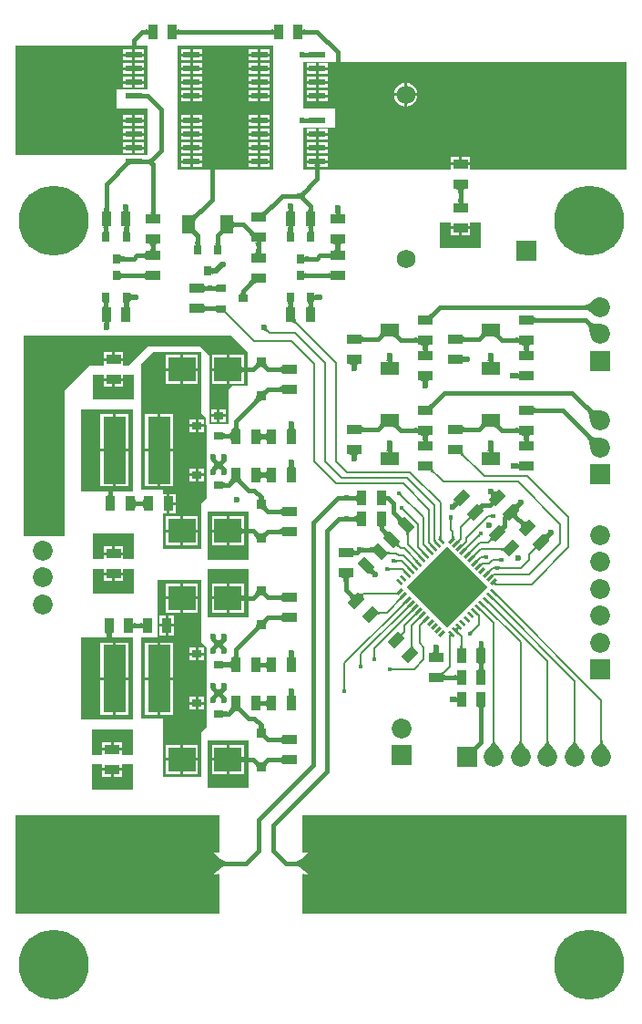
<source format=gtl>
G04*
G04 #@! TF.GenerationSoftware,Altium Limited,Altium Designer,20.1.8 (145)*
G04*
G04 Layer_Physical_Order=1*
G04 Layer_Color=255*
%FSLAX25Y25*%
%MOIN*%
G70*
G04*
G04 #@! TF.SameCoordinates,DCF3A4A8-B772-48C9-94DF-C36B93A42D3A*
G04*
G04*
G04 #@! TF.FilePolarity,Positive*
G04*
G01*
G75*
%ADD15C,0.00800*%
%ADD19R,0.03740X0.03543*%
%ADD20R,0.03740X0.05512*%
%ADD21R,0.05512X0.03740*%
G04:AMPARAMS|DCode=22|XSize=55.12mil|YSize=37.4mil|CornerRadius=0mil|HoleSize=0mil|Usage=FLASHONLY|Rotation=45.000|XOffset=0mil|YOffset=0mil|HoleType=Round|Shape=Rectangle|*
%AMROTATEDRECTD22*
4,1,4,-0.00626,-0.03271,-0.03271,-0.00626,0.00626,0.03271,0.03271,0.00626,-0.00626,-0.03271,0.0*
%
%ADD22ROTATEDRECTD22*%

G04:AMPARAMS|DCode=23|XSize=9.45mil|YSize=23.62mil|CornerRadius=0mil|HoleSize=0mil|Usage=FLASHONLY|Rotation=135.000|XOffset=0mil|YOffset=0mil|HoleType=Round|Shape=Rectangle|*
%AMROTATEDRECTD23*
4,1,4,0.01169,0.00501,-0.00501,-0.01169,-0.01169,-0.00501,0.00501,0.01169,0.01169,0.00501,0.0*
%
%ADD23ROTATEDRECTD23*%

G04:AMPARAMS|DCode=24|XSize=9.45mil|YSize=23.62mil|CornerRadius=0mil|HoleSize=0mil|Usage=FLASHONLY|Rotation=45.000|XOffset=0mil|YOffset=0mil|HoleType=Round|Shape=Rectangle|*
%AMROTATEDRECTD24*
4,1,4,0.00501,-0.01169,-0.01169,0.00501,-0.00501,0.01169,0.01169,-0.00501,0.00501,-0.01169,0.0*
%
%ADD24ROTATEDRECTD24*%

G04:AMPARAMS|DCode=25|XSize=55.12mil|YSize=37.4mil|CornerRadius=0mil|HoleSize=0mil|Usage=FLASHONLY|Rotation=315.000|XOffset=0mil|YOffset=0mil|HoleType=Round|Shape=Rectangle|*
%AMROTATEDRECTD25*
4,1,4,-0.03271,0.00626,-0.00626,0.03271,0.03271,-0.00626,0.00626,-0.03271,-0.03271,0.00626,0.0*
%
%ADD25ROTATEDRECTD25*%

%ADD26R,0.06693X0.05118*%
%ADD27R,0.03543X0.03150*%
%ADD28R,0.09843X0.09055*%
%ADD29R,0.08465X0.24803*%
%ADD30R,0.03150X0.03543*%
%ADD31R,0.05118X0.06693*%
%ADD32R,0.06102X0.02362*%
%ADD57P,0.29509X4X360.0*%
%ADD58C,0.01500*%
%ADD59C,0.02000*%
%ADD60C,0.25591*%
%ADD61C,0.07284*%
%ADD62R,0.07284X0.07284*%
%ADD63R,0.07284X0.07284*%
%ADD64R,0.11811X0.19685*%
%ADD65C,0.09055*%
%ADD66C,0.07240*%
%ADD67R,0.07240X0.07240*%
%ADD68C,0.06890*%
%ADD69C,0.02362*%
%ADD70C,0.01772*%
%ADD71C,0.00906*%
G36*
X107515Y358358D02*
X107560Y358230D01*
X107635Y358118D01*
X107740Y358020D01*
X107875Y357938D01*
X108040Y357870D01*
X108235Y357818D01*
X108460Y357780D01*
X108715Y357757D01*
X109000Y357750D01*
Y356250D01*
X108715Y356242D01*
X108460Y356220D01*
X108235Y356183D01*
X108040Y356130D01*
X107875Y356063D01*
X107740Y355980D01*
X107635Y355883D01*
X107560Y355770D01*
X107515Y355643D01*
X107500Y355500D01*
Y358500D01*
X107515Y358358D01*
D02*
G37*
G36*
X96512Y355500D02*
X96497Y355643D01*
X96452Y355770D01*
X96376Y355883D01*
X96270Y355980D01*
X96134Y356063D01*
X95968Y356130D01*
X95771Y356183D01*
X95544Y356220D01*
X95288Y356242D01*
X95000Y356250D01*
Y357750D01*
X95288Y357757D01*
X95544Y357780D01*
X95771Y357818D01*
X95968Y357870D01*
X96134Y357938D01*
X96270Y358020D01*
X96376Y358118D01*
X96452Y358230D01*
X96497Y358358D01*
X96512Y358500D01*
Y355500D01*
D02*
G37*
G36*
X61515Y358358D02*
X61560Y358230D01*
X61635Y358118D01*
X61740Y358020D01*
X61875Y357938D01*
X62040Y357870D01*
X62235Y357818D01*
X62460Y357780D01*
X62715Y357757D01*
X63000Y357750D01*
Y356250D01*
X62715Y356242D01*
X62460Y356220D01*
X62235Y356183D01*
X62040Y356130D01*
X61875Y356063D01*
X61740Y355980D01*
X61635Y355883D01*
X61560Y355770D01*
X61515Y355643D01*
X61500Y355500D01*
Y358500D01*
X61515Y358358D01*
D02*
G37*
G36*
X50512Y355500D02*
X50497Y355643D01*
X50452Y355770D01*
X50376Y355883D01*
X50270Y355980D01*
X50134Y356063D01*
X49968Y356130D01*
X49771Y356183D01*
X49545Y356220D01*
X49288Y356242D01*
X49000Y356250D01*
Y357750D01*
X49288Y357757D01*
X49545Y357780D01*
X49771Y357818D01*
X49968Y357870D01*
X50134Y357938D01*
X50270Y358020D01*
X50376Y358118D01*
X50452Y358230D01*
X50497Y358358D01*
X50512Y358500D01*
Y355500D01*
D02*
G37*
G36*
X109591Y347331D02*
X109576Y347410D01*
X109531Y347482D01*
X109456Y347545D01*
X109351Y347599D01*
X109216Y347645D01*
X109051Y347683D01*
X108856Y347712D01*
X108631Y347733D01*
X108370Y347741D01*
X107945Y347712D01*
X107899Y347701D01*
X107865Y347688D01*
X107843Y347673D01*
Y349327D01*
X107865Y349312D01*
X107899Y349299D01*
X107945Y349288D01*
X108004Y349278D01*
X108159Y349262D01*
X108349Y349254D01*
X108376Y349254D01*
X108856Y349288D01*
X109051Y349317D01*
X109216Y349355D01*
X109351Y349401D01*
X109456Y349455D01*
X109531Y349518D01*
X109576Y349589D01*
X109591Y349669D01*
Y347331D01*
D02*
G37*
G36*
X48424Y334590D02*
X48469Y334518D01*
X48544Y334455D01*
X48649Y334401D01*
X48784Y334355D01*
X48949Y334317D01*
X49144Y334288D01*
X49369Y334267D01*
X49909Y334250D01*
Y332750D01*
X49624Y332746D01*
X49144Y332712D01*
X48949Y332683D01*
X48784Y332645D01*
X48649Y332599D01*
X48544Y332545D01*
X48469Y332482D01*
X48424Y332411D01*
X48409Y332331D01*
Y334669D01*
X48424Y334590D01*
D02*
G37*
G36*
X109591Y323331D02*
X109576Y323411D01*
X109531Y323482D01*
X109456Y323545D01*
X109351Y323599D01*
X109216Y323645D01*
X109051Y323683D01*
X108856Y323712D01*
X108631Y323733D01*
X108370Y323741D01*
X107946Y323713D01*
X107899Y323701D01*
X107865Y323688D01*
X107844Y323674D01*
X107847Y325327D01*
X107868Y325313D01*
X107902Y325300D01*
X107949Y325288D01*
X108008Y325278D01*
X108163Y325262D01*
X108352Y325254D01*
X108376Y325254D01*
X108856Y325288D01*
X109051Y325317D01*
X109216Y325355D01*
X109351Y325401D01*
X109456Y325455D01*
X109531Y325518D01*
X109576Y325589D01*
X109591Y325669D01*
Y323331D01*
D02*
G37*
G36*
X50500Y336000D02*
X39000D01*
Y329000D01*
X50500Y329000D01*
Y312000D01*
X2094Y312000D01*
Y352000D01*
X50500D01*
Y336000D01*
D02*
G37*
G36*
X53621Y310561D02*
X53425Y310354D01*
X53258Y310160D01*
X53123Y309977D01*
X53018Y309807D01*
X52943Y309648D01*
X52899Y309501D01*
X52886Y309365D01*
X52904Y309242D01*
X52952Y309130D01*
X53030Y309030D01*
X51970Y307970D01*
X51806Y308118D01*
X51629Y308251D01*
X51437Y308368D01*
X51230Y308469D01*
X51009Y308555D01*
X50774Y308625D01*
X50525Y308680D01*
X50261Y308719D01*
X49982Y308742D01*
X49768Y308748D01*
X49624Y308746D01*
X49144Y308712D01*
X48949Y308683D01*
X48784Y308645D01*
X48649Y308599D01*
X48544Y308545D01*
X48469Y308482D01*
X48424Y308411D01*
X48409Y308331D01*
Y310669D01*
X48424Y310590D01*
X48469Y310518D01*
X48544Y310455D01*
X48649Y310401D01*
X48784Y310355D01*
X48949Y310317D01*
X49144Y310288D01*
X49369Y310267D01*
X49791Y310254D01*
X49985Y310261D01*
X50272Y310292D01*
X50550Y310346D01*
X50819Y310420D01*
X51079Y310515D01*
X51331Y310632D01*
X51574Y310770D01*
X51808Y310929D01*
X52034Y311109D01*
X52250Y311311D01*
X53621Y310561D01*
D02*
G37*
G36*
X44452Y308331D02*
X44336Y308416D01*
X44198Y308458D01*
X44039D01*
X43858Y308416D01*
X43657Y308331D01*
X43434Y308204D01*
X43190Y308034D01*
X42925Y307822D01*
X42331Y307270D01*
X41270Y308331D01*
X41567Y308639D01*
X42034Y309190D01*
X42204Y309434D01*
X42331Y309657D01*
X42416Y309858D01*
X42458Y310039D01*
Y310198D01*
X42416Y310336D01*
X42331Y310452D01*
X44452Y308331D01*
D02*
G37*
G36*
X96500Y306500D02*
X61500D01*
Y352000D01*
X96500D01*
Y306500D01*
D02*
G37*
G36*
X225905D02*
X168556Y306500D01*
Y308142D01*
X161444D01*
Y306500D01*
X107500Y306500D01*
X107500Y322000D01*
X119000D01*
Y329000D01*
X107500D01*
Y346000D01*
X225905Y346000D01*
X225905Y306500D01*
D02*
G37*
G36*
X166358Y299485D02*
X166230Y299440D01*
X166118Y299365D01*
X166020Y299260D01*
X165937Y299125D01*
X165870Y298960D01*
X165817Y298765D01*
X165780Y298540D01*
X165758Y298285D01*
X165750Y298000D01*
X164250D01*
X164242Y298285D01*
X164220Y298540D01*
X164182Y298765D01*
X164130Y298960D01*
X164062Y299125D01*
X163980Y299260D01*
X163883Y299365D01*
X163770Y299440D01*
X163643Y299485D01*
X163500Y299500D01*
X166500D01*
X166358Y299485D01*
D02*
G37*
G36*
X108621Y298061D02*
X108430Y297849D01*
X108282Y297636D01*
X108176Y297424D01*
X108112Y297212D01*
X108091Y297000D01*
X108112Y296788D01*
X108176Y296576D01*
X108282Y296364D01*
X108430Y296151D01*
X108621Y295939D01*
X107250Y295189D01*
X107034Y295391D01*
X106808Y295571D01*
X106574Y295730D01*
X106331Y295868D01*
X106079Y295985D01*
X105819Y296080D01*
X105550Y296154D01*
X105272Y296208D01*
X104985Y296239D01*
X104689Y296250D01*
Y297750D01*
X104985Y297761D01*
X105272Y297792D01*
X105550Y297846D01*
X105819Y297920D01*
X106079Y298015D01*
X106331Y298132D01*
X106574Y298270D01*
X106808Y298429D01*
X107034Y298609D01*
X107250Y298811D01*
X108621Y298061D01*
D02*
G37*
G36*
X165758Y295712D02*
X165780Y295456D01*
X165817Y295229D01*
X165870Y295032D01*
X165937Y294866D01*
X166020Y294730D01*
X166118Y294624D01*
X166230Y294548D01*
X166358Y294503D01*
X166500Y294488D01*
X163500D01*
X163643Y294503D01*
X163770Y294548D01*
X163883Y294624D01*
X163980Y294730D01*
X164062Y294866D01*
X164130Y295032D01*
X164182Y295229D01*
X164220Y295456D01*
X164242Y295712D01*
X164250Y296000D01*
X165750D01*
X165758Y295712D01*
D02*
G37*
G36*
X120757Y291715D02*
X120763Y291656D01*
X120827D01*
X120812Y291635D01*
X120799Y291601D01*
X120788Y291555D01*
X120778Y291496D01*
X120777Y291492D01*
X120780Y291460D01*
X120817Y291235D01*
X120870Y291040D01*
X120938Y290875D01*
X121020Y290740D01*
X121117Y290635D01*
X121230Y290560D01*
X121358Y290515D01*
X121500Y290500D01*
X118500D01*
X118642Y290515D01*
X118770Y290560D01*
X118883Y290635D01*
X118980Y290740D01*
X119062Y290875D01*
X119130Y291040D01*
X119183Y291235D01*
X119219Y291455D01*
X119212Y291555D01*
X119201Y291601D01*
X119188Y291635D01*
X119173Y291656D01*
X119237D01*
X119243Y291715D01*
X119250Y292000D01*
X120750D01*
X120757Y291715D01*
D02*
G37*
G36*
X110899Y292457D02*
X110922Y292200D01*
X110959Y291973D01*
X111012Y291776D01*
X111079Y291610D01*
X111162Y291474D01*
X111259Y291368D01*
X111372Y291292D01*
X111499Y291247D01*
X111642Y291232D01*
X108642D01*
X108784Y291247D01*
X108912Y291292D01*
X109024Y291368D01*
X109122Y291474D01*
X109204Y291610D01*
X109272Y291776D01*
X109324Y291973D01*
X109362Y292200D01*
X109384Y292457D01*
X109392Y292744D01*
X110892D01*
X110899Y292457D01*
D02*
G37*
G36*
X103614Y292515D02*
X103685D01*
X103671Y292494D01*
X103657Y292460D01*
X103646Y292413D01*
X103636Y292354D01*
X103630Y292294D01*
X103638Y292200D01*
X103676Y291973D01*
X103728Y291776D01*
X103796Y291610D01*
X103878Y291474D01*
X103976Y291368D01*
X104088Y291292D01*
X104216Y291247D01*
X104358Y291232D01*
X101358D01*
X101501Y291247D01*
X101628Y291292D01*
X101741Y291368D01*
X101838Y291474D01*
X101921Y291610D01*
X101988Y291776D01*
X102041Y291973D01*
X102078Y292200D01*
X102082Y292244D01*
X102071Y292413D01*
X102059Y292460D01*
X102046Y292494D01*
X102032Y292515D01*
X102102D01*
X102108Y292744D01*
X103608D01*
X103614Y292515D01*
D02*
G37*
G36*
X43399Y292457D02*
X43422Y292200D01*
X43429Y292157D01*
X43468D01*
X43454Y292135D01*
X43441Y292101D01*
X43439Y292094D01*
X43459Y291973D01*
X43512Y291776D01*
X43579Y291610D01*
X43662Y291474D01*
X43759Y291368D01*
X43872Y291292D01*
X43999Y291247D01*
X44142Y291232D01*
X41142D01*
X41284Y291247D01*
X41412Y291292D01*
X41524Y291368D01*
X41622Y291474D01*
X41704Y291610D01*
X41772Y291776D01*
X41824Y291973D01*
X41844Y292094D01*
X41843Y292101D01*
X41829Y292135D01*
X41815Y292157D01*
X41855D01*
X41862Y292200D01*
X41884Y292457D01*
X41892Y292744D01*
X43392D01*
X43399Y292457D01*
D02*
G37*
G36*
X36116D02*
X36138Y292200D01*
X36176Y291973D01*
X36228Y291776D01*
X36296Y291610D01*
X36378Y291474D01*
X36476Y291368D01*
X36588Y291292D01*
X36716Y291247D01*
X36858Y291232D01*
X33858D01*
X34001Y291247D01*
X34128Y291292D01*
X34241Y291368D01*
X34338Y291474D01*
X34421Y291610D01*
X34488Y291776D01*
X34541Y291973D01*
X34578Y292200D01*
X34601Y292457D01*
X34608Y292744D01*
X36108D01*
X36116Y292457D01*
D02*
G37*
G36*
X94805Y291000D02*
X94508Y290692D01*
X94041Y290141D01*
X93871Y289897D01*
X93744Y289674D01*
X93659Y289473D01*
X93617Y289292D01*
Y289133D01*
X93659Y288995D01*
X93744Y288878D01*
X91623Y291000D01*
X91739Y290915D01*
X91877Y290873D01*
X92036D01*
X92216Y290915D01*
X92418Y291000D01*
X92641Y291127D01*
X92885Y291297D01*
X93150Y291509D01*
X93744Y292060D01*
X94805Y291000D01*
D02*
G37*
G36*
X53258Y291715D02*
X53280Y291460D01*
X53317Y291235D01*
X53370Y291040D01*
X53438Y290875D01*
X53520Y290740D01*
X53618Y290635D01*
X53730Y290560D01*
X53857Y290515D01*
X54000Y290500D01*
X51000D01*
X51143Y290515D01*
X51270Y290560D01*
X51382Y290635D01*
X51480Y290740D01*
X51562Y290875D01*
X51630Y291040D01*
X51683Y291235D01*
X51720Y291460D01*
X51743Y291715D01*
X51750Y292000D01*
X53250D01*
X53258Y291715D01*
D02*
G37*
G36*
X69218Y289834D02*
X68921Y289527D01*
X68454Y288975D01*
X68285Y288731D01*
X68157Y288509D01*
X68072Y288307D01*
X68030Y288127D01*
Y287968D01*
X68072Y287830D01*
X68157Y287713D01*
X66036Y289834D01*
X66153Y289750D01*
X66290Y289707D01*
X66450D01*
X66630Y289750D01*
X66831Y289834D01*
X67054Y289962D01*
X67298Y290131D01*
X67563Y290344D01*
X68157Y290895D01*
X69218Y289834D01*
D02*
G37*
G36*
X172500Y278000D02*
X157500D01*
Y287228D01*
X161444D01*
Y285858D01*
X168556D01*
Y287228D01*
X172500D01*
Y278000D01*
D02*
G37*
G36*
X81952Y287858D02*
X81997Y287730D01*
X82072Y287617D01*
X82177Y287520D01*
X82312Y287438D01*
X82477Y287370D01*
X82672Y287317D01*
X82897Y287280D01*
X83152Y287258D01*
X83437Y287250D01*
Y285750D01*
X83152Y285742D01*
X82897Y285720D01*
X82672Y285683D01*
X82477Y285630D01*
X82312Y285562D01*
X82177Y285480D01*
X82072Y285383D01*
X81997Y285270D01*
X81952Y285142D01*
X81937Y285000D01*
Y288000D01*
X81952Y287858D01*
D02*
G37*
G36*
X111598Y285753D02*
X111470Y285708D01*
X111358Y285632D01*
X111260Y285526D01*
X111178Y285390D01*
X111110Y285224D01*
X111058Y285027D01*
X111020Y284800D01*
X111014Y284726D01*
X111020Y284652D01*
X111058Y284425D01*
X111110Y284229D01*
X111178Y284063D01*
X111260Y283927D01*
X111358Y283821D01*
X111470Y283745D01*
X111598Y283700D01*
X111740Y283685D01*
X108740D01*
X108883Y283700D01*
X109010Y283745D01*
X109123Y283821D01*
X109220Y283927D01*
X109303Y284063D01*
X109370Y284229D01*
X109423Y284425D01*
X109460Y284652D01*
X109467Y284726D01*
X109460Y284800D01*
X109423Y285027D01*
X109370Y285224D01*
X109303Y285390D01*
X109220Y285526D01*
X109123Y285632D01*
X109010Y285708D01*
X108883Y285753D01*
X108740Y285768D01*
X111740D01*
X111598Y285753D01*
D02*
G37*
G36*
X104117D02*
X103990Y285708D01*
X103877Y285632D01*
X103780Y285526D01*
X103697Y285390D01*
X103630Y285224D01*
X103577Y285027D01*
X103540Y284800D01*
X103533Y284726D01*
X103540Y284652D01*
X103577Y284425D01*
X103630Y284229D01*
X103697Y284063D01*
X103780Y283927D01*
X103877Y283821D01*
X103990Y283745D01*
X104117Y283700D01*
X104260Y283685D01*
X101260D01*
X101402Y283700D01*
X101530Y283745D01*
X101642Y283821D01*
X101740Y283927D01*
X101822Y284063D01*
X101890Y284229D01*
X101942Y284425D01*
X101980Y284652D01*
X101986Y284726D01*
X101980Y284800D01*
X101942Y285027D01*
X101890Y285224D01*
X101822Y285390D01*
X101740Y285526D01*
X101642Y285632D01*
X101530Y285708D01*
X101402Y285753D01*
X101260Y285768D01*
X104260D01*
X104117Y285753D01*
D02*
G37*
G36*
X44098D02*
X43970Y285708D01*
X43858Y285632D01*
X43760Y285526D01*
X43678Y285390D01*
X43610Y285224D01*
X43558Y285027D01*
X43520Y284800D01*
X43514Y284726D01*
X43520Y284652D01*
X43558Y284425D01*
X43610Y284229D01*
X43678Y284063D01*
X43760Y283927D01*
X43858Y283821D01*
X43970Y283745D01*
X44098Y283700D01*
X44240Y283685D01*
X41240D01*
X41383Y283700D01*
X41510Y283745D01*
X41623Y283821D01*
X41720Y283927D01*
X41803Y284063D01*
X41870Y284229D01*
X41923Y284425D01*
X41960Y284652D01*
X41967Y284726D01*
X41960Y284800D01*
X41923Y285027D01*
X41870Y285224D01*
X41803Y285390D01*
X41720Y285526D01*
X41623Y285632D01*
X41510Y285708D01*
X41383Y285753D01*
X41240Y285768D01*
X44240D01*
X44098Y285753D01*
D02*
G37*
G36*
X36617D02*
X36490Y285708D01*
X36377Y285632D01*
X36280Y285526D01*
X36197Y285390D01*
X36130Y285224D01*
X36077Y285027D01*
X36040Y284800D01*
X36033Y284726D01*
X36040Y284652D01*
X36077Y284425D01*
X36130Y284229D01*
X36197Y284063D01*
X36280Y283927D01*
X36377Y283821D01*
X36490Y283745D01*
X36617Y283700D01*
X36760Y283685D01*
X33760D01*
X33902Y283700D01*
X34030Y283745D01*
X34142Y283821D01*
X34240Y283927D01*
X34322Y284063D01*
X34390Y284229D01*
X34442Y284425D01*
X34480Y284652D01*
X34486Y284726D01*
X34480Y284800D01*
X34442Y285027D01*
X34390Y285224D01*
X34322Y285390D01*
X34240Y285526D01*
X34142Y285632D01*
X34030Y285708D01*
X33902Y285753D01*
X33760Y285768D01*
X36760D01*
X36617Y285753D01*
D02*
G37*
G36*
X78048Y283178D02*
X78024Y283179D01*
X77978Y283156D01*
X77912Y283109D01*
X77823Y283038D01*
X77429Y282680D01*
X76843Y282105D01*
X75782Y283166D01*
X75998Y283383D01*
X76856Y284347D01*
X76855Y284371D01*
X78048Y283178D01*
D02*
G37*
G36*
X68155Y284346D02*
X68177Y284299D01*
X68222Y284232D01*
X68292Y284143D01*
X68504Y283902D01*
X69218Y283166D01*
X68157Y282105D01*
X67941Y282319D01*
X66977Y283168D01*
X66952Y283166D01*
X68157Y284371D01*
X68155Y284346D01*
D02*
G37*
G36*
X88564Y284480D02*
X89115Y284013D01*
X89359Y283844D01*
X89582Y283716D01*
X89783Y283631D01*
X89964Y283589D01*
X90123D01*
X90261Y283631D01*
X90377Y283716D01*
X88256Y281595D01*
X88341Y281712D01*
X88383Y281850D01*
Y282009D01*
X88341Y282189D01*
X88256Y282390D01*
X88129Y282613D01*
X87959Y282857D01*
X87747Y283122D01*
X87195Y283716D01*
X88256Y284777D01*
X88564Y284480D01*
D02*
G37*
G36*
X76998Y280409D02*
X77020Y280152D01*
X77058Y279925D01*
X77110Y279729D01*
X77178Y279563D01*
X77260Y279427D01*
X77358Y279321D01*
X77470Y279245D01*
X77598Y279200D01*
X77740Y279185D01*
X74740D01*
X74883Y279200D01*
X75010Y279245D01*
X75123Y279321D01*
X75220Y279427D01*
X75303Y279563D01*
X75370Y279729D01*
X75423Y279925D01*
X75460Y280152D01*
X75483Y280409D01*
X75490Y280697D01*
X76990D01*
X76998Y280409D01*
D02*
G37*
G36*
X69517D02*
X69540Y280152D01*
X69577Y279925D01*
X69630Y279729D01*
X69697Y279563D01*
X69780Y279427D01*
X69877Y279321D01*
X69990Y279245D01*
X70117Y279200D01*
X70260Y279185D01*
X67260D01*
X67402Y279200D01*
X67530Y279245D01*
X67642Y279321D01*
X67740Y279427D01*
X67822Y279563D01*
X67890Y279729D01*
X67942Y279925D01*
X67980Y280152D01*
X68002Y280409D01*
X68010Y280697D01*
X69510D01*
X69517Y280409D01*
D02*
G37*
G36*
X92357Y279997D02*
X92230Y279952D01*
X92118Y279876D01*
X92020Y279770D01*
X91938Y279634D01*
X91870Y279468D01*
X91817Y279271D01*
X91780Y279045D01*
X91758Y278787D01*
X91750Y278500D01*
X90250D01*
X90242Y278787D01*
X90220Y279045D01*
X90183Y279271D01*
X90130Y279468D01*
X90062Y279634D01*
X89980Y279770D01*
X89882Y279876D01*
X89770Y279952D01*
X89643Y279997D01*
X89500Y280012D01*
X92500D01*
X92357Y279997D01*
D02*
G37*
G36*
X121358Y279497D02*
X121230Y279452D01*
X121117Y279376D01*
X121020Y279270D01*
X120938Y279134D01*
X120870Y278968D01*
X120817Y278771D01*
X120780Y278544D01*
X120757Y278288D01*
X120756Y278251D01*
X120757Y278215D01*
X120780Y277960D01*
X120817Y277735D01*
X120870Y277540D01*
X120938Y277375D01*
X121020Y277240D01*
X121117Y277135D01*
X121230Y277060D01*
X121358Y277015D01*
X121500Y277000D01*
X118500D01*
X118642Y277015D01*
X118770Y277060D01*
X118883Y277135D01*
X118980Y277240D01*
X119062Y277375D01*
X119130Y277540D01*
X119183Y277735D01*
X119220Y277960D01*
X119243Y278215D01*
X119243Y278251D01*
X119243Y278288D01*
X119220Y278544D01*
X119183Y278771D01*
X119130Y278968D01*
X119062Y279134D01*
X118980Y279270D01*
X118883Y279376D01*
X118770Y279452D01*
X118642Y279497D01*
X118500Y279512D01*
X121500D01*
X121358Y279497D01*
D02*
G37*
G36*
X53857D02*
X53730Y279452D01*
X53618Y279376D01*
X53520Y279270D01*
X53438Y279134D01*
X53370Y278968D01*
X53317Y278771D01*
X53280Y278544D01*
X53258Y278288D01*
X53256Y278251D01*
X53258Y278215D01*
X53280Y277960D01*
X53317Y277735D01*
X53370Y277540D01*
X53438Y277375D01*
X53520Y277240D01*
X53618Y277135D01*
X53730Y277060D01*
X53857Y277015D01*
X54000Y277000D01*
X51000D01*
X51143Y277015D01*
X51270Y277060D01*
X51382Y277135D01*
X51480Y277240D01*
X51562Y277375D01*
X51630Y277540D01*
X51683Y277735D01*
X51720Y277960D01*
X51743Y278215D01*
X51743Y278251D01*
X51743Y278288D01*
X51720Y278544D01*
X51683Y278771D01*
X51630Y278968D01*
X51562Y279134D01*
X51480Y279270D01*
X51382Y279376D01*
X51270Y279452D01*
X51143Y279497D01*
X51000Y279512D01*
X54000D01*
X53857Y279497D01*
D02*
G37*
G36*
X91758Y277215D02*
X91780Y276960D01*
X91817Y276735D01*
X91870Y276540D01*
X91938Y276375D01*
X92020Y276240D01*
X92118Y276135D01*
X92230Y276060D01*
X92357Y276015D01*
X92500Y276000D01*
X89500D01*
X89643Y276015D01*
X89770Y276060D01*
X89882Y276135D01*
X89980Y276240D01*
X90062Y276375D01*
X90130Y276540D01*
X90183Y276735D01*
X90220Y276960D01*
X90242Y277215D01*
X90250Y277500D01*
X91750D01*
X91758Y277215D01*
D02*
G37*
G36*
X117268Y273642D02*
X117253Y273784D01*
X117208Y273912D01*
X117132Y274024D01*
X117026Y274122D01*
X116890Y274204D01*
X116724Y274272D01*
X116527Y274324D01*
X116300Y274362D01*
X116043Y274384D01*
X115756Y274392D01*
Y275892D01*
X116043Y275899D01*
X116300Y275922D01*
X116527Y275959D01*
X116724Y276012D01*
X116890Y276079D01*
X117026Y276162D01*
X117132Y276259D01*
X117208Y276372D01*
X117253Y276499D01*
X117268Y276642D01*
Y273642D01*
D02*
G37*
G36*
X49768D02*
X49753Y273784D01*
X49708Y273912D01*
X49632Y274024D01*
X49526Y274122D01*
X49390Y274204D01*
X49224Y274272D01*
X49027Y274324D01*
X48800Y274362D01*
X48543Y274384D01*
X48256Y274392D01*
Y275892D01*
X48543Y275899D01*
X48800Y275922D01*
X49027Y275959D01*
X49224Y276012D01*
X49390Y276079D01*
X49526Y276162D01*
X49632Y276259D01*
X49708Y276372D01*
X49753Y276499D01*
X49768Y276642D01*
Y273642D01*
D02*
G37*
G36*
X108066Y275420D02*
X108111Y275293D01*
X108187Y275181D01*
X108293Y275083D01*
X108429Y275001D01*
X108595Y274933D01*
X108792Y274881D01*
X109019Y274843D01*
X109275Y274820D01*
X109563Y274813D01*
Y273313D01*
X109275Y273306D01*
X109019Y273283D01*
X108792Y273246D01*
X108595Y273193D01*
X108429Y273126D01*
X108293Y273043D01*
X108187Y272945D01*
X108111Y272833D01*
X108066Y272706D01*
X108051Y272563D01*
Y275563D01*
X108066Y275420D01*
D02*
G37*
G36*
X40566D02*
X40611Y275293D01*
X40687Y275181D01*
X40793Y275083D01*
X40929Y275001D01*
X41095Y274933D01*
X41292Y274881D01*
X41519Y274843D01*
X41776Y274820D01*
X42063Y274813D01*
Y273313D01*
X41776Y273306D01*
X41519Y273283D01*
X41292Y273246D01*
X41095Y273193D01*
X40929Y273126D01*
X40793Y273043D01*
X40687Y272945D01*
X40611Y272833D01*
X40566Y272706D01*
X40551Y272563D01*
Y275563D01*
X40566Y275420D01*
D02*
G37*
G36*
X74065Y270917D02*
X74109Y270843D01*
X74181Y270777D01*
X74283Y270720D01*
X74413Y270672D01*
X74572Y270633D01*
X74761Y270602D01*
X74978Y270581D01*
X75500Y270563D01*
Y268563D01*
X75225Y268559D01*
X74761Y268524D01*
X74572Y268493D01*
X74413Y268454D01*
X74283Y268406D01*
X74181Y268349D01*
X74109Y268283D01*
X74065Y268209D01*
X74051Y268126D01*
Y271000D01*
X74065Y270917D01*
D02*
G37*
G36*
X117268Y266398D02*
X117253Y266540D01*
X117208Y266668D01*
X117132Y266780D01*
X117026Y266878D01*
X116890Y266960D01*
X116724Y267028D01*
X116527Y267080D01*
X116300Y267118D01*
X116043Y267140D01*
X115756Y267148D01*
Y268648D01*
X116043Y268655D01*
X116300Y268678D01*
X116527Y268715D01*
X116724Y268768D01*
X116890Y268835D01*
X117026Y268918D01*
X117132Y269015D01*
X117208Y269128D01*
X117253Y269255D01*
X117268Y269398D01*
Y266398D01*
D02*
G37*
G36*
X108066Y269255D02*
X108111Y269128D01*
X108187Y269015D01*
X108293Y268918D01*
X108429Y268835D01*
X108595Y268768D01*
X108792Y268715D01*
X109019Y268678D01*
X109275Y268655D01*
X109563Y268648D01*
Y267148D01*
X109275Y267140D01*
X109019Y267118D01*
X108792Y267080D01*
X108595Y267028D01*
X108429Y266960D01*
X108293Y266878D01*
X108187Y266780D01*
X108111Y266668D01*
X108066Y266540D01*
X108051Y266398D01*
Y269398D01*
X108066Y269255D01*
D02*
G37*
G36*
X49768Y266398D02*
X49753Y266540D01*
X49708Y266668D01*
X49632Y266780D01*
X49526Y266878D01*
X49390Y266960D01*
X49224Y267028D01*
X49027Y267080D01*
X48800Y267118D01*
X48543Y267140D01*
X48256Y267148D01*
Y268648D01*
X48543Y268655D01*
X48800Y268678D01*
X49027Y268715D01*
X49224Y268768D01*
X49390Y268835D01*
X49526Y268918D01*
X49632Y269015D01*
X49708Y269128D01*
X49753Y269255D01*
X49768Y269398D01*
Y266398D01*
D02*
G37*
G36*
X40566Y269255D02*
X40611Y269128D01*
X40687Y269015D01*
X40793Y268918D01*
X40929Y268835D01*
X41095Y268768D01*
X41292Y268715D01*
X41519Y268678D01*
X41776Y268655D01*
X42063Y268648D01*
Y267148D01*
X41776Y267140D01*
X41519Y267118D01*
X41292Y267080D01*
X41095Y267028D01*
X40929Y266960D01*
X40793Y266878D01*
X40687Y266780D01*
X40611Y266668D01*
X40566Y266540D01*
X40551Y266398D01*
Y269398D01*
X40566Y269255D01*
D02*
G37*
G36*
X90377Y265012D02*
X90262Y265096D01*
X90125Y265137D01*
X89966Y265136D01*
X89786Y265092D01*
X89585Y265006D01*
X89362Y264878D01*
X89118Y264707D01*
X88852Y264493D01*
X88256Y263939D01*
X87195Y265000D01*
X87494Y265309D01*
X87963Y265862D01*
X88134Y266106D01*
X88262Y266329D01*
X88348Y266530D01*
X88392Y266710D01*
X88393Y266869D01*
X88352Y267006D01*
X88268Y267122D01*
X90377Y265012D01*
D02*
G37*
G36*
X75803Y261677D02*
X75788Y261813D01*
X75743Y261934D01*
X75668Y262042D01*
X75563Y262135D01*
X75428Y262213D01*
X75263Y262277D01*
X75068Y262327D01*
X74843Y262363D01*
X74725Y262373D01*
X74445Y262354D01*
X74399Y262343D01*
X74365Y262330D01*
X74344Y262315D01*
Y262391D01*
X74303Y262392D01*
Y263892D01*
X74344Y263893D01*
Y263968D01*
X74365Y263954D01*
X74399Y263941D01*
X74445Y263929D01*
X74504Y263919D01*
X74652Y263905D01*
X74847Y263922D01*
X75073Y263959D01*
X75270Y264012D01*
X75436Y264079D01*
X75572Y264162D01*
X75678Y264259D01*
X75754Y264372D01*
X75800Y264499D01*
X75815Y264642D01*
X75803Y261677D01*
D02*
G37*
G36*
X71247Y264499D02*
X71292Y264372D01*
X71368Y264259D01*
X71474Y264162D01*
X71610Y264079D01*
X71776Y264012D01*
X71973Y263959D01*
X72200Y263922D01*
X72306Y263912D01*
X72555Y263929D01*
X72601Y263941D01*
X72635Y263954D01*
X72657Y263968D01*
Y263894D01*
X72744Y263892D01*
Y262392D01*
X72657Y262389D01*
Y262315D01*
X72635Y262330D01*
X72601Y262343D01*
X72555Y262354D01*
X72496Y262364D01*
X72369Y262377D01*
X72200Y262362D01*
X71973Y262324D01*
X71776Y262272D01*
X71610Y262204D01*
X71474Y262122D01*
X71368Y262024D01*
X71292Y261912D01*
X71247Y261784D01*
X71232Y261642D01*
Y264642D01*
X71247Y264499D01*
D02*
G37*
G36*
X86191Y261966D02*
X86220Y261605D01*
X86246Y261458D01*
X86279Y261333D01*
X86320Y261232D01*
X86367Y261153D01*
X86423Y261096D01*
X86485Y261062D01*
X86555Y261051D01*
X84319D01*
X84389Y261062D01*
X84451Y261096D01*
X84506Y261153D01*
X84554Y261232D01*
X84595Y261333D01*
X84628Y261458D01*
X84654Y261605D01*
X84672Y261774D01*
X84687Y262181D01*
X86187D01*
X86191Y261966D01*
D02*
G37*
G36*
X111806Y261420D02*
X111851Y261293D01*
X111927Y261180D01*
X112033Y261083D01*
X112169Y261000D01*
X112335Y260933D01*
X112532Y260880D01*
X112699Y260853D01*
X112736Y260862D01*
X112770Y260875D01*
X112792Y260890D01*
Y260840D01*
X113016Y260821D01*
X113303Y260813D01*
Y259313D01*
X113016Y259306D01*
X112792Y259286D01*
Y259236D01*
X112770Y259251D01*
X112736Y259264D01*
X112699Y259273D01*
X112532Y259245D01*
X112335Y259193D01*
X112169Y259125D01*
X112033Y259043D01*
X111927Y258945D01*
X111851Y258833D01*
X111806Y258705D01*
X111791Y258563D01*
Y261563D01*
X111806Y261420D01*
D02*
G37*
G36*
X44306D02*
X44351Y261293D01*
X44427Y261180D01*
X44533Y261083D01*
X44669Y261000D01*
X44835Y260933D01*
X45032Y260880D01*
X45114Y260867D01*
X45135Y260875D01*
X45156Y260890D01*
Y260860D01*
X45259Y260843D01*
X45516Y260821D01*
X45803Y260813D01*
Y259313D01*
X45516Y259306D01*
X45259Y259283D01*
X45156Y259266D01*
Y259236D01*
X45135Y259251D01*
X45114Y259259D01*
X45032Y259245D01*
X44835Y259193D01*
X44669Y259125D01*
X44533Y259043D01*
X44427Y258945D01*
X44351Y258833D01*
X44306Y258705D01*
X44291Y258563D01*
Y261563D01*
X44306Y261420D01*
D02*
G37*
G36*
X111548Y258300D02*
X111421Y258255D01*
X111308Y258179D01*
X111211Y258073D01*
X111128Y257937D01*
X111061Y257771D01*
X111008Y257575D01*
X110971Y257348D01*
X110965Y257274D01*
X110971Y257200D01*
X111008Y256973D01*
X111061Y256776D01*
X111128Y256610D01*
X111211Y256474D01*
X111308Y256368D01*
X111421Y256292D01*
X111548Y256247D01*
X111691Y256232D01*
X108691D01*
X108833Y256247D01*
X108961Y256292D01*
X109073Y256368D01*
X109171Y256474D01*
X109253Y256610D01*
X109321Y256776D01*
X109373Y256973D01*
X109411Y257200D01*
X109417Y257274D01*
X109411Y257348D01*
X109373Y257575D01*
X109321Y257771D01*
X109253Y257937D01*
X109171Y258073D01*
X109073Y258179D01*
X108961Y258255D01*
X108833Y258300D01*
X108691Y258315D01*
X111691D01*
X111548Y258300D01*
D02*
G37*
G36*
X104167D02*
X104039Y258255D01*
X103927Y258179D01*
X103829Y258073D01*
X103747Y257937D01*
X103679Y257771D01*
X103627Y257575D01*
X103589Y257348D01*
X103583Y257274D01*
X103589Y257200D01*
X103627Y256973D01*
X103679Y256776D01*
X103747Y256610D01*
X103829Y256474D01*
X103927Y256368D01*
X104039Y256292D01*
X104167Y256247D01*
X104309Y256232D01*
X101309D01*
X101452Y256247D01*
X101579Y256292D01*
X101691Y256368D01*
X101789Y256474D01*
X101872Y256610D01*
X101939Y256776D01*
X101991Y256973D01*
X102029Y257200D01*
X102035Y257274D01*
X102029Y257348D01*
X101991Y257575D01*
X101939Y257771D01*
X101872Y257937D01*
X101789Y258073D01*
X101691Y258179D01*
X101579Y258255D01*
X101452Y258300D01*
X101309Y258315D01*
X104309D01*
X104167Y258300D01*
D02*
G37*
G36*
X44048D02*
X43921Y258255D01*
X43808Y258179D01*
X43711Y258073D01*
X43628Y257937D01*
X43561Y257771D01*
X43508Y257575D01*
X43471Y257348D01*
X43464Y257274D01*
X43471Y257200D01*
X43508Y256973D01*
X43561Y256776D01*
X43628Y256610D01*
X43711Y256474D01*
X43808Y256368D01*
X43921Y256292D01*
X44048Y256247D01*
X44191Y256232D01*
X41191D01*
X41333Y256247D01*
X41461Y256292D01*
X41573Y256368D01*
X41671Y256474D01*
X41753Y256610D01*
X41821Y256776D01*
X41873Y256973D01*
X41911Y257200D01*
X41917Y257274D01*
X41911Y257348D01*
X41873Y257575D01*
X41821Y257771D01*
X41753Y257937D01*
X41671Y258073D01*
X41573Y258179D01*
X41461Y258255D01*
X41333Y258300D01*
X41191Y258315D01*
X44191D01*
X44048Y258300D01*
D02*
G37*
G36*
X36667D02*
X36539Y258255D01*
X36426Y258179D01*
X36329Y258073D01*
X36247Y257937D01*
X36179Y257771D01*
X36127Y257575D01*
X36089Y257348D01*
X36083Y257274D01*
X36089Y257200D01*
X36127Y256973D01*
X36179Y256776D01*
X36247Y256610D01*
X36329Y256474D01*
X36426Y256368D01*
X36539Y256292D01*
X36667Y256247D01*
X36809Y256232D01*
X33809D01*
X33952Y256247D01*
X34079Y256292D01*
X34192Y256368D01*
X34289Y256474D01*
X34372Y256610D01*
X34439Y256776D01*
X34492Y256973D01*
X34529Y257200D01*
X34536Y257274D01*
X34529Y257348D01*
X34492Y257575D01*
X34439Y257771D01*
X34372Y257937D01*
X34289Y258073D01*
X34192Y258179D01*
X34079Y258255D01*
X33952Y258300D01*
X33809Y258315D01*
X36809D01*
X36667Y258300D01*
D02*
G37*
G36*
X75815Y254309D02*
X75800Y254451D01*
X75755Y254579D01*
X75679Y254692D01*
X75573Y254789D01*
X75437Y254872D01*
X75271Y254939D01*
X75074Y254992D01*
X74848Y255029D01*
X74591Y255051D01*
X74303Y255059D01*
Y256559D01*
X74591Y256567D01*
X74848Y256589D01*
X75074Y256627D01*
X75271Y256679D01*
X75437Y256747D01*
X75573Y256829D01*
X75679Y256926D01*
X75755Y257039D01*
X75800Y257167D01*
X75815Y257309D01*
Y254309D01*
D02*
G37*
G36*
X71247Y257167D02*
X71292Y257039D01*
X71368Y256926D01*
X71474Y256829D01*
X71610Y256747D01*
X71776Y256679D01*
X71973Y256627D01*
X72200Y256589D01*
X72457Y256567D01*
X72744Y256559D01*
Y255059D01*
X72457Y255051D01*
X72200Y255029D01*
X71973Y254992D01*
X71776Y254939D01*
X71610Y254872D01*
X71474Y254789D01*
X71368Y254692D01*
X71292Y254579D01*
X71247Y254451D01*
X71232Y254309D01*
Y257309D01*
X71247Y257167D01*
D02*
G37*
G36*
X213399Y253793D02*
X213050Y254135D01*
X212375Y254711D01*
X212049Y254945D01*
X211731Y255143D01*
X211420Y255305D01*
X211116Y255431D01*
X210820Y255521D01*
X210532Y255574D01*
X210251Y255592D01*
Y257092D01*
X210532Y257111D01*
X210820Y257165D01*
X211116Y257254D01*
X211420Y257380D01*
X211731Y257542D01*
X212049Y257740D01*
X212375Y257974D01*
X212709Y258244D01*
X213399Y258892D01*
Y253793D01*
D02*
G37*
G36*
X79277Y255266D02*
X79255Y255193D01*
Y255108D01*
X79277Y255012D01*
X79323Y254904D01*
X79391Y254785D01*
X79481Y254655D01*
X79594Y254514D01*
X79888Y254197D01*
X79323Y253631D01*
X79159Y253790D01*
X78864Y254039D01*
X78734Y254129D01*
X78615Y254197D01*
X78508Y254242D01*
X78412Y254265D01*
X78327D01*
X78254Y254242D01*
X78191Y254197D01*
X79323Y255328D01*
X79277Y255266D01*
D02*
G37*
G36*
X155805Y253500D02*
X155508Y253192D01*
X155041Y252641D01*
X154871Y252397D01*
X154744Y252174D01*
X154659Y251973D01*
X154617Y251792D01*
Y251633D01*
X154659Y251495D01*
X154744Y251378D01*
X152623Y253500D01*
X152739Y253415D01*
X152877Y253373D01*
X153036D01*
X153217Y253415D01*
X153418Y253500D01*
X153641Y253627D01*
X153885Y253797D01*
X154150Y254009D01*
X154744Y254560D01*
X155805Y253500D01*
D02*
G37*
G36*
X104660Y251826D02*
X104639Y251754D01*
X104640Y251669D01*
X104664Y251574D01*
X104710Y251466D01*
X104779Y251347D01*
X104871Y251217D01*
X104985Y251075D01*
X105282Y250756D01*
X104716Y250190D01*
X104551Y250350D01*
X104256Y250601D01*
X104125Y250693D01*
X104006Y250762D01*
X103899Y250809D01*
X103803Y250832D01*
X103719Y250834D01*
X103646Y250812D01*
X103585Y250768D01*
X104704Y251887D01*
X104660Y251826D01*
D02*
G37*
G36*
X191747Y252999D02*
X191792Y252872D01*
X191868Y252759D01*
X191974Y252662D01*
X192110Y252579D01*
X192276Y252512D01*
X192473Y252459D01*
X192700Y252422D01*
X192957Y252399D01*
X193244Y252392D01*
Y250892D01*
X192957Y250884D01*
X192700Y250862D01*
X192473Y250824D01*
X192276Y250772D01*
X192110Y250704D01*
X191974Y250622D01*
X191868Y250524D01*
X191792Y250412D01*
X191747Y250284D01*
X191732Y250142D01*
Y253142D01*
X191747Y252999D01*
D02*
G37*
G36*
X36716Y250753D02*
X36588Y250708D01*
X36476Y250632D01*
X36378Y250526D01*
X36296Y250390D01*
X36228Y250224D01*
X36176Y250027D01*
X36156Y249906D01*
X36157Y249899D01*
X36170Y249865D01*
X36185Y249844D01*
X36145D01*
X36138Y249800D01*
X36116Y249543D01*
X36108Y249256D01*
X34608D01*
X34601Y249543D01*
X34578Y249800D01*
X34571Y249844D01*
X34532D01*
X34546Y249865D01*
X34559Y249899D01*
X34561Y249906D01*
X34541Y250027D01*
X34488Y250224D01*
X34421Y250390D01*
X34338Y250526D01*
X34241Y250632D01*
X34128Y250708D01*
X34001Y250753D01*
X33858Y250768D01*
X36858D01*
X36716Y250753D01*
D02*
G37*
G36*
X94184Y248871D02*
X94195Y248757D01*
X94213Y248648D01*
X94240Y248543D01*
X94275Y248441D01*
X94318Y248344D01*
X94369Y248251D01*
X94428Y248162D01*
X94495Y248077D01*
X94570Y247996D01*
X94004Y247430D01*
X93923Y247505D01*
X93838Y247572D01*
X93749Y247631D01*
X93656Y247682D01*
X93559Y247725D01*
X93457Y247760D01*
X93352Y247786D01*
X93243Y247805D01*
X93129Y247816D01*
X93012Y247819D01*
X94181Y248988D01*
X94184Y248871D01*
D02*
G37*
G36*
X212677Y250909D02*
X212919Y250744D01*
X213191Y250598D01*
X213495Y250473D01*
X213829Y250367D01*
X214195Y250282D01*
X214591Y250217D01*
X215018Y250172D01*
X215964Y250142D01*
X212358Y246536D01*
X212353Y247025D01*
X212283Y247909D01*
X212218Y248305D01*
X212133Y248671D01*
X212027Y249005D01*
X211902Y249309D01*
X211756Y249581D01*
X211591Y249823D01*
X211405Y250035D01*
X212465Y251095D01*
X212677Y250909D01*
D02*
G37*
G36*
X174067Y245355D02*
X174024Y245374D01*
X173959Y245364D01*
X173872Y245327D01*
X173764Y245262D01*
X173635Y245169D01*
X173484Y245048D01*
X172902Y244515D01*
X172666Y244282D01*
X171605Y245343D01*
X171838Y245579D01*
X172585Y246441D01*
X172650Y246549D01*
X172687Y246636D01*
X172696Y246701D01*
X172678Y246745D01*
X174067Y245355D01*
D02*
G37*
G36*
X137067D02*
X137024Y245374D01*
X136959Y245364D01*
X136872Y245327D01*
X136764Y245262D01*
X136635Y245169D01*
X136484Y245048D01*
X135902Y244515D01*
X135666Y244282D01*
X134605Y245343D01*
X134838Y245579D01*
X135585Y246441D01*
X135650Y246549D01*
X135687Y246636D01*
X135696Y246701D01*
X135678Y246745D01*
X137067Y245355D01*
D02*
G37*
G36*
X179253Y247211D02*
X179222Y247089D01*
X179231Y246946D01*
X179279Y246781D01*
X179367Y246595D01*
X179493Y246388D01*
X179660Y246159D01*
X179866Y245908D01*
X180395Y245343D01*
X179334Y244282D01*
X179041Y244566D01*
X178518Y245017D01*
X178289Y245184D01*
X178082Y245311D01*
X177896Y245398D01*
X177731Y245446D01*
X177588Y245455D01*
X177466Y245425D01*
X177366Y245355D01*
X179322Y247312D01*
X179253Y247211D01*
D02*
G37*
G36*
X142253D02*
X142222Y247089D01*
X142231Y246946D01*
X142279Y246781D01*
X142367Y246595D01*
X142493Y246388D01*
X142660Y246159D01*
X142866Y245908D01*
X143395Y245343D01*
X142334Y244282D01*
X142041Y244566D01*
X141518Y245017D01*
X141289Y245184D01*
X141082Y245311D01*
X140896Y245398D01*
X140731Y245446D01*
X140588Y245455D01*
X140466Y245425D01*
X140366Y245355D01*
X142322Y247312D01*
X142253Y247211D01*
D02*
G37*
G36*
X165747Y245999D02*
X165792Y245872D01*
X165868Y245759D01*
X165974Y245662D01*
X166110Y245579D01*
X166276Y245512D01*
X166473Y245459D01*
X166700Y245422D01*
X166957Y245399D01*
X167244Y245392D01*
Y243892D01*
X166957Y243884D01*
X166700Y243862D01*
X166473Y243824D01*
X166276Y243772D01*
X166110Y243704D01*
X165974Y243622D01*
X165868Y243524D01*
X165792Y243412D01*
X165747Y243284D01*
X165732Y243142D01*
Y246142D01*
X165747Y245999D01*
D02*
G37*
G36*
X128747D02*
X128792Y245872D01*
X128868Y245759D01*
X128974Y245662D01*
X129110Y245579D01*
X129276Y245512D01*
X129473Y245459D01*
X129700Y245422D01*
X129957Y245399D01*
X130244Y245392D01*
Y243892D01*
X129957Y243884D01*
X129700Y243862D01*
X129473Y243824D01*
X129276Y243772D01*
X129110Y243704D01*
X128974Y243622D01*
X128868Y243524D01*
X128792Y243412D01*
X128747Y243284D01*
X128732Y243142D01*
Y246142D01*
X128747Y245999D01*
D02*
G37*
G36*
X186268Y242858D02*
X186253Y243001D01*
X186208Y243128D01*
X186132Y243241D01*
X186026Y243338D01*
X185890Y243421D01*
X185724Y243488D01*
X185527Y243541D01*
X185300Y243578D01*
X185043Y243601D01*
X184756Y243608D01*
Y245108D01*
X185043Y245116D01*
X185300Y245138D01*
X185527Y245176D01*
X185724Y245228D01*
X185890Y245296D01*
X186026Y245378D01*
X186132Y245476D01*
X186208Y245588D01*
X186253Y245716D01*
X186268Y245858D01*
Y242858D01*
D02*
G37*
G36*
X149268D02*
X149253Y243001D01*
X149208Y243128D01*
X149132Y243241D01*
X149026Y243338D01*
X148890Y243421D01*
X148724Y243488D01*
X148527Y243541D01*
X148300Y243578D01*
X148043Y243601D01*
X147756Y243608D01*
Y245108D01*
X148043Y245116D01*
X148300Y245138D01*
X148527Y245176D01*
X148724Y245228D01*
X148890Y245296D01*
X149026Y245378D01*
X149132Y245476D01*
X149208Y245588D01*
X149253Y245716D01*
X149268Y245858D01*
Y242858D01*
D02*
G37*
G36*
X190357Y242497D02*
X190230Y242452D01*
X190118Y242376D01*
X190020Y242270D01*
X189937Y242134D01*
X189870Y241968D01*
X189818Y241771D01*
X189780Y241545D01*
X189776Y241502D01*
X189780Y241460D01*
X189818Y241235D01*
X189870Y241040D01*
X189937Y240875D01*
X190020Y240740D01*
X190118Y240635D01*
X190230Y240560D01*
X190357Y240515D01*
X190500Y240500D01*
X187500D01*
X187643Y240515D01*
X187770Y240560D01*
X187882Y240635D01*
X187980Y240740D01*
X188063Y240875D01*
X188130Y241040D01*
X188182Y241235D01*
X188220Y241460D01*
X188224Y241502D01*
X188220Y241545D01*
X188182Y241771D01*
X188130Y241968D01*
X188063Y242134D01*
X187980Y242270D01*
X187882Y242376D01*
X187770Y242452D01*
X187643Y242497D01*
X187500Y242512D01*
X190500D01*
X190357Y242497D01*
D02*
G37*
G36*
X153358D02*
X153230Y242452D01*
X153118Y242376D01*
X153020Y242270D01*
X152937Y242134D01*
X152870Y241968D01*
X152817Y241771D01*
X152780Y241545D01*
X152776Y241502D01*
X152780Y241460D01*
X152817Y241235D01*
X152870Y241040D01*
X152937Y240875D01*
X153020Y240740D01*
X153118Y240635D01*
X153230Y240560D01*
X153358Y240515D01*
X153500Y240500D01*
X150500D01*
X150643Y240515D01*
X150770Y240560D01*
X150882Y240635D01*
X150980Y240740D01*
X151063Y240875D01*
X151130Y241040D01*
X151182Y241235D01*
X151220Y241460D01*
X151224Y241502D01*
X151220Y241545D01*
X151182Y241771D01*
X151130Y241968D01*
X151063Y242134D01*
X150980Y242270D01*
X150882Y242376D01*
X150770Y242452D01*
X150643Y242497D01*
X150500Y242512D01*
X153500D01*
X153358Y242497D01*
D02*
G37*
G36*
X176758Y237872D02*
X176777Y237656D01*
X176827D01*
X176812Y237635D01*
X176799Y237601D01*
X176789Y237562D01*
X176818Y237392D01*
X176870Y237197D01*
X176937Y237032D01*
X177020Y236897D01*
X177118Y236792D01*
X177230Y236717D01*
X177357Y236672D01*
X177500Y236657D01*
X174500D01*
X174643Y236672D01*
X174770Y236717D01*
X174882Y236792D01*
X174980Y236897D01*
X175063Y237032D01*
X175130Y237197D01*
X175182Y237392D01*
X175211Y237562D01*
X175201Y237601D01*
X175188Y237635D01*
X175173Y237656D01*
X175224D01*
X175242Y237872D01*
X175250Y238157D01*
X176750D01*
X176758Y237872D01*
D02*
G37*
G36*
X139758D02*
X139777Y237656D01*
X139827D01*
X139812Y237635D01*
X139799Y237601D01*
X139789Y237562D01*
X139818Y237392D01*
X139870Y237197D01*
X139937Y237032D01*
X140020Y236897D01*
X140118Y236792D01*
X140230Y236717D01*
X140357Y236672D01*
X140500Y236657D01*
X137500D01*
X137643Y236672D01*
X137770Y236717D01*
X137882Y236792D01*
X137980Y236897D01*
X138063Y237032D01*
X138130Y237197D01*
X138182Y237392D01*
X138211Y237562D01*
X138201Y237601D01*
X138188Y237635D01*
X138173Y237656D01*
X138224D01*
X138242Y237872D01*
X138250Y238157D01*
X139750D01*
X139758Y237872D01*
D02*
G37*
G36*
X165747Y238716D02*
X165792Y238588D01*
X165868Y238476D01*
X165974Y238378D01*
X166110Y238296D01*
X166276Y238228D01*
X166473Y238176D01*
X166496Y238172D01*
X166515Y238185D01*
Y238169D01*
X166700Y238138D01*
X166957Y238116D01*
X167244Y238108D01*
Y236608D01*
X166957Y236601D01*
X166700Y236578D01*
X166515Y236548D01*
Y236531D01*
X166496Y236545D01*
X166473Y236541D01*
X166276Y236488D01*
X166110Y236421D01*
X165974Y236338D01*
X165868Y236241D01*
X165792Y236128D01*
X165747Y236001D01*
X165732Y235858D01*
Y238858D01*
X165747Y238716D01*
D02*
G37*
G36*
X92024Y234441D02*
X91931Y234505D01*
X91817Y234530D01*
X91682Y234518D01*
X91526Y234469D01*
X91348Y234381D01*
X91149Y234257D01*
X90929Y234094D01*
X90688Y233894D01*
X90142Y233381D01*
X89081Y234441D01*
X89357Y234725D01*
X89795Y235229D01*
X89957Y235449D01*
X90082Y235647D01*
X90169Y235825D01*
X90219Y235981D01*
X90231Y236117D01*
X90205Y236231D01*
X90142Y236323D01*
X92024Y234441D01*
D02*
G37*
G36*
X126751Y235512D02*
X127500D01*
X127357Y235497D01*
X127230Y235452D01*
X127118Y235376D01*
X127020Y235270D01*
X126937Y235134D01*
X126870Y234968D01*
X126818Y234771D01*
X126780Y234544D01*
X126758Y234288D01*
X126750Y234000D01*
X125250D01*
X125242Y234288D01*
X125220Y234544D01*
X125182Y234771D01*
X125130Y234968D01*
X125063Y235134D01*
X124980Y235270D01*
X124882Y235376D01*
X124770Y235452D01*
X124643Y235497D01*
X124500Y235512D01*
X125249D01*
X125250Y235621D01*
X126750Y235621D01*
X126751Y235512D01*
D02*
G37*
G36*
X93809Y235977D02*
X93805Y235892D01*
X93832Y235786D01*
X93891Y235658D01*
X93983Y235509D01*
X94106Y235338D01*
X94261Y235146D01*
X94668Y234698D01*
X94919Y234441D01*
X93858Y233381D01*
X93602Y233632D01*
X92961Y234193D01*
X92791Y234316D01*
X92641Y234408D01*
X92514Y234467D01*
X92407Y234494D01*
X92323Y234490D01*
X92259Y234453D01*
X93846Y236040D01*
X93809Y235977D01*
D02*
G37*
G36*
X99768Y232142D02*
X99753Y232284D01*
X99708Y232412D01*
X99632Y232524D01*
X99526Y232622D01*
X99390Y232704D01*
X99224Y232772D01*
X99027Y232824D01*
X98800Y232862D01*
X98543Y232884D01*
X98256Y232892D01*
Y234392D01*
X98543Y234399D01*
X98800Y234422D01*
X99027Y234459D01*
X99224Y234512D01*
X99390Y234579D01*
X99526Y234662D01*
X99632Y234759D01*
X99708Y234872D01*
X99753Y234999D01*
X99768Y235142D01*
Y232142D01*
D02*
G37*
G36*
X186268Y229858D02*
X186253Y230001D01*
X186208Y230128D01*
X186132Y230241D01*
X186026Y230338D01*
X185890Y230421D01*
X185724Y230488D01*
X185527Y230541D01*
X185300Y230578D01*
X185194Y230588D01*
X184945Y230571D01*
X184899Y230559D01*
X184865Y230546D01*
X184844Y230532D01*
Y230606D01*
X184756Y230608D01*
Y232108D01*
X184844Y232111D01*
Y232185D01*
X184865Y232170D01*
X184899Y232157D01*
X184945Y232146D01*
X185004Y232136D01*
X185131Y232123D01*
X185300Y232138D01*
X185527Y232176D01*
X185724Y232228D01*
X185890Y232296D01*
X186026Y232378D01*
X186132Y232476D01*
X186208Y232588D01*
X186253Y232716D01*
X186268Y232858D01*
Y229858D01*
D02*
G37*
G36*
X45500Y222500D02*
X30500D01*
Y231728D01*
X34444D01*
Y230358D01*
X41556D01*
Y231728D01*
X45500D01*
Y222500D01*
D02*
G37*
G36*
X153358Y229497D02*
X153230Y229452D01*
X153118Y229376D01*
X153020Y229270D01*
X152937Y229134D01*
X152870Y228968D01*
X152817Y228771D01*
X152781Y228548D01*
X152788Y228445D01*
X152799Y228399D01*
X152812Y228365D01*
X152827Y228344D01*
X152762D01*
X152758Y228288D01*
X152750Y228000D01*
X151250D01*
X151242Y228288D01*
X151238Y228344D01*
X151173D01*
X151188Y228365D01*
X151201Y228399D01*
X151212Y228445D01*
X151222Y228504D01*
X151223Y228510D01*
X151220Y228544D01*
X151182Y228771D01*
X151130Y228968D01*
X151063Y229134D01*
X150980Y229270D01*
X150882Y229376D01*
X150770Y229452D01*
X150643Y229497D01*
X150500Y229512D01*
X153500D01*
X153358Y229497D01*
D02*
G37*
G36*
X94919Y225559D02*
X94668Y225302D01*
X94106Y224662D01*
X93983Y224491D01*
X93891Y224342D01*
X93832Y224214D01*
X93805Y224108D01*
X93809Y224023D01*
X93846Y223960D01*
X92259Y225547D01*
X92323Y225510D01*
X92407Y225506D01*
X92514Y225533D01*
X92641Y225592D01*
X92791Y225683D01*
X92961Y225807D01*
X93153Y225962D01*
X93602Y226368D01*
X93858Y226620D01*
X94919Y225559D01*
D02*
G37*
G36*
X99768Y224858D02*
X99753Y225001D01*
X99708Y225128D01*
X99632Y225241D01*
X99526Y225338D01*
X99390Y225421D01*
X99224Y225488D01*
X99027Y225541D01*
X98800Y225578D01*
X98543Y225601D01*
X98256Y225608D01*
Y227108D01*
X98543Y227116D01*
X98800Y227138D01*
X99027Y227176D01*
X99224Y227228D01*
X99390Y227296D01*
X99526Y227378D01*
X99632Y227476D01*
X99708Y227588D01*
X99753Y227716D01*
X99768Y227858D01*
Y224858D01*
D02*
G37*
G36*
X92362Y222052D02*
X92242Y222131D01*
X92101Y222169D01*
X91940Y222165D01*
X91759Y222120D01*
X91557Y222033D01*
X91335Y221905D01*
X91092Y221736D01*
X90828Y221525D01*
X90240Y220979D01*
X89081Y221941D01*
X89384Y222254D01*
X89859Y222813D01*
X90031Y223059D01*
X90160Y223282D01*
X90246Y223483D01*
X90288Y223662D01*
X90287Y223818D01*
X90242Y223951D01*
X90154Y224062D01*
X92362Y222052D01*
D02*
G37*
G36*
X155805Y220500D02*
X155508Y220192D01*
X155041Y219641D01*
X154871Y219397D01*
X154744Y219174D01*
X154659Y218972D01*
X154617Y218792D01*
Y218633D01*
X154659Y218495D01*
X154744Y218378D01*
X152623Y220500D01*
X152739Y220415D01*
X152877Y220373D01*
X153036D01*
X153217Y220415D01*
X153418Y220500D01*
X153641Y220627D01*
X153885Y220797D01*
X154150Y221009D01*
X154744Y221561D01*
X155805Y220500D01*
D02*
G37*
G36*
X191747Y219999D02*
X191792Y219872D01*
X191868Y219759D01*
X191974Y219662D01*
X192110Y219579D01*
X192276Y219512D01*
X192473Y219459D01*
X192700Y219422D01*
X192957Y219399D01*
X193244Y219392D01*
Y217892D01*
X192957Y217884D01*
X192700Y217862D01*
X192473Y217824D01*
X192276Y217772D01*
X192110Y217704D01*
X191974Y217622D01*
X191868Y217524D01*
X191792Y217412D01*
X191747Y217284D01*
X191732Y217142D01*
Y220142D01*
X191747Y219999D01*
D02*
G37*
G36*
X212677Y219252D02*
X212919Y219086D01*
X213191Y218941D01*
X213495Y218815D01*
X213829Y218710D01*
X214195Y218625D01*
X214591Y218559D01*
X215018Y218514D01*
X215964Y218484D01*
X212358Y214879D01*
X212353Y215367D01*
X212283Y216252D01*
X212218Y216648D01*
X212133Y217013D01*
X212027Y217348D01*
X211902Y217651D01*
X211756Y217924D01*
X211591Y218166D01*
X211405Y218377D01*
X212465Y219438D01*
X212677Y219252D01*
D02*
G37*
G36*
X87000Y240000D02*
Y227500D01*
X81500D01*
X80000Y226000D01*
X80000Y213500D01*
X73000Y213500D01*
X73000Y238500D01*
X69500Y242000D01*
X50500D01*
X43500Y235000D01*
X41556D01*
Y236642D01*
X34444D01*
Y235000D01*
X29000D01*
X20000Y226000D01*
X20000Y172510D01*
X5354Y172491D01*
X5000Y172844D01*
X5000Y246000D01*
X81000Y246000D01*
X87000Y240000D01*
D02*
G37*
G36*
X174067Y212355D02*
X174024Y212374D01*
X173959Y212365D01*
X173872Y212327D01*
X173764Y212262D01*
X173635Y212169D01*
X173484Y212048D01*
X172902Y211515D01*
X172666Y211282D01*
X171605Y212343D01*
X171838Y212579D01*
X172585Y213441D01*
X172650Y213549D01*
X172687Y213636D01*
X172696Y213701D01*
X172678Y213745D01*
X174067Y212355D01*
D02*
G37*
G36*
X137067D02*
X137024Y212374D01*
X136959Y212365D01*
X136872Y212327D01*
X136764Y212262D01*
X136635Y212169D01*
X136484Y212048D01*
X135902Y211515D01*
X135666Y211282D01*
X134605Y212343D01*
X134838Y212579D01*
X135585Y213441D01*
X135650Y213549D01*
X135687Y213636D01*
X135696Y213701D01*
X135678Y213745D01*
X137067Y212355D01*
D02*
G37*
G36*
X103899Y212957D02*
X103922Y212700D01*
X103929Y212656D01*
X103969D01*
X103954Y212635D01*
X103941Y212601D01*
X103939Y212594D01*
X103959Y212473D01*
X104012Y212276D01*
X104079Y212110D01*
X104162Y211974D01*
X104259Y211868D01*
X104372Y211792D01*
X104499Y211747D01*
X104642Y211732D01*
X101642D01*
X101784Y211747D01*
X101912Y211792D01*
X102024Y211868D01*
X102122Y211974D01*
X102204Y212110D01*
X102272Y212276D01*
X102324Y212473D01*
X102344Y212594D01*
X102343Y212601D01*
X102330Y212635D01*
X102315Y212656D01*
X102355D01*
X102362Y212700D01*
X102384Y212957D01*
X102392Y213244D01*
X103892D01*
X103899Y212957D01*
D02*
G37*
G36*
X83616D02*
X83638Y212700D01*
X83676Y212473D01*
X83728Y212276D01*
X83796Y212110D01*
X83878Y211974D01*
X83976Y211868D01*
X84088Y211792D01*
X84216Y211747D01*
X84358Y211732D01*
X81358D01*
X81501Y211747D01*
X81628Y211792D01*
X81741Y211868D01*
X81838Y211974D01*
X81921Y212110D01*
X81988Y212276D01*
X82041Y212473D01*
X82078Y212700D01*
X82101Y212957D01*
X82108Y213244D01*
X83608D01*
X83616Y212957D01*
D02*
G37*
G36*
X179253Y214211D02*
X179222Y214089D01*
X179231Y213946D01*
X179279Y213781D01*
X179367Y213595D01*
X179493Y213388D01*
X179660Y213159D01*
X179866Y212908D01*
X180395Y212343D01*
X179334Y211282D01*
X179041Y211566D01*
X178518Y212017D01*
X178289Y212184D01*
X178082Y212311D01*
X177896Y212398D01*
X177731Y212446D01*
X177588Y212455D01*
X177466Y212425D01*
X177366Y212355D01*
X179322Y214312D01*
X179253Y214211D01*
D02*
G37*
G36*
X142253D02*
X142222Y214089D01*
X142231Y213946D01*
X142279Y213781D01*
X142367Y213595D01*
X142493Y213388D01*
X142660Y213159D01*
X142866Y212908D01*
X143395Y212343D01*
X142334Y211282D01*
X142041Y211566D01*
X141518Y212017D01*
X141289Y212184D01*
X141082Y212311D01*
X140896Y212398D01*
X140731Y212446D01*
X140588Y212455D01*
X140466Y212425D01*
X140366Y212355D01*
X142322Y214312D01*
X142253Y214211D01*
D02*
G37*
G36*
X165747Y212999D02*
X165792Y212872D01*
X165868Y212759D01*
X165974Y212662D01*
X166110Y212579D01*
X166276Y212512D01*
X166473Y212459D01*
X166700Y212422D01*
X166957Y212399D01*
X167244Y212392D01*
Y210892D01*
X166957Y210884D01*
X166700Y210862D01*
X166473Y210824D01*
X166276Y210772D01*
X166110Y210704D01*
X165974Y210622D01*
X165868Y210524D01*
X165792Y210412D01*
X165747Y210284D01*
X165732Y210142D01*
Y213142D01*
X165747Y212999D01*
D02*
G37*
G36*
X128747D02*
X128792Y212872D01*
X128868Y212759D01*
X128974Y212662D01*
X129110Y212579D01*
X129276Y212512D01*
X129473Y212459D01*
X129700Y212422D01*
X129957Y212399D01*
X130244Y212392D01*
Y210892D01*
X129957Y210884D01*
X129700Y210862D01*
X129473Y210824D01*
X129276Y210772D01*
X129110Y210704D01*
X128974Y210622D01*
X128868Y210524D01*
X128792Y210412D01*
X128747Y210284D01*
X128732Y210142D01*
Y213142D01*
X128747Y212999D01*
D02*
G37*
G36*
X81000Y207760D02*
X80985Y207902D01*
X80940Y208030D01*
X80865Y208142D01*
X80760Y208240D01*
X80625Y208322D01*
X80460Y208390D01*
X80265Y208442D01*
X80040Y208480D01*
X79785Y208502D01*
X79598Y208507D01*
X79409Y208502D01*
X79152Y208480D01*
X78926Y208442D01*
X78729Y208390D01*
X78563Y208322D01*
X78427Y208240D01*
X78321Y208142D01*
X78245Y208030D01*
X78200Y207902D01*
X78185Y207760D01*
Y210760D01*
X78200Y210617D01*
X78245Y210490D01*
X78321Y210377D01*
X78427Y210280D01*
X78563Y210197D01*
X78729Y210130D01*
X78926Y210077D01*
X79152Y210040D01*
X79409Y210017D01*
X79598Y210012D01*
X79785Y210017D01*
X80040Y210040D01*
X80265Y210077D01*
X80460Y210130D01*
X80625Y210197D01*
X80760Y210280D01*
X80865Y210377D01*
X80940Y210490D01*
X80985Y210617D01*
X81000Y210760D01*
Y207760D01*
D02*
G37*
G36*
X186268Y209858D02*
X186253Y210001D01*
X186208Y210128D01*
X186132Y210241D01*
X186026Y210338D01*
X185890Y210421D01*
X185724Y210488D01*
X185527Y210541D01*
X185300Y210578D01*
X185043Y210601D01*
X184756Y210608D01*
Y212108D01*
X185043Y212116D01*
X185300Y212138D01*
X185527Y212176D01*
X185724Y212228D01*
X185890Y212296D01*
X186026Y212378D01*
X186132Y212476D01*
X186208Y212588D01*
X186253Y212716D01*
X186268Y212858D01*
Y209858D01*
D02*
G37*
G36*
X149268D02*
X149253Y210001D01*
X149208Y210128D01*
X149132Y210241D01*
X149026Y210338D01*
X148890Y210421D01*
X148724Y210488D01*
X148527Y210541D01*
X148300Y210578D01*
X148043Y210601D01*
X147756Y210608D01*
Y212108D01*
X148043Y212116D01*
X148300Y212138D01*
X148527Y212176D01*
X148724Y212228D01*
X148890Y212296D01*
X149026Y212378D01*
X149132Y212476D01*
X149208Y212588D01*
X149253Y212716D01*
X149268Y212858D01*
Y209858D01*
D02*
G37*
G36*
X94000Y207500D02*
X93985Y207643D01*
X93940Y207770D01*
X93865Y207882D01*
X93760Y207980D01*
X93625Y208063D01*
X93460Y208130D01*
X93265Y208183D01*
X93040Y208220D01*
X92998Y208224D01*
X92955Y208220D01*
X92729Y208183D01*
X92532Y208130D01*
X92366Y208063D01*
X92230Y207980D01*
X92124Y207882D01*
X92048Y207770D01*
X92003Y207643D01*
X91988Y207500D01*
Y210500D01*
X92003Y210357D01*
X92048Y210230D01*
X92124Y210118D01*
X92230Y210020D01*
X92366Y209938D01*
X92532Y209870D01*
X92729Y209818D01*
X92955Y209780D01*
X92998Y209776D01*
X93040Y209780D01*
X93265Y209818D01*
X93460Y209870D01*
X93625Y209938D01*
X93760Y210020D01*
X93865Y210118D01*
X93940Y210230D01*
X93985Y210357D01*
X94000Y210500D01*
Y207500D01*
D02*
G37*
G36*
X190357Y209497D02*
X190230Y209452D01*
X190118Y209376D01*
X190020Y209270D01*
X189937Y209134D01*
X189870Y208968D01*
X189818Y208771D01*
X189780Y208544D01*
X189776Y208502D01*
X189780Y208460D01*
X189818Y208235D01*
X189870Y208040D01*
X189937Y207875D01*
X190020Y207740D01*
X190118Y207635D01*
X190230Y207560D01*
X190357Y207515D01*
X190500Y207500D01*
X187500D01*
X187643Y207515D01*
X187770Y207560D01*
X187882Y207635D01*
X187980Y207740D01*
X188063Y207875D01*
X188130Y208040D01*
X188182Y208235D01*
X188220Y208460D01*
X188224Y208502D01*
X188220Y208544D01*
X188182Y208771D01*
X188130Y208968D01*
X188063Y209134D01*
X187980Y209270D01*
X187882Y209376D01*
X187770Y209452D01*
X187643Y209497D01*
X187500Y209512D01*
X190500D01*
X190357Y209497D01*
D02*
G37*
G36*
X153358D02*
X153230Y209452D01*
X153118Y209376D01*
X153020Y209270D01*
X152937Y209134D01*
X152870Y208968D01*
X152817Y208771D01*
X152780Y208544D01*
X152776Y208502D01*
X152780Y208460D01*
X152817Y208235D01*
X152870Y208040D01*
X152937Y207875D01*
X153020Y207740D01*
X153118Y207635D01*
X153230Y207560D01*
X153358Y207515D01*
X153500Y207500D01*
X150500D01*
X150643Y207515D01*
X150770Y207560D01*
X150882Y207635D01*
X150980Y207740D01*
X151063Y207875D01*
X151130Y208040D01*
X151182Y208235D01*
X151220Y208460D01*
X151224Y208502D01*
X151220Y208544D01*
X151182Y208771D01*
X151130Y208968D01*
X151063Y209134D01*
X150980Y209270D01*
X150882Y209376D01*
X150770Y209452D01*
X150643Y209497D01*
X150500Y209512D01*
X153500D01*
X153358Y209497D01*
D02*
G37*
G36*
X212677Y209409D02*
X212919Y209244D01*
X213191Y209098D01*
X213495Y208973D01*
X213829Y208867D01*
X214195Y208782D01*
X214591Y208717D01*
X215018Y208672D01*
X215964Y208642D01*
X212358Y205036D01*
X212353Y205525D01*
X212283Y206409D01*
X212218Y206805D01*
X212133Y207171D01*
X212027Y207505D01*
X211902Y207809D01*
X211756Y208081D01*
X211591Y208323D01*
X211405Y208535D01*
X212465Y209595D01*
X212677Y209409D01*
D02*
G37*
G36*
X176812Y205635D02*
X176799Y205601D01*
X176788Y205555D01*
X176778Y205496D01*
X176762Y205341D01*
X176753Y205135D01*
X176752Y205070D01*
X176758Y204872D01*
X176780Y204617D01*
X176818Y204392D01*
X176870Y204197D01*
X176937Y204032D01*
X177020Y203897D01*
X177118Y203792D01*
X177230Y203717D01*
X177357Y203672D01*
X177500Y203657D01*
X174500D01*
X174643Y203672D01*
X174770Y203717D01*
X174882Y203792D01*
X174980Y203897D01*
X175063Y204032D01*
X175130Y204197D01*
X175182Y204392D01*
X175220Y204617D01*
X175242Y204872D01*
X175247Y205045D01*
X175212Y205555D01*
X175201Y205601D01*
X175188Y205635D01*
X175173Y205657D01*
X176827D01*
X176812Y205635D01*
D02*
G37*
G36*
X139812D02*
X139799Y205601D01*
X139788Y205555D01*
X139778Y205496D01*
X139762Y205341D01*
X139753Y205135D01*
X139752Y205070D01*
X139758Y204872D01*
X139780Y204617D01*
X139818Y204392D01*
X139870Y204197D01*
X139937Y204032D01*
X140020Y203897D01*
X140118Y203792D01*
X140230Y203717D01*
X140357Y203672D01*
X140500Y203657D01*
X137500D01*
X137643Y203672D01*
X137770Y203717D01*
X137882Y203792D01*
X137980Y203897D01*
X138063Y204032D01*
X138130Y204197D01*
X138182Y204392D01*
X138220Y204617D01*
X138242Y204872D01*
X138247Y205045D01*
X138212Y205555D01*
X138201Y205601D01*
X138188Y205635D01*
X138173Y205657D01*
X139827D01*
X139812Y205635D01*
D02*
G37*
G36*
X165688Y203570D02*
X165666Y203498D01*
X165668Y203414D01*
X165691Y203318D01*
X165738Y203210D01*
X165807Y203091D01*
X165899Y202961D01*
X166013Y202819D01*
X166310Y202500D01*
X165744Y201935D01*
X165579Y202094D01*
X165283Y202345D01*
X165153Y202437D01*
X165034Y202506D01*
X164926Y202553D01*
X164831Y202576D01*
X164746Y202578D01*
X164674Y202556D01*
X164612Y202512D01*
X165732Y203632D01*
X165688Y203570D01*
D02*
G37*
G36*
X126751Y202512D02*
X127500D01*
X127357Y202497D01*
X127230Y202452D01*
X127118Y202376D01*
X127020Y202270D01*
X126937Y202134D01*
X126870Y201968D01*
X126818Y201771D01*
X126780Y201544D01*
X126758Y201288D01*
X126750Y201000D01*
X125250D01*
X125242Y201288D01*
X125220Y201544D01*
X125182Y201771D01*
X125130Y201968D01*
X125063Y202134D01*
X124980Y202270D01*
X124882Y202376D01*
X124770Y202452D01*
X124643Y202497D01*
X124500Y202512D01*
X125249D01*
X125250Y202621D01*
X126750D01*
X126751Y202512D01*
D02*
G37*
G36*
X79060Y200460D02*
X78271Y199316D01*
X77084Y200251D01*
X77178Y200347D01*
X77438Y200651D01*
X77475Y200708D01*
X77500Y200757D01*
X77514Y200798D01*
X77517Y200832D01*
X77508Y200858D01*
X79060Y200460D01*
D02*
G37*
G36*
X75420Y200748D02*
X75423Y200718D01*
X75438Y200680D01*
X75464Y200634D01*
X75501Y200580D01*
X75549Y200517D01*
X75680Y200367D01*
X75857Y200184D01*
X74622Y199297D01*
X73881Y200494D01*
X75428Y200770D01*
X75420Y200748D01*
D02*
G37*
G36*
X186268Y196858D02*
X186253Y197001D01*
X186208Y197128D01*
X186132Y197241D01*
X186026Y197338D01*
X185890Y197421D01*
X185724Y197488D01*
X185527Y197541D01*
X185406Y197561D01*
X185399Y197559D01*
X185365Y197546D01*
X185344Y197531D01*
Y197571D01*
X185300Y197578D01*
X185043Y197601D01*
X184756Y197608D01*
Y199108D01*
X185043Y199116D01*
X185300Y199138D01*
X185344Y199145D01*
Y199185D01*
X185365Y199170D01*
X185399Y199157D01*
X185406Y199156D01*
X185527Y199176D01*
X185724Y199228D01*
X185890Y199296D01*
X186026Y199378D01*
X186132Y199476D01*
X186208Y199588D01*
X186253Y199716D01*
X186268Y199858D01*
Y196858D01*
D02*
G37*
G36*
X103899Y198957D02*
X103922Y198700D01*
X103929Y198656D01*
X103969D01*
X103954Y198635D01*
X103941Y198601D01*
X103939Y198594D01*
X103959Y198473D01*
X104012Y198276D01*
X104079Y198110D01*
X104162Y197974D01*
X104259Y197868D01*
X104372Y197792D01*
X104499Y197747D01*
X104642Y197732D01*
X101642D01*
X101784Y197747D01*
X101912Y197792D01*
X102024Y197868D01*
X102122Y197974D01*
X102204Y198110D01*
X102272Y198276D01*
X102324Y198473D01*
X102344Y198594D01*
X102343Y198601D01*
X102330Y198635D01*
X102315Y198656D01*
X102355D01*
X102362Y198700D01*
X102384Y198957D01*
X102392Y199244D01*
X103892D01*
X103899Y198957D01*
D02*
G37*
G36*
X75866Y197305D02*
X75772Y197210D01*
X75511Y196910D01*
X75474Y196855D01*
X75448Y196808D01*
X75434Y196769D01*
X75431Y196739D01*
X75439Y196716D01*
X73890Y197011D01*
X74640Y198200D01*
X75866Y197305D01*
D02*
G37*
G36*
X79051Y197045D02*
X77500Y196628D01*
X77508Y196655D01*
X77506Y196689D01*
X77492Y196731D01*
X77466Y196780D01*
X77429Y196837D01*
X77381Y196902D01*
X77251Y197055D01*
X77076Y197238D01*
X78254Y198180D01*
X79051Y197045D01*
D02*
G37*
G36*
X154688Y197570D02*
X154666Y197498D01*
X154668Y197414D01*
X154691Y197318D01*
X154738Y197210D01*
X154807Y197091D01*
X154899Y196961D01*
X155013Y196819D01*
X155310Y196500D01*
X154744Y195934D01*
X154579Y196094D01*
X154283Y196345D01*
X154153Y196437D01*
X154034Y196506D01*
X153926Y196553D01*
X153831Y196576D01*
X153746Y196578D01*
X153674Y196556D01*
X153612Y196512D01*
X154732Y197632D01*
X154688Y197570D01*
D02*
G37*
G36*
X94000Y193500D02*
X93985Y193642D01*
X93940Y193770D01*
X93865Y193883D01*
X93760Y193980D01*
X93625Y194062D01*
X93460Y194130D01*
X93265Y194183D01*
X93040Y194220D01*
X92998Y194224D01*
X92955Y194220D01*
X92729Y194183D01*
X92532Y194130D01*
X92366Y194062D01*
X92230Y193980D01*
X92124Y193883D01*
X92048Y193770D01*
X92003Y193642D01*
X91988Y193500D01*
Y196500D01*
X92003Y196358D01*
X92048Y196230D01*
X92124Y196117D01*
X92230Y196020D01*
X92366Y195938D01*
X92532Y195870D01*
X92729Y195817D01*
X92955Y195780D01*
X92998Y195776D01*
X93040Y195780D01*
X93265Y195817D01*
X93460Y195870D01*
X93625Y195938D01*
X93760Y196020D01*
X93865Y196117D01*
X93940Y196230D01*
X93985Y196358D01*
X94000Y196500D01*
Y193500D01*
D02*
G37*
G36*
X84621Y194262D02*
X84579Y194125D01*
X84581Y193966D01*
X84624Y193786D01*
X84710Y193585D01*
X84839Y193362D01*
X85010Y193118D01*
X85223Y192852D01*
X85777Y192256D01*
X84716Y191195D01*
X84408Y191494D01*
X83855Y191963D01*
X83610Y192134D01*
X83388Y192262D01*
X83186Y192348D01*
X83006Y192392D01*
X82856Y192393D01*
X82993Y192256D01*
X82889Y192329D01*
X82764Y192363D01*
X82744Y192362D01*
X82711Y192352D01*
X82595Y192268D01*
X82686Y192359D01*
X82618Y192356D01*
X82450Y192310D01*
X82262Y192224D01*
X82052Y192098D01*
X81821Y191932D01*
X81568Y191726D01*
X81000Y191195D01*
X79940Y192256D01*
X80225Y192551D01*
X80676Y193077D01*
X80842Y193308D01*
X80968Y193517D01*
X81054Y193706D01*
X81100Y193874D01*
X81107Y194020D01*
X81073Y194145D01*
X81000Y194249D01*
X82788Y192461D01*
X84704Y194377D01*
X84621Y194262D01*
D02*
G37*
G36*
X78200Y192617D02*
X78245Y192490D01*
X78321Y192377D01*
X78427Y192280D01*
X78563Y192197D01*
X78729Y192130D01*
X78926Y192077D01*
X79152Y192040D01*
X79409Y192017D01*
X79697Y192010D01*
Y190510D01*
X79409Y190502D01*
X79152Y190480D01*
X78926Y190442D01*
X78729Y190390D01*
X78563Y190322D01*
X78427Y190240D01*
X78321Y190142D01*
X78245Y190030D01*
X78200Y189902D01*
X78185Y189760D01*
Y192760D01*
X78200Y192617D01*
D02*
G37*
G36*
X45000Y189000D02*
X26000D01*
X26000Y219000D01*
X45000D01*
X45000Y189000D01*
D02*
G37*
G36*
X176787Y189284D02*
X176984Y189119D01*
X177169Y188987D01*
X177176Y188983D01*
X177181Y188988D01*
X177183Y188979D01*
X177344Y188886D01*
X177509Y188817D01*
X177663Y188780D01*
X177806Y188775D01*
X177938Y188801D01*
X178060Y188859D01*
X178172Y188950D01*
X177642Y188420D01*
X177677Y188384D01*
X176616Y187323D01*
X176581Y187358D01*
X176050Y186828D01*
X176140Y186940D01*
X176199Y187062D01*
X176225Y187194D01*
X176220Y187337D01*
X176183Y187491D01*
X176114Y187656D01*
X176021Y187817D01*
X176012Y187819D01*
X176017Y187824D01*
X176013Y187831D01*
X175881Y188016D01*
X175716Y188212D01*
X175520Y188419D01*
X176581Y189480D01*
X176787Y189284D01*
D02*
G37*
G36*
X37616Y188457D02*
X37638Y188200D01*
X37676Y187973D01*
X37728Y187776D01*
X37796Y187610D01*
X37878Y187474D01*
X37976Y187368D01*
X38088Y187292D01*
X38216Y187247D01*
X38358Y187232D01*
X35358D01*
X35501Y187247D01*
X35628Y187292D01*
X35741Y187368D01*
X35838Y187474D01*
X35921Y187610D01*
X35988Y187776D01*
X36041Y187973D01*
X36078Y188200D01*
X36101Y188457D01*
X36108Y188744D01*
X37608D01*
X37616Y188457D01*
D02*
G37*
G36*
X143388Y188367D02*
X143398Y188305D01*
X143414Y188242D01*
X143437Y188178D01*
X143467Y188114D01*
X143504Y188050D01*
X143547Y187985D01*
X143597Y187919D01*
X143654Y187853D01*
X143718Y187786D01*
X143152Y187220D01*
X143085Y187284D01*
X142953Y187391D01*
X142888Y187434D01*
X142824Y187471D01*
X142760Y187501D01*
X142696Y187523D01*
X142633Y187540D01*
X142571Y187549D01*
X142509Y187552D01*
X143386Y188429D01*
X143388Y188367D01*
D02*
G37*
G36*
X92753Y186800D02*
X92776Y186464D01*
X92796Y186327D01*
X92822Y186211D01*
X92854Y186117D01*
X92892Y186043D01*
X92935Y185991D01*
X92985Y185959D01*
X93040Y185948D01*
X90960D01*
X91015Y185959D01*
X91065Y185991D01*
X91108Y186043D01*
X91146Y186117D01*
X91178Y186211D01*
X91204Y186327D01*
X91224Y186464D01*
X91238Y186621D01*
X91250Y187000D01*
X92750D01*
X92753Y186800D01*
D02*
G37*
G36*
X124465Y187312D02*
X124499Y187299D01*
X124545Y187288D01*
X124604Y187278D01*
X124759Y187262D01*
X124965Y187253D01*
X125221Y187250D01*
Y185750D01*
X125087Y185749D01*
X124545Y185712D01*
X124499Y185701D01*
X124465Y185688D01*
X124443Y185673D01*
Y187327D01*
X124465Y187312D01*
D02*
G37*
G36*
X122757Y185673D02*
X122735Y185688D01*
X122701Y185701D01*
X122655Y185712D01*
X122596Y185722D01*
X122441Y185738D01*
X122235Y185747D01*
X121979Y185750D01*
Y187250D01*
X122113Y187251D01*
X122655Y187288D01*
X122701Y187299D01*
X122735Y187312D01*
X122757Y187327D01*
Y185673D01*
D02*
G37*
G36*
X127012Y185000D02*
X126997Y185143D01*
X126952Y185270D01*
X126876Y185382D01*
X126770Y185480D01*
X126634Y185563D01*
X126468Y185630D01*
X126271Y185682D01*
X126044Y185720D01*
X125787Y185742D01*
X125500Y185750D01*
Y187250D01*
X125787Y187258D01*
X126044Y187280D01*
X126271Y187318D01*
X126468Y187370D01*
X126634Y187437D01*
X126770Y187520D01*
X126876Y187618D01*
X126952Y187730D01*
X126997Y187857D01*
X127012Y188000D01*
Y185000D01*
D02*
G37*
G36*
X187106Y183896D02*
X186938Y183719D01*
X186988Y183669D01*
X186963Y183664D01*
X186930Y183649D01*
X186889Y183625D01*
X186840Y183590D01*
X186799Y183556D01*
X186743Y183489D01*
X186609Y183302D01*
X186507Y183126D01*
X186437Y182961D01*
X186399Y182807D01*
X186393Y182663D01*
X186419Y182530D01*
X186477Y182407D01*
X186567Y182296D01*
X184446Y184417D01*
X184558Y184327D01*
X184680Y184269D01*
X184813Y184243D01*
X184957Y184249D01*
X185111Y184287D01*
X185276Y184357D01*
X185453Y184459D01*
X185640Y184592D01*
X185669Y184617D01*
X185775Y184739D01*
X185800Y184780D01*
X185814Y184813D01*
X185819Y184838D01*
X185869Y184788D01*
X186046Y184956D01*
X187106Y183896D01*
D02*
G37*
G36*
X177128Y184009D02*
X177102Y184022D01*
X177065Y184020D01*
X177017Y184004D01*
X176958Y183973D01*
X176889Y183926D01*
X176809Y183865D01*
X176616Y183697D01*
X176380Y183470D01*
X175320Y184530D01*
X175441Y184654D01*
X175776Y185039D01*
X175822Y185108D01*
X175854Y185167D01*
X175870Y185215D01*
X175872Y185252D01*
X175858Y185278D01*
X177128Y184009D01*
D02*
G37*
G36*
X173680Y183470D02*
X173559Y183346D01*
X173224Y182961D01*
X173178Y182892D01*
X173146Y182833D01*
X173130Y182785D01*
X173128Y182748D01*
X173142Y182722D01*
X171872Y183992D01*
X171898Y183978D01*
X171935Y183980D01*
X171983Y183996D01*
X172042Y184028D01*
X172111Y184074D01*
X172191Y184135D01*
X172384Y184303D01*
X172620Y184530D01*
X173680Y183470D01*
D02*
G37*
G36*
X164554Y183583D02*
X164442Y183673D01*
X164320Y183731D01*
X164187Y183757D01*
X164043Y183751D01*
X163889Y183713D01*
X163724Y183643D01*
X163547Y183541D01*
X163382Y183423D01*
X163349Y183386D01*
X163325Y183345D01*
X163310Y183311D01*
X163305Y183286D01*
X163264Y183327D01*
X163163Y183242D01*
X162954Y183044D01*
X161894Y184105D01*
X162092Y184313D01*
X162177Y184415D01*
X162136Y184455D01*
X162161Y184460D01*
X162195Y184475D01*
X162235Y184500D01*
X162264Y184520D01*
X162391Y184697D01*
X162493Y184874D01*
X162563Y185039D01*
X162601Y185194D01*
X162607Y185337D01*
X162581Y185470D01*
X162523Y185593D01*
X162433Y185704D01*
X164554Y183583D01*
D02*
G37*
G36*
X49000Y183000D02*
X48985Y183142D01*
X48940Y183270D01*
X48865Y183382D01*
X48760Y183480D01*
X48625Y183563D01*
X48460Y183630D01*
X48265Y183683D01*
X48040Y183720D01*
X47785Y183742D01*
X47500Y183750D01*
Y185250D01*
X47785Y185257D01*
X48040Y185280D01*
X48265Y185318D01*
X48460Y185370D01*
X48625Y185438D01*
X48760Y185520D01*
X48865Y185617D01*
X48940Y185730D01*
X48985Y185857D01*
X49000Y186000D01*
Y183000D01*
D02*
G37*
G36*
X46003Y185857D02*
X46048Y185730D01*
X46124Y185617D01*
X46230Y185520D01*
X46366Y185438D01*
X46532Y185370D01*
X46729Y185318D01*
X46955Y185280D01*
X47212Y185257D01*
X47500Y185250D01*
Y183750D01*
X47212Y183742D01*
X46955Y183720D01*
X46729Y183683D01*
X46532Y183630D01*
X46366Y183563D01*
X46230Y183480D01*
X46124Y183382D01*
X46048Y183270D01*
X46003Y183142D01*
X45988Y183000D01*
Y186000D01*
X46003Y185857D01*
D02*
G37*
G36*
X144438Y182880D02*
X144447Y182818D01*
X144463Y182755D01*
X144486Y182691D01*
X144516Y182627D01*
X144553Y182563D01*
X144596Y182498D01*
X144646Y182432D01*
X144703Y182366D01*
X144766Y182299D01*
X144201Y181734D01*
X144134Y181797D01*
X144002Y181904D01*
X143937Y181947D01*
X143873Y181984D01*
X143809Y182014D01*
X143745Y182037D01*
X143682Y182053D01*
X143620Y182062D01*
X143558Y182065D01*
X144435Y182942D01*
X144438Y182880D01*
D02*
G37*
G36*
X93809Y183977D02*
X93805Y183892D01*
X93832Y183786D01*
X93891Y183658D01*
X93983Y183509D01*
X94106Y183338D01*
X94261Y183146D01*
X94668Y182698D01*
X94919Y182441D01*
X93858Y181380D01*
X93602Y181632D01*
X92961Y182193D01*
X92791Y182317D01*
X92641Y182408D01*
X92514Y182467D01*
X92407Y182494D01*
X92323Y182490D01*
X92259Y182453D01*
X93846Y184040D01*
X93809Y183977D01*
D02*
G37*
G36*
X99768Y180142D02*
X99753Y180284D01*
X99708Y180412D01*
X99632Y180524D01*
X99526Y180622D01*
X99390Y180704D01*
X99224Y180772D01*
X99027Y180824D01*
X98800Y180862D01*
X98543Y180884D01*
X98256Y180892D01*
Y182392D01*
X98543Y182399D01*
X98800Y182422D01*
X99027Y182459D01*
X99224Y182512D01*
X99390Y182579D01*
X99526Y182662D01*
X99632Y182759D01*
X99708Y182872D01*
X99753Y182999D01*
X99768Y183142D01*
Y180142D01*
D02*
G37*
G36*
X170576Y180675D02*
X170530Y180665D01*
X170467Y180633D01*
X170387Y180581D01*
X170291Y180508D01*
X170045Y180300D01*
X169548Y179831D01*
X169349Y179633D01*
X168783Y180199D01*
X168981Y180398D01*
X169783Y181317D01*
X169815Y181380D01*
X169825Y181425D01*
X170576Y180675D01*
D02*
G37*
G36*
X176368Y179380D02*
X176323Y179422D01*
X176272Y179459D01*
X176216Y179492D01*
X176154Y179521D01*
X176088Y179545D01*
X176017Y179565D01*
X175940Y179580D01*
X175858Y179591D01*
X175771Y179598D01*
X175679Y179600D01*
Y180400D01*
X175771Y180402D01*
X175940Y180420D01*
X176017Y180435D01*
X176088Y180455D01*
X176154Y180479D01*
X176216Y180508D01*
X176272Y180541D01*
X176323Y180578D01*
X176368Y180620D01*
Y179380D01*
D02*
G37*
G36*
X169209Y178928D02*
X169149Y178975D01*
X169084Y179006D01*
X169013Y179020D01*
X168936Y179017D01*
X168853Y178996D01*
X168765Y178958D01*
X168670Y178903D01*
X168570Y178832D01*
X168464Y178742D01*
X168352Y178636D01*
X167786Y179202D01*
X167893Y179314D01*
X167982Y179420D01*
X168054Y179520D01*
X168108Y179615D01*
X168146Y179703D01*
X168167Y179786D01*
X168170Y179863D01*
X168157Y179934D01*
X168126Y179999D01*
X168078Y180059D01*
X169209Y178928D01*
D02*
G37*
G36*
X185851Y181069D02*
X185793Y180947D01*
X185767Y180814D01*
X185773Y180670D01*
X185811Y180515D01*
X185880Y180350D01*
X185982Y180174D01*
X186116Y179987D01*
X186282Y179789D01*
X186480Y179581D01*
X185419Y178520D01*
X185211Y178718D01*
X185013Y178884D01*
X184826Y179018D01*
X184650Y179120D01*
X184485Y179189D01*
X184330Y179227D01*
X184186Y179233D01*
X184054Y179207D01*
X183931Y179149D01*
X183820Y179059D01*
X185941Y181180D01*
X185851Y181069D01*
D02*
G37*
G36*
X182182Y178954D02*
X182175Y178951D01*
X182157Y178936D01*
X182039Y178824D01*
X181626Y178416D01*
X180566Y179476D01*
X181105Y180032D01*
X182182Y178954D01*
D02*
G37*
G36*
X162078Y178822D02*
X162041Y178771D01*
X162008Y178715D01*
X161979Y178654D01*
X161955Y178587D01*
X161935Y178516D01*
X161920Y178439D01*
X161909Y178357D01*
X161902Y178270D01*
X161900Y178178D01*
X161100D01*
X161098Y178270D01*
X161080Y178439D01*
X161065Y178516D01*
X161045Y178587D01*
X161021Y178654D01*
X160992Y178715D01*
X160959Y178771D01*
X160922Y178822D01*
X160880Y178867D01*
X162120D01*
X162078Y178822D01*
D02*
G37*
G36*
X124465Y179812D02*
X124499Y179799D01*
X124545Y179788D01*
X124604Y179778D01*
X124759Y179762D01*
X124965Y179753D01*
X125221Y179750D01*
Y178250D01*
X125087Y178249D01*
X124545Y178212D01*
X124499Y178201D01*
X124465Y178188D01*
X124443Y178173D01*
Y179827D01*
X124465Y179812D01*
D02*
G37*
G36*
X122757Y178173D02*
X122735Y178188D01*
X122701Y178201D01*
X122655Y178212D01*
X122596Y178222D01*
X122441Y178238D01*
X122235Y178247D01*
X121979Y178250D01*
Y179750D01*
X122113Y179751D01*
X122655Y179788D01*
X122701Y179799D01*
X122735Y179812D01*
X122757Y179827D01*
Y178173D01*
D02*
G37*
G36*
X127012Y177500D02*
X126997Y177643D01*
X126952Y177770D01*
X126876Y177883D01*
X126770Y177980D01*
X126634Y178062D01*
X126468Y178130D01*
X126271Y178182D01*
X126044Y178220D01*
X125787Y178243D01*
X125500Y178250D01*
Y179750D01*
X125787Y179757D01*
X126044Y179780D01*
X126271Y179817D01*
X126468Y179870D01*
X126634Y179938D01*
X126770Y180020D01*
X126876Y180117D01*
X126952Y180230D01*
X126997Y180358D01*
X127012Y180500D01*
Y177500D01*
D02*
G37*
G36*
X142813Y179909D02*
X143011Y179743D01*
X143198Y179609D01*
X143374Y179507D01*
X143539Y179437D01*
X143693Y179399D01*
X143837Y179393D01*
X143970Y179419D01*
X144093Y179477D01*
X144204Y179568D01*
X142083Y177446D01*
X142173Y177558D01*
X142231Y177680D01*
X142257Y177813D01*
X142251Y177957D01*
X142213Y178111D01*
X142143Y178277D01*
X142041Y178453D01*
X141908Y178639D01*
X141742Y178837D01*
X141544Y179046D01*
X142604Y180106D01*
X142813Y179909D01*
D02*
G37*
G36*
X181626Y175716D02*
X181488Y175573D01*
X181267Y175321D01*
X181185Y175211D01*
X181122Y175111D01*
X181078Y175023D01*
X181052Y174945D01*
X181045Y174878D01*
X181057Y174821D01*
X181088Y174776D01*
X179626Y176238D01*
X179671Y176207D01*
X179727Y176195D01*
X179795Y176202D01*
X179872Y176228D01*
X179961Y176272D01*
X180060Y176335D01*
X180171Y176418D01*
X180291Y176518D01*
X180566Y176777D01*
X181626Y175716D01*
D02*
G37*
G36*
X187787Y178284D02*
X187984Y178119D01*
X188169Y177987D01*
X188344Y177886D01*
X188509Y177817D01*
X188663Y177780D01*
X188806Y177775D01*
X188938Y177801D01*
X189060Y177859D01*
X189172Y177950D01*
X187050Y175828D01*
X187141Y175940D01*
X187199Y176062D01*
X187225Y176194D01*
X187220Y176337D01*
X187183Y176491D01*
X187114Y176656D01*
X187013Y176831D01*
X186881Y177016D01*
X186716Y177212D01*
X186520Y177419D01*
X187581Y178480D01*
X187787Y178284D01*
D02*
G37*
G36*
X145828Y176593D02*
X145848Y176492D01*
X145861Y176446D01*
X145876Y176403D01*
X145893Y176363D01*
X145913Y176326D01*
X145934Y176292D01*
X145958Y176260D01*
X145984Y176232D01*
X145419Y175666D01*
X145390Y175692D01*
X145359Y175716D01*
X145324Y175738D01*
X145287Y175757D01*
X145247Y175774D01*
X145204Y175790D01*
X145158Y175803D01*
X145109Y175813D01*
X145058Y175822D01*
X145003Y175829D01*
X145822Y176647D01*
X145828Y176593D01*
D02*
G37*
G36*
X137133Y176258D02*
X137082Y176226D01*
X137038Y176173D01*
X136999Y176099D01*
X136966Y176003D01*
X136939Y175886D01*
X136918Y175749D01*
X136904Y175590D01*
X136892Y175208D01*
X135392D01*
X135389Y175409D01*
X135365Y175749D01*
X135344Y175886D01*
X135317Y176003D01*
X135284Y176099D01*
X135246Y176173D01*
X135201Y176226D01*
X135150Y176258D01*
X135094Y176268D01*
X137190D01*
X137133Y176258D01*
D02*
G37*
G36*
X198106Y172896D02*
X197938Y172719D01*
X197988Y172669D01*
X197963Y172664D01*
X197930Y172649D01*
X197889Y172625D01*
X197840Y172590D01*
X197799Y172556D01*
X197743Y172489D01*
X197609Y172302D01*
X197507Y172126D01*
X197437Y171961D01*
X197399Y171807D01*
X197393Y171663D01*
X197419Y171530D01*
X197477Y171407D01*
X197567Y171296D01*
X195446Y173417D01*
X195558Y173327D01*
X195680Y173269D01*
X195813Y173243D01*
X195957Y173249D01*
X196111Y173287D01*
X196276Y173357D01*
X196453Y173459D01*
X196640Y173592D01*
X196669Y173617D01*
X196775Y173739D01*
X196800Y173779D01*
X196814Y173813D01*
X196819Y173838D01*
X196869Y173788D01*
X197046Y173956D01*
X198106Y172896D01*
D02*
G37*
G36*
X94919Y173559D02*
X94668Y173302D01*
X94106Y172662D01*
X93983Y172491D01*
X93891Y172342D01*
X93832Y172214D01*
X93805Y172108D01*
X93809Y172023D01*
X93846Y171960D01*
X92259Y173547D01*
X92323Y173510D01*
X92407Y173506D01*
X92514Y173533D01*
X92641Y173592D01*
X92791Y173684D01*
X92961Y173807D01*
X93153Y173962D01*
X93602Y174368D01*
X93858Y174619D01*
X94919Y173559D01*
D02*
G37*
G36*
X146425Y174109D02*
X146357Y174073D01*
X146298Y174013D01*
X146246Y173929D01*
X146201Y173821D01*
X146166Y173689D01*
X146137Y173533D01*
X146117Y173353D01*
X146101Y172921D01*
X145301D01*
X145298Y173149D01*
X145265Y173533D01*
X145237Y173689D01*
X145201Y173821D01*
X145157Y173929D01*
X145105Y174013D01*
X145045Y174073D01*
X144977Y174109D01*
X144901Y174121D01*
X146501D01*
X146425Y174109D01*
D02*
G37*
G36*
X99768Y172858D02*
X99753Y173001D01*
X99708Y173128D01*
X99632Y173241D01*
X99526Y173338D01*
X99390Y173421D01*
X99224Y173488D01*
X99027Y173541D01*
X98800Y173578D01*
X98543Y173601D01*
X98256Y173608D01*
Y175108D01*
X98543Y175116D01*
X98800Y175138D01*
X99027Y175176D01*
X99224Y175228D01*
X99390Y175296D01*
X99526Y175378D01*
X99632Y175476D01*
X99708Y175588D01*
X99753Y175716D01*
X99768Y175858D01*
Y172858D01*
D02*
G37*
G36*
X137663Y174758D02*
X137860Y174592D01*
X138047Y174459D01*
X138224Y174357D01*
X138389Y174287D01*
X138543Y174249D01*
X138687Y174243D01*
X138820Y174269D01*
X138942Y174327D01*
X139054Y174417D01*
X136933Y172296D01*
X137023Y172407D01*
X137081Y172530D01*
X137107Y172663D01*
X137101Y172807D01*
X137063Y172961D01*
X136993Y173126D01*
X136891Y173302D01*
X136757Y173489D01*
X136591Y173687D01*
X136394Y173896D01*
X137454Y174956D01*
X137663Y174758D01*
D02*
G37*
G36*
X172491Y172574D02*
X172429Y172571D01*
X172367Y172562D01*
X172304Y172545D01*
X172240Y172522D01*
X172176Y172493D01*
X172112Y172456D01*
X172047Y172413D01*
X171981Y172363D01*
X171915Y172306D01*
X171848Y172242D01*
X171282Y172808D01*
X171346Y172875D01*
X171453Y173006D01*
X171496Y173072D01*
X171533Y173136D01*
X171563Y173200D01*
X171586Y173264D01*
X171602Y173327D01*
X171611Y173389D01*
X171614Y173451D01*
X172491Y172574D01*
D02*
G37*
G36*
X178425Y172825D02*
X178380Y172815D01*
X178317Y172783D01*
X178237Y172731D01*
X178140Y172658D01*
X177895Y172450D01*
X177398Y171981D01*
X177199Y171783D01*
X176633Y172349D01*
X176831Y172548D01*
X177633Y173467D01*
X177664Y173530D01*
X177675Y173576D01*
X178425Y172825D01*
D02*
G37*
G36*
X90426Y174344D02*
X90929Y173906D01*
X91149Y173743D01*
X91348Y173619D01*
X91526Y173531D01*
X91682Y173482D01*
X91817Y173470D01*
X91931Y173495D01*
X92024Y173559D01*
X90142Y171677D01*
X90205Y171769D01*
X90231Y171883D01*
X90219Y172019D01*
X90169Y172175D01*
X90082Y172353D01*
X89957Y172551D01*
X89795Y172771D01*
X89595Y173013D01*
X89081Y173559D01*
X90142Y174619D01*
X90426Y174344D01*
D02*
G37*
G36*
X162713Y172519D02*
X162733Y172243D01*
X162751Y172121D01*
X162773Y172010D01*
X162801Y171911D01*
X162834Y171822D01*
X162871Y171744D01*
X162914Y171678D01*
X162962Y171622D01*
X161519Y171465D01*
X161593Y171484D01*
X161660Y171527D01*
X161719Y171591D01*
X161770Y171678D01*
X161813Y171788D01*
X161848Y171920D01*
X161875Y172075D01*
X161895Y172252D01*
X161911Y172673D01*
X162711D01*
X162713Y172519D01*
D02*
G37*
G36*
X158093Y172451D02*
X158125Y172075D01*
X158152Y171920D01*
X158187Y171788D01*
X158230Y171678D01*
X158281Y171591D01*
X158340Y171527D01*
X158406Y171484D01*
X158481Y171465D01*
X157038Y171622D01*
X157086Y171678D01*
X157129Y171744D01*
X157166Y171822D01*
X157199Y171911D01*
X157227Y172010D01*
X157249Y172121D01*
X157267Y172243D01*
X157287Y172519D01*
X157289Y172673D01*
X158089D01*
X158093Y172451D01*
D02*
G37*
G36*
X177059Y171078D02*
X176999Y171126D01*
X176934Y171157D01*
X176863Y171170D01*
X176786Y171167D01*
X176703Y171146D01*
X176615Y171108D01*
X176520Y171054D01*
X176420Y170982D01*
X176314Y170893D01*
X176202Y170786D01*
X175636Y171352D01*
X175742Y171464D01*
X175831Y171570D01*
X175903Y171670D01*
X175958Y171765D01*
X175996Y171853D01*
X176017Y171936D01*
X176020Y172013D01*
X176006Y172084D01*
X175976Y172150D01*
X175927Y172209D01*
X177059Y171078D01*
D02*
G37*
G36*
X164877Y170838D02*
X164770Y170731D01*
X164361Y170268D01*
X164351Y170244D01*
X164354Y170230D01*
X163703Y170881D01*
X163716Y170879D01*
X163741Y170888D01*
X163775Y170910D01*
X163820Y170944D01*
X163942Y171049D01*
X164311Y171404D01*
X164877Y170838D01*
D02*
G37*
G36*
X155797Y171297D02*
X156259Y170888D01*
X156284Y170879D01*
X156297Y170881D01*
X155646Y170230D01*
X155649Y170244D01*
X155639Y170268D01*
X155617Y170303D01*
X155583Y170348D01*
X155479Y170470D01*
X155123Y170838D01*
X155689Y171404D01*
X155797Y171297D01*
D02*
G37*
G36*
X140685Y171380D02*
X140717Y171317D01*
X140769Y171237D01*
X140842Y171140D01*
X141050Y170895D01*
X141519Y170398D01*
X141717Y170199D01*
X141151Y169633D01*
X140952Y169831D01*
X140033Y170633D01*
X139970Y170665D01*
X139924Y170675D01*
X140675Y171425D01*
X140685Y171380D01*
D02*
G37*
G36*
X166269Y169447D02*
X166162Y169339D01*
X165753Y168876D01*
X165743Y168852D01*
X165746Y168838D01*
X165094Y169489D01*
X165108Y169487D01*
X165132Y169497D01*
X165167Y169518D01*
X165212Y169552D01*
X165334Y169657D01*
X165703Y170012D01*
X166269Y169447D01*
D02*
G37*
G36*
X154405Y169905D02*
X154867Y169497D01*
X154892Y169487D01*
X154905Y169489D01*
X154254Y168838D01*
X154257Y168852D01*
X154247Y168876D01*
X154225Y168911D01*
X154191Y168956D01*
X154087Y169078D01*
X153731Y169447D01*
X154297Y170012D01*
X154405Y169905D01*
D02*
G37*
G36*
X142374Y169999D02*
X142343Y169934D01*
X142330Y169863D01*
X142333Y169786D01*
X142354Y169703D01*
X142392Y169615D01*
X142446Y169520D01*
X142518Y169420D01*
X142607Y169314D01*
X142714Y169202D01*
X142148Y168636D01*
X142036Y168742D01*
X141930Y168832D01*
X141830Y168904D01*
X141735Y168958D01*
X141647Y168996D01*
X141564Y169017D01*
X141487Y169020D01*
X141416Y169006D01*
X141350Y168975D01*
X141291Y168928D01*
X142422Y170059D01*
X142374Y169999D01*
D02*
G37*
G36*
X194576Y169675D02*
X194530Y169665D01*
X194467Y169633D01*
X194387Y169581D01*
X194290Y169508D01*
X194045Y169300D01*
X193549Y168831D01*
X193349Y168633D01*
X192783Y169199D01*
X192981Y169398D01*
X193783Y170317D01*
X193815Y170380D01*
X193825Y170425D01*
X194576Y169675D01*
D02*
G37*
G36*
X167660Y168055D02*
X167553Y167947D01*
X167145Y167484D01*
X167135Y167460D01*
X167138Y167446D01*
X166486Y168097D01*
X166500Y168095D01*
X166525Y168105D01*
X166559Y168126D01*
X166604Y168160D01*
X166726Y168265D01*
X167095Y168620D01*
X167660Y168055D01*
D02*
G37*
G36*
X70000Y217500D02*
X71980Y215520D01*
Y213500D01*
X72000Y213402D01*
X72000Y186500D01*
X70000Y184500D01*
X70000Y179500D01*
Y168000D01*
X56000Y168000D01*
X56000Y180944D01*
X57642D01*
Y184500D01*
X58142D01*
D01*
X57642D01*
Y188056D01*
X56000D01*
Y189500D01*
X48000Y189500D01*
Y235500D01*
X52500Y240000D01*
X70000D01*
Y217500D01*
D02*
G37*
G36*
X193209Y167928D02*
X193149Y167975D01*
X193084Y168006D01*
X193013Y168020D01*
X192936Y168017D01*
X192853Y167996D01*
X192765Y167958D01*
X192670Y167903D01*
X192570Y167832D01*
X192464Y167742D01*
X192352Y167636D01*
X191786Y168202D01*
X191893Y168314D01*
X191982Y168420D01*
X192054Y168520D01*
X192109Y168615D01*
X192146Y168703D01*
X192167Y168786D01*
X192170Y168863D01*
X192157Y168934D01*
X192126Y168999D01*
X192078Y169059D01*
X193209Y167928D01*
D02*
G37*
G36*
X153013Y168513D02*
X153475Y168105D01*
X153500Y168095D01*
X153514Y168097D01*
X152862Y167446D01*
X152865Y167460D01*
X152855Y167484D01*
X152833Y167519D01*
X152799Y167564D01*
X152695Y167686D01*
X152339Y168055D01*
X152905Y168620D01*
X153013Y168513D01*
D02*
G37*
G36*
X181121Y166999D02*
X181109Y167075D01*
X181073Y167142D01*
X181013Y167202D01*
X180929Y167254D01*
X180821Y167298D01*
X180689Y167334D01*
X180533Y167362D01*
X180353Y167383D01*
X179921Y167399D01*
Y168199D01*
X180149Y168202D01*
X180533Y168235D01*
X180689Y168263D01*
X180821Y168298D01*
X180929Y168342D01*
X181013Y168394D01*
X181073Y168455D01*
X181109Y168523D01*
X181121Y168598D01*
Y166999D01*
D02*
G37*
G36*
X129066Y168514D02*
X129100Y168501D01*
X129147Y168489D01*
X129206Y168479D01*
X129361Y168464D01*
X129567Y168455D01*
X129823Y168451D01*
Y166952D01*
X129688Y166951D01*
X129147Y166914D01*
X129100Y166902D01*
X129066Y166889D01*
X129045Y166875D01*
Y168528D01*
X129066Y168514D01*
D02*
G37*
G36*
X169053Y166663D02*
X168945Y166555D01*
X168537Y166092D01*
X168527Y166068D01*
X168529Y166054D01*
X167878Y166705D01*
X167892Y166703D01*
X167916Y166713D01*
X167951Y166735D01*
X167996Y166769D01*
X168118Y166873D01*
X168487Y167228D01*
X169053Y166663D01*
D02*
G37*
G36*
X133821Y166201D02*
X133799Y166344D01*
X133731Y166472D01*
X133618Y166584D01*
X133461Y166682D01*
X133258Y166764D01*
X133011Y166832D01*
X132719Y166884D01*
X132381Y166921D01*
X131571Y166952D01*
Y168451D01*
X131999Y168459D01*
X132719Y168519D01*
X133011Y168571D01*
X133258Y168639D01*
X133461Y168721D01*
X133618Y168819D01*
X133731Y168931D01*
X133799Y169059D01*
X133821Y169202D01*
Y166201D01*
D02*
G37*
G36*
X136328Y167093D02*
X136348Y166992D01*
X136361Y166946D01*
X136376Y166903D01*
X136393Y166863D01*
X136413Y166826D01*
X136434Y166792D01*
X136458Y166760D01*
X136484Y166732D01*
X135919Y166166D01*
X135890Y166192D01*
X135859Y166216D01*
X135824Y166237D01*
X135787Y166257D01*
X135747Y166274D01*
X135704Y166290D01*
X135658Y166303D01*
X135609Y166313D01*
X135558Y166322D01*
X135503Y166329D01*
X136322Y167147D01*
X136328Y167093D01*
D02*
G37*
G36*
X151621Y167121D02*
X152084Y166713D01*
X152108Y166703D01*
X152122Y166705D01*
X151470Y166054D01*
X151473Y166068D01*
X151463Y166092D01*
X151441Y166127D01*
X151407Y166172D01*
X151303Y166294D01*
X150947Y166663D01*
X151513Y167228D01*
X151621Y167121D01*
D02*
G37*
G36*
X138033Y167166D02*
X138069Y167099D01*
X138129Y167041D01*
X138214Y166990D01*
X138323Y166947D01*
X138456Y166911D01*
X138613Y166884D01*
X138794Y166864D01*
X139229Y166849D01*
Y166049D01*
X139000Y166045D01*
X138613Y166014D01*
X138456Y165986D01*
X138323Y165951D01*
X138214Y165908D01*
X138129Y165857D01*
X138069Y165798D01*
X138033Y165732D01*
X138021Y165657D01*
Y167240D01*
X138033Y167166D01*
D02*
G37*
G36*
X125745Y167857D02*
X125785Y167759D01*
X125852Y167673D01*
X125946Y167598D01*
X126066Y167535D01*
X126213Y167484D01*
X126387Y167443D01*
X126587Y167415D01*
X126814Y167397D01*
X127068Y167392D01*
Y165892D01*
X126814Y165886D01*
X126587Y165869D01*
X126387Y165840D01*
X126213Y165800D01*
X126066Y165748D01*
X125946Y165685D01*
X125852Y165610D01*
X125785Y165524D01*
X125745Y165427D01*
X125732Y165317D01*
Y167966D01*
X125745Y167857D01*
D02*
G37*
G36*
X170444Y165271D02*
X170337Y165163D01*
X169929Y164700D01*
X169919Y164676D01*
X169922Y164662D01*
X169270Y165313D01*
X169284Y165311D01*
X169308Y165321D01*
X169343Y165343D01*
X169388Y165377D01*
X169510Y165481D01*
X169879Y165836D01*
X170444Y165271D01*
D02*
G37*
G36*
X150229Y165729D02*
X150692Y165321D01*
X150716Y165311D01*
X150730Y165313D01*
X150078Y164662D01*
X150081Y164676D01*
X150071Y164700D01*
X150049Y164735D01*
X150015Y164780D01*
X149911Y164902D01*
X149556Y165271D01*
X150121Y165836D01*
X150229Y165729D01*
D02*
G37*
G36*
X173867Y164380D02*
X173822Y164422D01*
X173771Y164459D01*
X173715Y164492D01*
X173654Y164521D01*
X173587Y164545D01*
X173516Y164565D01*
X173439Y164580D01*
X173357Y164591D01*
X173270Y164598D01*
X173178Y164600D01*
Y165400D01*
X173270Y165402D01*
X173439Y165420D01*
X173516Y165435D01*
X173587Y165455D01*
X173654Y165479D01*
X173715Y165508D01*
X173771Y165541D01*
X173822Y165578D01*
X173867Y165620D01*
Y164380D01*
D02*
G37*
G36*
X45500Y164272D02*
X41556D01*
Y165642D01*
X34444D01*
Y164272D01*
X30500D01*
X30500Y173500D01*
X45500D01*
X45500Y164272D01*
D02*
G37*
G36*
X87429Y164000D02*
X72429Y164000D01*
Y181500D01*
X87429Y181500D01*
Y164000D01*
D02*
G37*
G36*
X171836Y163879D02*
X171729Y163771D01*
X171321Y163308D01*
X171311Y163284D01*
X171313Y163270D01*
X170662Y163921D01*
X170676Y163919D01*
X170700Y163929D01*
X170735Y163951D01*
X170780Y163985D01*
X170902Y164089D01*
X171271Y164444D01*
X171836Y163879D01*
D02*
G37*
G36*
X179413Y163380D02*
X179367Y163422D01*
X179316Y163459D01*
X179260Y163492D01*
X179199Y163521D01*
X179132Y163545D01*
X179061Y163565D01*
X178984Y163580D01*
X178902Y163591D01*
X178815Y163598D01*
X178723Y163600D01*
Y164400D01*
X178815Y164402D01*
X178984Y164420D01*
X179061Y164435D01*
X179132Y164455D01*
X179199Y164479D01*
X179260Y164508D01*
X179316Y164541D01*
X179367Y164578D01*
X179413Y164620D01*
Y163380D01*
D02*
G37*
G36*
X148837Y164337D02*
X149300Y163929D01*
X149324Y163919D01*
X149338Y163921D01*
X148687Y163270D01*
X148689Y163284D01*
X148679Y163308D01*
X148657Y163343D01*
X148623Y163388D01*
X148519Y163510D01*
X148164Y163879D01*
X148729Y164444D01*
X148837Y164337D01*
D02*
G37*
G36*
X141178Y164078D02*
X141229Y164041D01*
X141285Y164008D01*
X141346Y163979D01*
X141413Y163955D01*
X141484Y163935D01*
X141561Y163920D01*
X141643Y163909D01*
X141730Y163902D01*
X141822Y163900D01*
Y163100D01*
X141730Y163098D01*
X141561Y163080D01*
X141484Y163065D01*
X141413Y163045D01*
X141346Y163021D01*
X141285Y162992D01*
X141229Y162959D01*
X141178Y162922D01*
X141133Y162880D01*
Y164120D01*
X141178Y164078D01*
D02*
G37*
G36*
X173083Y162341D02*
X173003Y162261D01*
X172721Y161938D01*
X172707Y161911D01*
X172701Y161891D01*
X172705Y161878D01*
X172054Y162530D01*
X172066Y162526D01*
X172086Y162531D01*
X172114Y162546D01*
X172149Y162569D01*
X172191Y162602D01*
X172299Y162697D01*
X172517Y162907D01*
X173083Y162341D01*
D02*
G37*
G36*
X147445Y162945D02*
X147908Y162537D01*
X147932Y162527D01*
X147946Y162530D01*
X147295Y161878D01*
X147297Y161892D01*
X147287Y161916D01*
X147266Y161951D01*
X147231Y161996D01*
X147127Y162118D01*
X146772Y162487D01*
X147337Y163052D01*
X147445Y162945D01*
D02*
G37*
G36*
X146053Y161554D02*
X146516Y161145D01*
X146540Y161135D01*
X146554Y161138D01*
X145903Y160486D01*
X145905Y160500D01*
X145895Y160524D01*
X145873Y160559D01*
X145840Y160604D01*
X145735Y160726D01*
X145380Y161095D01*
X145945Y161661D01*
X146053Y161554D01*
D02*
G37*
G36*
X179178Y161578D02*
X179229Y161541D01*
X179285Y161508D01*
X179346Y161479D01*
X179413Y161455D01*
X179484Y161435D01*
X179561Y161420D01*
X179643Y161409D01*
X179730Y161402D01*
X179822Y161400D01*
Y160600D01*
X179730Y160598D01*
X179561Y160580D01*
X179484Y160565D01*
X179413Y160545D01*
X179346Y160521D01*
X179285Y160492D01*
X179229Y160459D01*
X179178Y160422D01*
X179133Y160380D01*
Y161620D01*
X179178Y161578D01*
D02*
G37*
G36*
X177867Y160380D02*
X177822Y160422D01*
X177771Y160459D01*
X177715Y160492D01*
X177654Y160521D01*
X177587Y160545D01*
X177516Y160565D01*
X177439Y160580D01*
X177357Y160591D01*
X177270Y160598D01*
X177178Y160600D01*
Y161400D01*
X177270Y161402D01*
X177439Y161420D01*
X177516Y161435D01*
X177587Y161455D01*
X177654Y161479D01*
X177715Y161508D01*
X177771Y161541D01*
X177822Y161578D01*
X177867Y161620D01*
Y160380D01*
D02*
G37*
G36*
X138678Y161078D02*
X138729Y161041D01*
X138785Y161008D01*
X138846Y160979D01*
X138913Y160955D01*
X138984Y160935D01*
X139061Y160920D01*
X139143Y160909D01*
X139230Y160902D01*
X139322Y160900D01*
Y160100D01*
X139230Y160098D01*
X139061Y160080D01*
X138984Y160065D01*
X138913Y160045D01*
X138846Y160021D01*
X138785Y159992D01*
X138729Y159959D01*
X138678Y159922D01*
X138633Y159880D01*
Y161120D01*
X138678Y161078D01*
D02*
G37*
G36*
X176012Y159703D02*
X175905Y159595D01*
X175496Y159133D01*
X175487Y159108D01*
X175489Y159095D01*
X174838Y159746D01*
X174852Y159743D01*
X174876Y159753D01*
X174911Y159775D01*
X174956Y159809D01*
X175078Y159913D01*
X175446Y160269D01*
X176012Y159703D01*
D02*
G37*
G36*
X45500Y151500D02*
X30500D01*
Y160728D01*
X34444D01*
Y159358D01*
X41556D01*
Y160728D01*
X45500D01*
Y151500D01*
D02*
G37*
G36*
X144661Y160162D02*
X145124Y159753D01*
X145148Y159743D01*
X145162Y159746D01*
X144511Y159095D01*
X144513Y159108D01*
X144503Y159133D01*
X144482Y159167D01*
X144448Y159212D01*
X144343Y159334D01*
X143988Y159703D01*
X144553Y160269D01*
X144661Y160162D01*
D02*
G37*
G36*
X133327Y160942D02*
X133269Y160820D01*
X133243Y160687D01*
X133249Y160543D01*
X133287Y160389D01*
X133357Y160223D01*
X133459Y160047D01*
X133592Y159861D01*
X133617Y159831D01*
X133739Y159725D01*
X133779Y159701D01*
X133813Y159686D01*
X133838Y159681D01*
X133788Y159631D01*
X133956Y159454D01*
X132896Y158394D01*
X132719Y158562D01*
X132669Y158512D01*
X132664Y158537D01*
X132649Y158570D01*
X132625Y158611D01*
X132590Y158660D01*
X132556Y158701D01*
X132489Y158757D01*
X132302Y158891D01*
X132126Y158993D01*
X131961Y159063D01*
X131807Y159101D01*
X131663Y159107D01*
X131530Y159081D01*
X131407Y159023D01*
X131296Y158932D01*
X133417Y161054D01*
X133327Y160942D01*
D02*
G37*
G36*
X177404Y158311D02*
X177297Y158203D01*
X176888Y157741D01*
X176879Y157716D01*
X176881Y157703D01*
X176230Y158354D01*
X176244Y158351D01*
X176268Y158361D01*
X176303Y158383D01*
X176348Y158417D01*
X176470Y158521D01*
X176839Y158877D01*
X177404Y158311D01*
D02*
G37*
G36*
X124357Y157497D02*
X124230Y157452D01*
X124118Y157376D01*
X124020Y157270D01*
X123937Y157134D01*
X123870Y156968D01*
X123818Y156771D01*
X123780Y156544D01*
X123758Y156288D01*
X123750Y156000D01*
X122250D01*
X122242Y156288D01*
X122220Y156544D01*
X122183Y156771D01*
X122130Y156968D01*
X122063Y157134D01*
X121980Y157270D01*
X121882Y157376D01*
X121770Y157452D01*
X121642Y157497D01*
X121500Y157512D01*
X124500D01*
X124357Y157497D01*
D02*
G37*
G36*
X177889Y155933D02*
X177869Y155884D01*
X177864Y155830D01*
X177872Y155769D01*
X177894Y155702D01*
X177930Y155630D01*
X177980Y155552D01*
X178044Y155468D01*
X178122Y155378D01*
X178213Y155283D01*
X177648Y154717D01*
X177552Y154809D01*
X177378Y154950D01*
X177300Y155000D01*
X177228Y155036D01*
X177162Y155058D01*
X177101Y155067D01*
X177046Y155061D01*
X176997Y155042D01*
X176954Y155008D01*
X177922Y155976D01*
X177889Y155933D01*
D02*
G37*
G36*
X129714Y151298D02*
X129607Y151186D01*
X129518Y151080D01*
X129446Y150980D01*
X129392Y150885D01*
X129354Y150797D01*
X129333Y150714D01*
X129330Y150637D01*
X129343Y150566D01*
X129374Y150501D01*
X129422Y150441D01*
X128291Y151573D01*
X128350Y151524D01*
X128416Y151494D01*
X128487Y151480D01*
X128564Y151483D01*
X128647Y151504D01*
X128735Y151542D01*
X128830Y151596D01*
X128930Y151669D01*
X129036Y151758D01*
X129148Y151864D01*
X129714Y151298D01*
D02*
G37*
G36*
X142378Y151038D02*
X142322Y151086D01*
X142256Y151129D01*
X142178Y151166D01*
X142089Y151199D01*
X141990Y151227D01*
X141879Y151249D01*
X141757Y151267D01*
X141481Y151287D01*
X141327Y151289D01*
Y152089D01*
X141549Y152093D01*
X141925Y152125D01*
X142080Y152152D01*
X142212Y152187D01*
X142322Y152230D01*
X142409Y152281D01*
X142473Y152340D01*
X142516Y152407D01*
X142535Y152481D01*
X142378Y151038D01*
D02*
G37*
G36*
X92024Y150941D02*
X91931Y151005D01*
X91817Y151030D01*
X91682Y151018D01*
X91526Y150969D01*
X91348Y150881D01*
X91149Y150757D01*
X90929Y150594D01*
X90688Y150394D01*
X90142Y149881D01*
X89081Y150941D01*
X89357Y151225D01*
X89795Y151729D01*
X89957Y151949D01*
X90082Y152147D01*
X90169Y152325D01*
X90219Y152481D01*
X90231Y152617D01*
X90205Y152731D01*
X90142Y152823D01*
X92024Y150941D01*
D02*
G37*
G36*
X178271Y151676D02*
X178280Y151651D01*
X178302Y151617D01*
X178336Y151572D01*
X178441Y151450D01*
X178796Y151081D01*
X178230Y150515D01*
X178122Y150622D01*
X177660Y151031D01*
X177636Y151041D01*
X177622Y151038D01*
X178273Y151689D01*
X178271Y151676D01*
D02*
G37*
G36*
X93809Y152477D02*
X93805Y152392D01*
X93832Y152286D01*
X93891Y152158D01*
X93983Y152009D01*
X94106Y151838D01*
X94261Y151646D01*
X94668Y151198D01*
X94919Y150941D01*
X93858Y149881D01*
X93602Y150132D01*
X92961Y150693D01*
X92791Y150817D01*
X92641Y150908D01*
X92514Y150967D01*
X92407Y150994D01*
X92323Y150990D01*
X92259Y150953D01*
X93846Y152540D01*
X93809Y152477D01*
D02*
G37*
G36*
X143770Y149646D02*
X143756Y149649D01*
X143732Y149639D01*
X143697Y149617D01*
X143652Y149583D01*
X143530Y149478D01*
X143161Y149123D01*
X142596Y149689D01*
X142703Y149797D01*
X143112Y150259D01*
X143121Y150284D01*
X143119Y150297D01*
X143770Y149646D01*
D02*
G37*
G36*
X125287Y151784D02*
X125484Y151619D01*
X125669Y151487D01*
X125844Y151386D01*
X126009Y151317D01*
X126163Y151280D01*
X126306Y151275D01*
X126438Y151301D01*
X126560Y151359D01*
X126672Y151450D01*
X124550Y149328D01*
X124641Y149440D01*
X124699Y149562D01*
X124725Y149694D01*
X124720Y149837D01*
X124683Y149991D01*
X124614Y150156D01*
X124513Y150331D01*
X124381Y150516D01*
X124216Y150712D01*
X124020Y150919D01*
X125081Y151980D01*
X125287Y151784D01*
D02*
G37*
G36*
X176879Y150284D02*
X176888Y150259D01*
X176910Y150225D01*
X176944Y150180D01*
X177049Y150058D01*
X177404Y149689D01*
X176839Y149123D01*
X176731Y149230D01*
X176268Y149639D01*
X176244Y149649D01*
X176230Y149646D01*
X176881Y150297D01*
X176879Y150284D01*
D02*
G37*
G36*
X128717Y150302D02*
X128519Y150102D01*
X127717Y149183D01*
X127685Y149120D01*
X127675Y149075D01*
X126924Y149825D01*
X126970Y149836D01*
X127033Y149867D01*
X127112Y149919D01*
X127209Y149992D01*
X127455Y150200D01*
X127952Y150669D01*
X128151Y150867D01*
X128717Y150302D01*
D02*
G37*
G36*
X99768Y148642D02*
X99753Y148784D01*
X99708Y148912D01*
X99632Y149024D01*
X99526Y149122D01*
X99390Y149204D01*
X99224Y149272D01*
X99027Y149324D01*
X98800Y149362D01*
X98543Y149384D01*
X98256Y149392D01*
Y150892D01*
X98543Y150899D01*
X98800Y150922D01*
X99027Y150959D01*
X99224Y151012D01*
X99390Y151079D01*
X99526Y151162D01*
X99632Y151259D01*
X99708Y151372D01*
X99753Y151499D01*
X99768Y151642D01*
Y148642D01*
D02*
G37*
G36*
X145162Y148254D02*
X145148Y148257D01*
X145124Y148247D01*
X145089Y148225D01*
X145044Y148191D01*
X144922Y148087D01*
X144553Y147731D01*
X143988Y148297D01*
X144095Y148405D01*
X144503Y148867D01*
X144513Y148892D01*
X144511Y148906D01*
X145162Y148254D01*
D02*
G37*
G36*
X175487Y148892D02*
X175496Y148867D01*
X175518Y148833D01*
X175552Y148788D01*
X175657Y148666D01*
X176012Y148297D01*
X175446Y147731D01*
X175339Y147838D01*
X174876Y148247D01*
X174852Y148257D01*
X174838Y148254D01*
X175489Y148906D01*
X175487Y148892D01*
D02*
G37*
G36*
X146554Y146862D02*
X146540Y146865D01*
X146516Y146855D01*
X146481Y146833D01*
X146436Y146799D01*
X146314Y146695D01*
X145945Y146339D01*
X145380Y146905D01*
X145487Y147013D01*
X145895Y147476D01*
X145905Y147500D01*
X145903Y147514D01*
X146554Y146862D01*
D02*
G37*
G36*
X174095Y147500D02*
X174105Y147476D01*
X174126Y147441D01*
X174161Y147396D01*
X174265Y147274D01*
X174620Y146905D01*
X174055Y146339D01*
X173947Y146447D01*
X173484Y146855D01*
X173460Y146865D01*
X173446Y146862D01*
X174097Y147514D01*
X174095Y147500D01*
D02*
G37*
G36*
X147946Y145470D02*
X147932Y145473D01*
X147908Y145463D01*
X147873Y145441D01*
X147828Y145407D01*
X147706Y145303D01*
X147337Y144948D01*
X146772Y145513D01*
X146879Y145621D01*
X147287Y146084D01*
X147297Y146108D01*
X147295Y146122D01*
X147946Y145470D01*
D02*
G37*
G36*
X172703Y146108D02*
X172713Y146084D01*
X172734Y146049D01*
X172768Y146004D01*
X172873Y145882D01*
X173228Y145513D01*
X172663Y144948D01*
X172555Y145054D01*
X172092Y145463D01*
X172068Y145473D01*
X172054Y145470D01*
X172705Y146122D01*
X172703Y146108D01*
D02*
G37*
G36*
X149338Y144079D02*
X149324Y144081D01*
X149300Y144071D01*
X149265Y144049D01*
X149220Y144015D01*
X149098Y143911D01*
X148729Y143556D01*
X148164Y144121D01*
X148271Y144229D01*
X148679Y144692D01*
X148689Y144716D01*
X148687Y144730D01*
X149338Y144079D01*
D02*
G37*
G36*
X134533Y145268D02*
X134569Y145202D01*
X134629Y145143D01*
X134714Y145092D01*
X134823Y145049D01*
X134956Y145014D01*
X135113Y144986D01*
X135294Y144967D01*
X135729Y144951D01*
Y144151D01*
X135500Y144147D01*
X135113Y144116D01*
X134956Y144089D01*
X134823Y144053D01*
X134714Y144010D01*
X134629Y143959D01*
X134569Y143901D01*
X134533Y143834D01*
X134521Y143760D01*
Y145343D01*
X134533Y145268D01*
D02*
G37*
G36*
X171311Y144716D02*
X171321Y144692D01*
X171343Y144657D01*
X171377Y144612D01*
X171481Y144490D01*
X171836Y144121D01*
X171271Y143555D01*
X171163Y143663D01*
X170700Y144071D01*
X170676Y144081D01*
X170662Y144079D01*
X171313Y144730D01*
X171311Y144716D01*
D02*
G37*
G36*
X87500Y143000D02*
X72500Y143000D01*
Y160500D01*
X87500Y160500D01*
Y143000D01*
D02*
G37*
G36*
X150730Y142687D02*
X150716Y142689D01*
X150692Y142679D01*
X150657Y142657D01*
X150612Y142623D01*
X150490Y142519D01*
X150121Y142164D01*
X149556Y142729D01*
X149663Y142837D01*
X150071Y143300D01*
X150081Y143324D01*
X150078Y143338D01*
X150730Y142687D01*
D02*
G37*
G36*
X94919Y142059D02*
X94668Y141802D01*
X94106Y141162D01*
X93983Y140991D01*
X93891Y140842D01*
X93832Y140714D01*
X93805Y140608D01*
X93809Y140523D01*
X93846Y140460D01*
X92259Y142047D01*
X92323Y142010D01*
X92407Y142006D01*
X92514Y142033D01*
X92641Y142092D01*
X92791Y142183D01*
X92961Y142307D01*
X93153Y142462D01*
X93602Y142868D01*
X93858Y143120D01*
X94919Y142059D01*
D02*
G37*
G36*
X99768Y141358D02*
X99753Y141501D01*
X99708Y141628D01*
X99632Y141741D01*
X99526Y141838D01*
X99390Y141921D01*
X99224Y141988D01*
X99027Y142041D01*
X98800Y142078D01*
X98543Y142101D01*
X98256Y142108D01*
Y143608D01*
X98543Y143616D01*
X98800Y143638D01*
X99027Y143676D01*
X99224Y143728D01*
X99390Y143796D01*
X99526Y143878D01*
X99632Y143976D01*
X99708Y144088D01*
X99753Y144216D01*
X99768Y144358D01*
Y141358D01*
D02*
G37*
G36*
X152122Y141295D02*
X152108Y141297D01*
X152084Y141287D01*
X152049Y141265D01*
X152004Y141232D01*
X151882Y141127D01*
X151513Y140772D01*
X150947Y141337D01*
X151055Y141445D01*
X151463Y141908D01*
X151473Y141932D01*
X151470Y141946D01*
X152122Y141295D01*
D02*
G37*
G36*
X164842Y138780D02*
X164783Y138828D01*
X164717Y138859D01*
X164646Y138873D01*
X164569Y138869D01*
X164486Y138849D01*
X164398Y138811D01*
X164303Y138756D01*
X164203Y138684D01*
X164191Y138674D01*
X164180Y138662D01*
X164108Y138561D01*
X164053Y138467D01*
X164016Y138378D01*
X163995Y138295D01*
X163992Y138218D01*
X164005Y138147D01*
X164036Y138082D01*
X164084Y138022D01*
X162953Y139154D01*
X163012Y139106D01*
X163078Y139075D01*
X163149Y139061D01*
X163226Y139065D01*
X163309Y139085D01*
X163397Y139123D01*
X163492Y139178D01*
X163592Y139250D01*
X163604Y139260D01*
X163615Y139273D01*
X163687Y139373D01*
X163742Y139467D01*
X163779Y139556D01*
X163800Y139639D01*
X163803Y139716D01*
X163789Y139787D01*
X163759Y139852D01*
X163711Y139912D01*
X164842Y138780D01*
D02*
G37*
G36*
X92263Y138540D02*
X92147Y138624D01*
X92009Y138667D01*
X91850D01*
X91669Y138624D01*
X91468Y138540D01*
X91245Y138412D01*
X91001Y138243D01*
X90736Y138030D01*
X90142Y137479D01*
X89081Y138540D01*
X89378Y138847D01*
X89845Y139399D01*
X90015Y139643D01*
X90142Y139865D01*
X90227Y140067D01*
X90269Y140247D01*
Y140406D01*
X90227Y140544D01*
X90142Y140661D01*
X92263Y138540D01*
D02*
G37*
G36*
X48512Y138500D02*
X48497Y138643D01*
X48452Y138770D01*
X48376Y138883D01*
X48270Y138980D01*
X48134Y139062D01*
X47968Y139130D01*
X47771Y139182D01*
X47545Y139220D01*
X47287Y139242D01*
X47000Y139250D01*
Y140750D01*
X47287Y140758D01*
X47545Y140780D01*
X47771Y140817D01*
X47968Y140870D01*
X48134Y140937D01*
X48270Y141020D01*
X48376Y141118D01*
X48452Y141230D01*
X48497Y141358D01*
X48512Y141500D01*
Y138500D01*
D02*
G37*
G36*
X45515Y141358D02*
X45560Y141230D01*
X45635Y141118D01*
X45740Y141020D01*
X45875Y140937D01*
X46040Y140870D01*
X46235Y140817D01*
X46460Y140780D01*
X46715Y140758D01*
X47000Y140750D01*
Y139250D01*
X46715Y139242D01*
X46460Y139220D01*
X46235Y139182D01*
X46040Y139130D01*
X45875Y139062D01*
X45740Y138980D01*
X45635Y138883D01*
X45560Y138770D01*
X45515Y138643D01*
X45500Y138500D01*
Y141500D01*
X45515Y141358D01*
D02*
G37*
G36*
X169718Y137652D02*
X169654Y137585D01*
X169547Y137453D01*
X169504Y137388D01*
X169467Y137324D01*
X169437Y137260D01*
X169414Y137196D01*
X169398Y137133D01*
X169388Y137071D01*
X169386Y137009D01*
X168509Y137886D01*
X168571Y137889D01*
X168633Y137898D01*
X168696Y137914D01*
X168760Y137937D01*
X168824Y137967D01*
X168888Y138004D01*
X168953Y138047D01*
X169019Y138097D01*
X169085Y138154D01*
X169152Y138217D01*
X169718Y137652D01*
D02*
G37*
G36*
X144214Y136798D02*
X144107Y136686D01*
X144018Y136580D01*
X143946Y136480D01*
X143891Y136385D01*
X143854Y136297D01*
X143833Y136214D01*
X143830Y136137D01*
X143843Y136066D01*
X143874Y136001D01*
X143922Y135941D01*
X142791Y137073D01*
X142850Y137024D01*
X142916Y136994D01*
X142987Y136980D01*
X143064Y136983D01*
X143147Y137004D01*
X143235Y137042D01*
X143330Y137097D01*
X143430Y137169D01*
X143536Y137258D01*
X143648Y137364D01*
X144214Y136798D01*
D02*
G37*
G36*
X164351Y137756D02*
X164361Y137732D01*
X164383Y137697D01*
X164417Y137652D01*
X164522Y137530D01*
X164877Y137162D01*
X164311Y136596D01*
X164203Y136703D01*
X163741Y137112D01*
X163716Y137121D01*
X163703Y137119D01*
X164354Y137770D01*
X164351Y137756D01*
D02*
G37*
G36*
X161976Y136078D02*
X161933Y136111D01*
X161884Y136131D01*
X161829Y136136D01*
X161769Y136128D01*
X161702Y136106D01*
X161630Y136070D01*
X161552Y136020D01*
X161468Y135956D01*
X161378Y135878D01*
X161283Y135787D01*
X160717Y136352D01*
X160809Y136448D01*
X160950Y136622D01*
X161000Y136700D01*
X161036Y136772D01*
X161058Y136838D01*
X161067Y136899D01*
X161061Y136954D01*
X161042Y137003D01*
X161009Y137046D01*
X161976Y136078D01*
D02*
G37*
G36*
X37716Y137253D02*
X37588Y137208D01*
X37476Y137132D01*
X37378Y137026D01*
X37296Y136890D01*
X37228Y136724D01*
X37176Y136527D01*
X37138Y136300D01*
X37116Y136043D01*
X37108Y135756D01*
X35608D01*
X35601Y136043D01*
X35578Y136300D01*
X35541Y136527D01*
X35488Y136724D01*
X35421Y136890D01*
X35338Y137026D01*
X35241Y137132D01*
X35128Y137208D01*
X35001Y137253D01*
X34858Y137268D01*
X37858D01*
X37716Y137253D01*
D02*
G37*
G36*
X70000Y134000D02*
X72000Y132000D01*
X72000Y103000D01*
X70000Y101000D01*
X70000Y96000D01*
Y84500D01*
X56000Y84500D01*
X56000Y106000D01*
X48000Y106000D01*
X48000Y135500D01*
X54000Y135500D01*
X54000Y156500D01*
X70000Y156500D01*
Y134000D01*
D02*
G37*
G36*
X79060Y134960D02*
X78271Y133816D01*
X77084Y134751D01*
X77178Y134847D01*
X77438Y135151D01*
X77475Y135208D01*
X77500Y135257D01*
X77514Y135298D01*
X77517Y135332D01*
X77508Y135358D01*
X79060Y134960D01*
D02*
G37*
G36*
X75420Y135248D02*
X75423Y135218D01*
X75438Y135180D01*
X75464Y135134D01*
X75501Y135080D01*
X75549Y135017D01*
X75680Y134867D01*
X75857Y134685D01*
X74622Y133797D01*
X73881Y134994D01*
X75428Y135270D01*
X75420Y135248D01*
D02*
G37*
G36*
X147605Y132849D02*
X147637Y132463D01*
X147664Y132306D01*
X147699Y132173D01*
X147742Y132064D01*
X147793Y131979D01*
X147852Y131919D01*
X147919Y131883D01*
X147993Y131870D01*
X146410D01*
X146484Y131883D01*
X146551Y131919D01*
X146610Y131979D01*
X146660Y132064D01*
X146704Y132173D01*
X146739Y132306D01*
X146766Y132463D01*
X146786Y132644D01*
X146801Y133079D01*
X147601D01*
X147605Y132849D01*
D02*
G37*
G36*
X173399Y132957D02*
X173422Y132700D01*
X173459Y132473D01*
X173512Y132276D01*
X173579Y132110D01*
X173662Y131974D01*
X173759Y131868D01*
X173872Y131792D01*
X173999Y131747D01*
X174142Y131732D01*
X171142D01*
X171284Y131747D01*
X171412Y131792D01*
X171524Y131868D01*
X171622Y131974D01*
X171704Y132110D01*
X171772Y132276D01*
X171824Y132473D01*
X171862Y132700D01*
X171884Y132957D01*
X171892Y133244D01*
X173392D01*
X173399Y132957D01*
D02*
G37*
G36*
X165762Y132390D02*
X165774Y132252D01*
X165794Y132130D01*
X165822Y132024D01*
X165858Y131935D01*
X165902Y131862D01*
X165954Y131805D01*
X166014Y131764D01*
X166082Y131740D01*
X166158Y131732D01*
X164558D01*
X164634Y131740D01*
X164702Y131764D01*
X164762Y131805D01*
X164814Y131862D01*
X164858Y131935D01*
X164894Y132024D01*
X164922Y132130D01*
X164942Y132252D01*
X164954Y132390D01*
X164958Y132544D01*
X165758D01*
X165762Y132390D01*
D02*
G37*
G36*
X75866Y131805D02*
X75772Y131710D01*
X75511Y131410D01*
X75474Y131355D01*
X75448Y131308D01*
X75434Y131269D01*
X75431Y131239D01*
X75439Y131217D01*
X73890Y131511D01*
X74640Y132700D01*
X75866Y131805D01*
D02*
G37*
G36*
X79051Y131545D02*
X77500Y131128D01*
X77508Y131155D01*
X77506Y131189D01*
X77492Y131231D01*
X77466Y131280D01*
X77429Y131337D01*
X77381Y131402D01*
X77251Y131555D01*
X77076Y131738D01*
X78254Y132680D01*
X79051Y131545D01*
D02*
G37*
G36*
X156757Y131215D02*
X156763Y131157D01*
X156827D01*
X156812Y131135D01*
X156799Y131101D01*
X156788Y131055D01*
X156778Y130996D01*
X156777Y130991D01*
X156780Y130960D01*
X156817Y130735D01*
X156870Y130540D01*
X156938Y130375D01*
X157020Y130240D01*
X157117Y130135D01*
X157230Y130060D01*
X157358Y130015D01*
X157500Y130000D01*
X154500D01*
X154642Y130015D01*
X154770Y130060D01*
X154883Y130135D01*
X154980Y130240D01*
X155062Y130375D01*
X155130Y130540D01*
X155183Y130735D01*
X155219Y130955D01*
X155212Y131055D01*
X155201Y131101D01*
X155188Y131135D01*
X155173Y131157D01*
X155237D01*
X155243Y131215D01*
X155250Y131500D01*
X156750D01*
X156757Y131215D01*
D02*
G37*
G36*
X103899Y129457D02*
X103922Y129200D01*
X103929Y129156D01*
X103969D01*
X103954Y129135D01*
X103941Y129101D01*
X103939Y129094D01*
X103959Y128973D01*
X104012Y128776D01*
X104079Y128610D01*
X104162Y128474D01*
X104259Y128368D01*
X104372Y128292D01*
X104499Y128247D01*
X104642Y128232D01*
X101642D01*
X101784Y128247D01*
X101912Y128292D01*
X102024Y128368D01*
X102122Y128474D01*
X102204Y128610D01*
X102272Y128776D01*
X102324Y128973D01*
X102344Y129094D01*
X102343Y129101D01*
X102330Y129135D01*
X102315Y129156D01*
X102355D01*
X102362Y129200D01*
X102384Y129457D01*
X102392Y129744D01*
X103892D01*
X103899Y129457D01*
D02*
G37*
G36*
X83616D02*
X83638Y129200D01*
X83676Y128973D01*
X83728Y128776D01*
X83796Y128610D01*
X83878Y128474D01*
X83976Y128368D01*
X84088Y128292D01*
X84216Y128247D01*
X84358Y128232D01*
X81358D01*
X81501Y128247D01*
X81628Y128292D01*
X81741Y128368D01*
X81838Y128474D01*
X81921Y128610D01*
X81988Y128776D01*
X82041Y128973D01*
X82078Y129200D01*
X82101Y129457D01*
X82108Y129744D01*
X83608D01*
X83616Y129457D01*
D02*
G37*
G36*
X133902Y128730D02*
X133920Y128561D01*
X133935Y128484D01*
X133955Y128413D01*
X133979Y128346D01*
X134008Y128285D01*
X134041Y128229D01*
X134078Y128178D01*
X134120Y128133D01*
X132880D01*
X132922Y128178D01*
X132959Y128229D01*
X132992Y128285D01*
X133021Y128346D01*
X133045Y128413D01*
X133065Y128484D01*
X133080Y128561D01*
X133091Y128643D01*
X133098Y128730D01*
X133100Y128822D01*
X133900D01*
X133902Y128730D01*
D02*
G37*
G36*
X81012Y124260D02*
X80997Y124402D01*
X80952Y124530D01*
X80876Y124642D01*
X80770Y124740D01*
X80634Y124822D01*
X80468Y124890D01*
X80271Y124942D01*
X80045Y124980D01*
X79787Y125002D01*
X79598Y125007D01*
X79409Y125002D01*
X79152Y124980D01*
X78926Y124942D01*
X78729Y124890D01*
X78563Y124822D01*
X78427Y124740D01*
X78321Y124642D01*
X78245Y124530D01*
X78200Y124402D01*
X78185Y124260D01*
Y127260D01*
X78200Y127117D01*
X78245Y126990D01*
X78321Y126877D01*
X78427Y126780D01*
X78563Y126697D01*
X78729Y126630D01*
X78926Y126577D01*
X79152Y126540D01*
X79409Y126517D01*
X79598Y126512D01*
X79787Y126517D01*
X80045Y126540D01*
X80271Y126577D01*
X80468Y126630D01*
X80634Y126697D01*
X80770Y126780D01*
X80876Y126877D01*
X80952Y126990D01*
X80997Y127117D01*
X81012Y127260D01*
Y124260D01*
D02*
G37*
G36*
X94012Y124000D02*
X93997Y124143D01*
X93952Y124270D01*
X93876Y124382D01*
X93770Y124480D01*
X93634Y124563D01*
X93468Y124630D01*
X93271Y124682D01*
X93045Y124720D01*
X93002Y124724D01*
X92960Y124720D01*
X92735Y124682D01*
X92540Y124630D01*
X92375Y124563D01*
X92240Y124480D01*
X92135Y124382D01*
X92060Y124270D01*
X92015Y124143D01*
X92000Y124000D01*
Y127000D01*
X92015Y126857D01*
X92060Y126730D01*
X92135Y126618D01*
X92240Y126520D01*
X92375Y126437D01*
X92540Y126370D01*
X92735Y126318D01*
X92960Y126280D01*
X93002Y126276D01*
X93045Y126280D01*
X93271Y126318D01*
X93468Y126370D01*
X93634Y126437D01*
X93770Y126520D01*
X93876Y126618D01*
X93952Y126730D01*
X93997Y126857D01*
X94012Y127000D01*
Y124000D01*
D02*
G37*
G36*
X128902Y126230D02*
X128920Y126061D01*
X128935Y125984D01*
X128955Y125913D01*
X128979Y125846D01*
X129008Y125785D01*
X129041Y125729D01*
X129078Y125678D01*
X129120Y125633D01*
X127880D01*
X127922Y125678D01*
X127959Y125729D01*
X127992Y125785D01*
X128021Y125846D01*
X128045Y125913D01*
X128065Y125984D01*
X128080Y126061D01*
X128091Y126143D01*
X128098Y126230D01*
X128100Y126322D01*
X128900D01*
X128902Y126230D01*
D02*
G37*
G36*
X173999Y126253D02*
X173872Y126208D01*
X173759Y126132D01*
X173662Y126026D01*
X173579Y125890D01*
X173512Y125724D01*
X173459Y125527D01*
X173422Y125300D01*
X173399Y125043D01*
X173398Y125000D01*
X173399Y124957D01*
X173422Y124700D01*
X173459Y124473D01*
X173512Y124276D01*
X173579Y124110D01*
X173662Y123974D01*
X173759Y123868D01*
X173872Y123792D01*
X173999Y123747D01*
X174142Y123732D01*
X171142D01*
X171284Y123747D01*
X171412Y123792D01*
X171524Y123868D01*
X171622Y123974D01*
X171704Y124110D01*
X171772Y124276D01*
X171824Y124473D01*
X171862Y124700D01*
X171884Y124957D01*
X171885Y125000D01*
X171884Y125043D01*
X171862Y125300D01*
X171824Y125527D01*
X171772Y125724D01*
X171704Y125890D01*
X171622Y126026D01*
X171524Y126132D01*
X171412Y126208D01*
X171284Y126253D01*
X171142Y126268D01*
X174142D01*
X173999Y126253D01*
D02*
G37*
G36*
X139678Y124578D02*
X139729Y124541D01*
X139785Y124508D01*
X139846Y124479D01*
X139913Y124455D01*
X139984Y124435D01*
X140061Y124420D01*
X140143Y124409D01*
X140230Y124402D01*
X140322Y124400D01*
Y123600D01*
X140230Y123598D01*
X140061Y123580D01*
X139984Y123565D01*
X139913Y123545D01*
X139846Y123521D01*
X139785Y123492D01*
X139729Y123459D01*
X139678Y123422D01*
X139633Y123380D01*
Y124620D01*
X139678Y124578D01*
D02*
G37*
G36*
X159310Y122716D02*
X159151Y122552D01*
X158902Y122258D01*
X158837Y122164D01*
X158868Y122117D01*
X158974Y122020D01*
X159110Y121938D01*
X159276Y121870D01*
X159473Y121818D01*
X159700Y121780D01*
X159957Y121757D01*
X160244Y121750D01*
Y120250D01*
X159957Y120243D01*
X159700Y120220D01*
X159473Y120183D01*
X159276Y120130D01*
X159110Y120062D01*
X158974Y119980D01*
X158868Y119883D01*
X158792Y119770D01*
X158747Y119642D01*
X158732Y119500D01*
Y121597D01*
X158473Y121856D01*
X157819Y121108D01*
X157788Y121045D01*
X157778Y121000D01*
X157027Y121750D01*
X157073Y121760D01*
X157135Y121792D01*
X157215Y121844D01*
X157312Y121917D01*
X157557Y122125D01*
X157890Y122439D01*
X157613Y122716D01*
X157675Y122671D01*
X157748Y122649D01*
X157833D01*
X157929Y122671D01*
X158037Y122716D01*
X158156Y122784D01*
X158286Y122875D01*
X158427Y122988D01*
X158744Y123282D01*
X159310Y122716D01*
D02*
G37*
G36*
X156551Y120421D02*
X156507Y120455D01*
X156423Y120512D01*
X156381Y120536D01*
X156340Y120555D01*
X156299Y120571D01*
X156259Y120584D01*
X156219Y120593D01*
X156180Y120598D01*
X156142Y120600D01*
Y121400D01*
X156180Y121402D01*
X156219Y121407D01*
X156259Y121416D01*
X156299Y121429D01*
X156340Y121445D01*
X156381Y121464D01*
X156423Y121488D01*
X156465Y121514D01*
X156507Y121545D01*
X156551Y121579D01*
Y120421D01*
D02*
G37*
G36*
X163512Y119500D02*
X163497Y119642D01*
X163452Y119770D01*
X163376Y119883D01*
X163270Y119980D01*
X163134Y120062D01*
X162968Y120130D01*
X162771Y120183D01*
X162545Y120220D01*
X162287Y120243D01*
X162000Y120250D01*
Y121750D01*
X162287Y121757D01*
X162545Y121780D01*
X162771Y121818D01*
X162968Y121870D01*
X163134Y121938D01*
X163270Y122020D01*
X163376Y122117D01*
X163452Y122230D01*
X163497Y122357D01*
X163512Y122500D01*
Y119500D01*
D02*
G37*
G36*
X122902Y117230D02*
X122920Y117061D01*
X122935Y116984D01*
X122955Y116913D01*
X122979Y116846D01*
X123008Y116785D01*
X123041Y116729D01*
X123078Y116678D01*
X123120Y116633D01*
X121880D01*
X121922Y116678D01*
X121959Y116729D01*
X121992Y116785D01*
X122021Y116846D01*
X122045Y116913D01*
X122065Y116984D01*
X122080Y117061D01*
X122091Y117143D01*
X122098Y117230D01*
X122100Y117322D01*
X122900D01*
X122902Y117230D01*
D02*
G37*
G36*
X79060Y116960D02*
X78271Y115816D01*
X77084Y116751D01*
X77178Y116847D01*
X77438Y117151D01*
X77475Y117208D01*
X77500Y117257D01*
X77514Y117298D01*
X77517Y117332D01*
X77508Y117358D01*
X79060Y116960D01*
D02*
G37*
G36*
X75420Y117248D02*
X75423Y117218D01*
X75438Y117180D01*
X75464Y117134D01*
X75501Y117079D01*
X75549Y117017D01*
X75680Y116867D01*
X75857Y116684D01*
X74622Y115797D01*
X73881Y116994D01*
X75428Y117270D01*
X75420Y117248D01*
D02*
G37*
G36*
X103899Y115457D02*
X103922Y115200D01*
X103929Y115156D01*
X103969D01*
X103954Y115135D01*
X103941Y115101D01*
X103939Y115094D01*
X103959Y114973D01*
X104012Y114776D01*
X104079Y114610D01*
X104162Y114474D01*
X104259Y114368D01*
X104372Y114292D01*
X104499Y114247D01*
X104642Y114232D01*
X101642D01*
X101784Y114247D01*
X101912Y114292D01*
X102024Y114368D01*
X102122Y114474D01*
X102204Y114610D01*
X102272Y114776D01*
X102324Y114973D01*
X102344Y115094D01*
X102343Y115101D01*
X102330Y115135D01*
X102315Y115156D01*
X102355D01*
X102362Y115200D01*
X102384Y115457D01*
X102392Y115744D01*
X103892D01*
X103899Y115457D01*
D02*
G37*
G36*
X75866Y113805D02*
X75772Y113710D01*
X75511Y113410D01*
X75474Y113355D01*
X75448Y113308D01*
X75434Y113269D01*
X75431Y113239D01*
X75439Y113216D01*
X73890Y113511D01*
X74640Y114700D01*
X75866Y113805D01*
D02*
G37*
G36*
X79051Y113545D02*
X77500Y113128D01*
X77508Y113155D01*
X77506Y113189D01*
X77492Y113231D01*
X77466Y113280D01*
X77429Y113338D01*
X77381Y113402D01*
X77251Y113555D01*
X77076Y113738D01*
X78254Y114680D01*
X79051Y113545D01*
D02*
G37*
G36*
X94012Y110000D02*
X93997Y110143D01*
X93952Y110270D01*
X93876Y110382D01*
X93770Y110480D01*
X93634Y110563D01*
X93468Y110630D01*
X93271Y110682D01*
X93045Y110720D01*
X93002Y110724D01*
X92960Y110720D01*
X92735Y110682D01*
X92540Y110630D01*
X92375Y110563D01*
X92240Y110480D01*
X92135Y110382D01*
X92060Y110270D01*
X92015Y110143D01*
X92000Y110000D01*
Y113000D01*
X92015Y112857D01*
X92060Y112730D01*
X92135Y112618D01*
X92240Y112520D01*
X92375Y112437D01*
X92540Y112370D01*
X92735Y112318D01*
X92960Y112280D01*
X93002Y112276D01*
X93045Y112280D01*
X93271Y112318D01*
X93468Y112370D01*
X93634Y112437D01*
X93770Y112520D01*
X93876Y112618D01*
X93952Y112730D01*
X93997Y112857D01*
X94012Y113000D01*
Y110000D01*
D02*
G37*
G36*
X163512Y113751D02*
X163621Y113750D01*
Y112250D01*
X163512Y112249D01*
Y111500D01*
X163497Y111643D01*
X163452Y111770D01*
X163376Y111882D01*
X163270Y111980D01*
X163134Y112063D01*
X162968Y112130D01*
X162771Y112182D01*
X162545Y112220D01*
X162287Y112242D01*
X162000Y112250D01*
Y113750D01*
X162287Y113758D01*
X162545Y113780D01*
X162771Y113818D01*
X162968Y113870D01*
X163134Y113937D01*
X163270Y114020D01*
X163376Y114118D01*
X163452Y114230D01*
X163497Y114357D01*
X163512Y114500D01*
Y113751D01*
D02*
G37*
G36*
X84632Y110761D02*
X84589Y110623D01*
Y110464D01*
X84632Y110283D01*
X84716Y110082D01*
X84844Y109859D01*
X85013Y109615D01*
X85225Y109350D01*
X85777Y108756D01*
X84716Y107695D01*
X84409Y107992D01*
X83857Y108459D01*
X83613Y108629D01*
X83390Y108756D01*
X83189Y108841D01*
X83009Y108883D01*
X82877D01*
X82993Y108768D01*
X82890Y108840D01*
X82792Y108866D01*
X82712Y108841D01*
X82595Y108756D01*
X82708Y108869D01*
X82620Y108865D01*
X82453Y108817D01*
X82265Y108730D01*
X82055Y108603D01*
X81823Y108436D01*
X81570Y108229D01*
X81000Y107695D01*
X79940Y108756D01*
X80226Y109052D01*
X80680Y109579D01*
X80847Y109810D01*
X80974Y110020D01*
X81061Y110209D01*
X81109Y110376D01*
X81116Y110522D01*
X81084Y110646D01*
X81012Y110749D01*
X82800Y108961D01*
X84716Y110877D01*
X84632Y110761D01*
D02*
G37*
G36*
X173999Y110253D02*
X173872Y110208D01*
X173759Y110132D01*
X173662Y110026D01*
X173579Y109890D01*
X173512Y109724D01*
X173459Y109527D01*
X173422Y109300D01*
X173399Y109043D01*
X173392Y108756D01*
X171892D01*
X171884Y109043D01*
X171862Y109300D01*
X171824Y109527D01*
X171772Y109724D01*
X171704Y109890D01*
X171622Y110026D01*
X171524Y110132D01*
X171412Y110208D01*
X171284Y110253D01*
X171142Y110268D01*
X174142D01*
X173999Y110253D01*
D02*
G37*
G36*
X78200Y109117D02*
X78245Y108990D01*
X78321Y108877D01*
X78427Y108780D01*
X78563Y108697D01*
X78729Y108630D01*
X78926Y108577D01*
X79152Y108540D01*
X79409Y108517D01*
X79697Y108510D01*
Y107010D01*
X79409Y107002D01*
X79152Y106980D01*
X78926Y106942D01*
X78729Y106890D01*
X78563Y106822D01*
X78427Y106740D01*
X78321Y106642D01*
X78245Y106530D01*
X78200Y106402D01*
X78185Y106260D01*
Y109260D01*
X78200Y109117D01*
D02*
G37*
G36*
X45000Y105500D02*
X26000D01*
X26000Y135500D01*
X45000D01*
X45000Y105500D01*
D02*
G37*
G36*
X92753Y103300D02*
X92776Y102964D01*
X92796Y102827D01*
X92822Y102711D01*
X92854Y102617D01*
X92892Y102543D01*
X92935Y102490D01*
X92984Y102459D01*
X93040Y102448D01*
X90960D01*
X91015Y102459D01*
X91065Y102490D01*
X91108Y102543D01*
X91146Y102617D01*
X91178Y102711D01*
X91204Y102827D01*
X91224Y102964D01*
X91238Y103121D01*
X91250Y103500D01*
X92750D01*
X92753Y103300D01*
D02*
G37*
G36*
X93809Y100477D02*
X93805Y100392D01*
X93832Y100286D01*
X93891Y100158D01*
X93983Y100009D01*
X94106Y99838D01*
X94261Y99646D01*
X94668Y99198D01*
X94919Y98941D01*
X93858Y97881D01*
X93602Y98132D01*
X92961Y98693D01*
X92791Y98817D01*
X92641Y98908D01*
X92514Y98967D01*
X92407Y98994D01*
X92323Y98990D01*
X92259Y98953D01*
X93846Y100540D01*
X93809Y100477D01*
D02*
G37*
G36*
X99768Y96642D02*
X99753Y96784D01*
X99708Y96912D01*
X99632Y97024D01*
X99526Y97122D01*
X99390Y97204D01*
X99224Y97272D01*
X99027Y97324D01*
X98800Y97362D01*
X98543Y97384D01*
X98256Y97392D01*
Y98892D01*
X98543Y98899D01*
X98800Y98922D01*
X99027Y98959D01*
X99224Y99012D01*
X99390Y99079D01*
X99526Y99162D01*
X99632Y99259D01*
X99708Y99372D01*
X99753Y99499D01*
X99768Y99642D01*
Y96642D01*
D02*
G37*
G36*
X172084Y95630D02*
X171786Y95321D01*
X171317Y94768D01*
X171146Y94524D01*
X171017Y94301D01*
X170931Y94099D01*
X170888Y93920D01*
X170887Y93761D01*
X170928Y93624D01*
X171011Y93508D01*
X168902Y95618D01*
X169018Y95534D01*
X169155Y95493D01*
X169313Y95494D01*
X169493Y95538D01*
X169695Y95624D01*
X169918Y95752D01*
X170162Y95923D01*
X170428Y96136D01*
X171023Y96690D01*
X172084Y95630D01*
D02*
G37*
G36*
X217028Y97575D02*
X217092Y97325D01*
X217200Y97056D01*
X217350Y96765D01*
X217544Y96455D01*
X217780Y96125D01*
X218382Y95403D01*
X218747Y95012D01*
X219156Y94601D01*
X214057D01*
X214465Y95012D01*
X215433Y96125D01*
X215669Y96455D01*
X215862Y96765D01*
X216013Y97056D01*
X216120Y97325D01*
X216185Y97575D01*
X216206Y97805D01*
X217006D01*
X217028Y97575D01*
D02*
G37*
G36*
X207185D02*
X207250Y97325D01*
X207357Y97056D01*
X207508Y96765D01*
X207701Y96455D01*
X207938Y96125D01*
X208539Y95403D01*
X208905Y95012D01*
X209313Y94601D01*
X204215D01*
X204623Y95012D01*
X205590Y96125D01*
X205826Y96455D01*
X206020Y96765D01*
X206170Y97056D01*
X206278Y97325D01*
X206342Y97575D01*
X206364Y97805D01*
X207164D01*
X207185Y97575D01*
D02*
G37*
G36*
X197343D02*
X197407Y97325D01*
X197515Y97056D01*
X197665Y96765D01*
X197859Y96455D01*
X198095Y96125D01*
X198697Y95403D01*
X199062Y95012D01*
X199470Y94601D01*
X194372D01*
X194780Y95012D01*
X195747Y96125D01*
X195984Y96455D01*
X196177Y96765D01*
X196328Y97056D01*
X196435Y97325D01*
X196500Y97575D01*
X196521Y97805D01*
X197321D01*
X197343Y97575D01*
D02*
G37*
G36*
X187500D02*
X187565Y97325D01*
X187672Y97056D01*
X187823Y96765D01*
X188016Y96455D01*
X188252Y96125D01*
X188854Y95403D01*
X189220Y95012D01*
X189628Y94601D01*
X184529D01*
X184938Y95012D01*
X185905Y96125D01*
X186141Y96455D01*
X186335Y96765D01*
X186485Y97056D01*
X186593Y97325D01*
X186657Y97575D01*
X186679Y97805D01*
X187479D01*
X187500Y97575D01*
D02*
G37*
G36*
X177658D02*
X177722Y97325D01*
X177830Y97056D01*
X177980Y96765D01*
X178173Y96455D01*
X178410Y96125D01*
X179012Y95403D01*
X179377Y95012D01*
X179785Y94601D01*
X174687D01*
X175095Y95012D01*
X176063Y96125D01*
X176299Y96455D01*
X176492Y96765D01*
X176643Y97056D01*
X176750Y97325D01*
X176815Y97575D01*
X176836Y97805D01*
X177636D01*
X177658Y97575D01*
D02*
G37*
G36*
X45000Y92772D02*
X41056D01*
Y94142D01*
X33944D01*
Y92772D01*
X30000D01*
Y102000D01*
X45000D01*
Y92772D01*
D02*
G37*
G36*
X94919Y90059D02*
X94668Y89802D01*
X94106Y89162D01*
X93983Y88991D01*
X93891Y88842D01*
X93832Y88714D01*
X93805Y88608D01*
X93809Y88523D01*
X93846Y88460D01*
X92259Y90047D01*
X92323Y90010D01*
X92407Y90006D01*
X92514Y90033D01*
X92641Y90092D01*
X92791Y90184D01*
X92961Y90307D01*
X93153Y90462D01*
X93602Y90868D01*
X93858Y91119D01*
X94919Y90059D01*
D02*
G37*
G36*
X99768Y89358D02*
X99753Y89501D01*
X99708Y89628D01*
X99632Y89741D01*
X99526Y89838D01*
X99390Y89921D01*
X99224Y89988D01*
X99027Y90041D01*
X98800Y90078D01*
X98543Y90101D01*
X98256Y90108D01*
Y91608D01*
X98543Y91616D01*
X98800Y91638D01*
X99027Y91676D01*
X99224Y91728D01*
X99390Y91796D01*
X99526Y91878D01*
X99632Y91976D01*
X99708Y92088D01*
X99753Y92216D01*
X99768Y92358D01*
Y89358D01*
D02*
G37*
G36*
X90426Y90844D02*
X90929Y90406D01*
X91149Y90244D01*
X91348Y90119D01*
X91526Y90031D01*
X91682Y89982D01*
X91817Y89970D01*
X91931Y89995D01*
X92024Y90059D01*
X90142Y88177D01*
X90205Y88269D01*
X90231Y88383D01*
X90219Y88519D01*
X90169Y88675D01*
X90082Y88853D01*
X89957Y89051D01*
X89795Y89271D01*
X89595Y89513D01*
X89081Y90059D01*
X90142Y91119D01*
X90426Y90844D01*
D02*
G37*
G36*
X45000Y80000D02*
X30000D01*
Y89228D01*
X33944D01*
Y87858D01*
X41056D01*
Y89228D01*
X45000D01*
Y80000D01*
D02*
G37*
G36*
X87429Y80500D02*
X72429Y80500D01*
Y98000D01*
X87429Y98000D01*
Y80500D01*
D02*
G37*
G36*
X76808Y57061D02*
X76308Y56852D01*
X76264Y56895D01*
X76101Y57003D01*
X75938Y57111D01*
X75935Y57112D01*
X75932Y57114D01*
X75740Y57151D01*
X75548Y57189D01*
X75545Y57188D01*
X75541Y57189D01*
X75350Y57149D01*
X75158Y57111D01*
X75155Y57109D01*
X75151Y57108D01*
X74990Y56999D01*
X74827Y56890D01*
X74825Y56887D01*
X74822Y56885D01*
X74715Y56722D01*
X74606Y56559D01*
X74606Y56556D01*
X74603Y56553D01*
X74567Y56361D01*
X74529Y56169D01*
Y54784D01*
X72315D01*
X71632Y54649D01*
X71053Y54262D01*
X70666Y53683D01*
X70531Y53000D01*
X70666Y52317D01*
X71053Y51738D01*
X71632Y51351D01*
X72315Y51216D01*
X74529D01*
Y49831D01*
X74567Y49640D01*
X74603Y49447D01*
X74606Y49444D01*
X74606Y49441D01*
X74715Y49278D01*
X74822Y49115D01*
X74825Y49113D01*
X74827Y49110D01*
X74990Y49001D01*
X75151Y48892D01*
X75155Y48891D01*
X75158Y48889D01*
X75349Y48851D01*
X75541Y48811D01*
X75545Y48812D01*
X75548Y48811D01*
X75740Y48849D01*
X75932Y48886D01*
X75935Y48888D01*
X75938Y48889D01*
X76101Y48997D01*
X76264Y49105D01*
X76308Y49148D01*
X76808Y48939D01*
Y34500D01*
X2094D01*
Y70500D01*
X76808D01*
Y57061D01*
D02*
G37*
G36*
X108452Y49831D02*
X107985Y50290D01*
X107100Y51065D01*
X106682Y51379D01*
X106279Y51645D01*
X105892Y51863D01*
X105521Y52032D01*
X105166Y52153D01*
X104827Y52226D01*
X104504Y52250D01*
Y53750D01*
X104827Y53774D01*
X105166Y53847D01*
X105521Y53968D01*
X105892Y54137D01*
X106279Y54355D01*
X106682Y54621D01*
X107100Y54935D01*
X107985Y55710D01*
X108452Y56169D01*
Y49831D01*
D02*
G37*
G36*
X76015Y55710D02*
X76900Y54935D01*
X77318Y54621D01*
X77721Y54355D01*
X78108Y54137D01*
X78479Y53968D01*
X78834Y53847D01*
X79173Y53774D01*
X79497Y53750D01*
Y52250D01*
X79173Y52226D01*
X78834Y52153D01*
X78479Y52032D01*
X78108Y51863D01*
X77721Y51645D01*
X77318Y51379D01*
X76900Y51065D01*
X76015Y50290D01*
X75548Y49831D01*
Y56169D01*
X76015Y55710D01*
D02*
G37*
G36*
X225905Y34500D02*
X107178Y34500D01*
Y48952D01*
X107678Y49161D01*
X107736Y49105D01*
X107899Y48997D01*
X108062Y48889D01*
X108065Y48888D01*
X108068Y48886D01*
X108260Y48849D01*
X108452Y48811D01*
X108455Y48812D01*
X108459Y48811D01*
X108650Y48851D01*
X108842Y48889D01*
X108845Y48891D01*
X108849Y48892D01*
X109010Y49001D01*
X109173Y49110D01*
X109175Y49113D01*
X109178Y49115D01*
X109285Y49278D01*
X109394Y49441D01*
X109394Y49444D01*
X109397Y49447D01*
X109433Y49639D01*
X109471Y49831D01*
Y51216D01*
X111685D01*
X112368Y51351D01*
X112947Y51738D01*
X113333Y52317D01*
X113469Y53000D01*
X113333Y53683D01*
X112947Y54262D01*
X112368Y54649D01*
X111685Y54784D01*
X109471D01*
Y56169D01*
X109433Y56360D01*
X109397Y56553D01*
X109394Y56556D01*
X109394Y56559D01*
X109285Y56722D01*
X109178Y56885D01*
X109175Y56887D01*
X109173Y56890D01*
X109010Y56999D01*
X108849Y57108D01*
X108845Y57109D01*
X108842Y57111D01*
X108651Y57149D01*
X108459Y57189D01*
X108455Y57188D01*
X108452Y57189D01*
X108261Y57151D01*
X108068Y57114D01*
X108065Y57112D01*
X108062Y57111D01*
X107899Y57003D01*
X107736Y56895D01*
X107678Y56839D01*
X107178Y57048D01*
Y70500D01*
X225905Y70500D01*
Y34500D01*
D02*
G37*
%LPC*%
G36*
X49221Y350481D02*
X45870D01*
Y349000D01*
X49221D01*
Y350481D01*
D02*
G37*
G36*
X44870D02*
X41519D01*
Y349000D01*
X44870D01*
Y350481D01*
D02*
G37*
G36*
X49221Y348000D02*
X45870D01*
Y346519D01*
X49221D01*
Y348000D01*
D02*
G37*
G36*
X44870D02*
X41519D01*
Y346519D01*
X44870D01*
Y348000D01*
D02*
G37*
G36*
X49221Y345481D02*
X45870D01*
Y344000D01*
X49221D01*
Y345481D01*
D02*
G37*
G36*
X44870D02*
X41519D01*
Y344000D01*
X44870D01*
Y345481D01*
D02*
G37*
G36*
X49221Y343000D02*
X45870D01*
Y341519D01*
X49221D01*
Y343000D01*
D02*
G37*
G36*
X44870D02*
X41519D01*
Y341519D01*
X44870D01*
Y343000D01*
D02*
G37*
G36*
X49221Y340481D02*
X45870D01*
Y339000D01*
X49221D01*
Y340481D01*
D02*
G37*
G36*
X44870D02*
X41519D01*
Y339000D01*
X44870D01*
Y340481D01*
D02*
G37*
G36*
X49221Y338000D02*
X45870D01*
Y336519D01*
X49221D01*
Y338000D01*
D02*
G37*
G36*
X44870D02*
X41519D01*
Y336519D01*
X44870D01*
Y338000D01*
D02*
G37*
G36*
X49221Y326481D02*
X45870D01*
Y325000D01*
X49221D01*
Y326481D01*
D02*
G37*
G36*
X44870D02*
X41519D01*
Y325000D01*
X44870D01*
Y326481D01*
D02*
G37*
G36*
X49221Y324000D02*
X45870D01*
Y322519D01*
X49221D01*
Y324000D01*
D02*
G37*
G36*
X44870D02*
X41519D01*
Y322519D01*
X44870D01*
Y324000D01*
D02*
G37*
G36*
X49221Y321481D02*
X45870D01*
Y320000D01*
X49221D01*
Y321481D01*
D02*
G37*
G36*
X44870D02*
X41519D01*
Y320000D01*
X44870D01*
Y321481D01*
D02*
G37*
G36*
X49221Y319000D02*
X45870D01*
Y317519D01*
X49221D01*
Y319000D01*
D02*
G37*
G36*
X44870D02*
X41519D01*
Y317519D01*
X44870D01*
Y319000D01*
D02*
G37*
G36*
X49221Y316481D02*
X45870D01*
Y315000D01*
X49221D01*
Y316481D01*
D02*
G37*
G36*
X44870D02*
X41519D01*
Y315000D01*
X44870D01*
Y316481D01*
D02*
G37*
G36*
X49221Y314000D02*
X45870D01*
Y312519D01*
X49221D01*
Y314000D01*
D02*
G37*
G36*
X44870D02*
X41519D01*
Y312519D01*
X44870D01*
Y314000D01*
D02*
G37*
G36*
X95221Y350481D02*
X91870D01*
Y349000D01*
X95221D01*
Y350481D01*
D02*
G37*
G36*
X70481D02*
X67130D01*
Y349000D01*
X70481D01*
Y350481D01*
D02*
G37*
G36*
X66130D02*
X62779D01*
Y349000D01*
X66130D01*
Y350481D01*
D02*
G37*
G36*
X90870D02*
X87519D01*
Y349000D01*
X90870D01*
Y350481D01*
D02*
G37*
G36*
X95221Y348000D02*
X91870D01*
Y346519D01*
X95221D01*
Y348000D01*
D02*
G37*
G36*
X90870D02*
X87519D01*
Y346519D01*
X90870D01*
Y348000D01*
D02*
G37*
G36*
X70481D02*
X67130D01*
Y346519D01*
X70481D01*
Y348000D01*
D02*
G37*
G36*
X66130D02*
X62779D01*
Y346519D01*
X66130D01*
Y348000D01*
D02*
G37*
G36*
X95221Y345481D02*
X91870D01*
Y344000D01*
X95221D01*
Y345481D01*
D02*
G37*
G36*
X70481D02*
X67130D01*
Y344000D01*
X70481D01*
Y345481D01*
D02*
G37*
G36*
X66130D02*
X62779D01*
Y344000D01*
X66130D01*
Y345481D01*
D02*
G37*
G36*
X90870D02*
X87519D01*
Y344000D01*
X90870D01*
Y345481D01*
D02*
G37*
G36*
X95221Y343000D02*
X91870D01*
Y341519D01*
X95221D01*
Y343000D01*
D02*
G37*
G36*
X90870D02*
X87519D01*
Y341519D01*
X90870D01*
Y343000D01*
D02*
G37*
G36*
X70481D02*
X67130D01*
Y341519D01*
X70481D01*
Y343000D01*
D02*
G37*
G36*
X66130D02*
X62779D01*
Y341519D01*
X66130D01*
Y343000D01*
D02*
G37*
G36*
X95221Y340481D02*
X91870D01*
Y339000D01*
X95221D01*
Y340481D01*
D02*
G37*
G36*
X70481D02*
X67130D01*
Y339000D01*
X70481D01*
Y340481D01*
D02*
G37*
G36*
X66130D02*
X62779D01*
Y339000D01*
X66130D01*
Y340481D01*
D02*
G37*
G36*
X90870D02*
X87519D01*
Y339000D01*
X90870D01*
Y340481D01*
D02*
G37*
G36*
X95221Y338000D02*
X91870D01*
Y336519D01*
X95221D01*
Y338000D01*
D02*
G37*
G36*
X90870D02*
X87519D01*
Y336519D01*
X90870D01*
Y338000D01*
D02*
G37*
G36*
X70481D02*
X67130D01*
Y336519D01*
X70481D01*
Y338000D01*
D02*
G37*
G36*
X66130D02*
X62779D01*
Y336519D01*
X66130D01*
Y338000D01*
D02*
G37*
G36*
X95221Y335481D02*
X91870D01*
Y334000D01*
X95221D01*
Y335481D01*
D02*
G37*
G36*
X70481D02*
X67130D01*
Y334000D01*
X70481D01*
Y335481D01*
D02*
G37*
G36*
X66130D02*
X62779D01*
Y334000D01*
X66130D01*
Y335481D01*
D02*
G37*
G36*
X90870D02*
X87519D01*
Y334000D01*
X90870D01*
Y335481D01*
D02*
G37*
G36*
X95221Y333000D02*
X91870D01*
Y331519D01*
X95221D01*
Y333000D01*
D02*
G37*
G36*
X90870D02*
X87519D01*
Y331519D01*
X90870D01*
Y333000D01*
D02*
G37*
G36*
X70481D02*
X67130D01*
Y331519D01*
X70481D01*
Y333000D01*
D02*
G37*
G36*
X66130D02*
X62779D01*
Y331519D01*
X66130D01*
Y333000D01*
D02*
G37*
G36*
X95221Y326481D02*
X91870D01*
Y325000D01*
X95221D01*
Y326481D01*
D02*
G37*
G36*
X70481D02*
X67130D01*
Y325000D01*
X70481D01*
Y326481D01*
D02*
G37*
G36*
X66130D02*
X62779D01*
Y325000D01*
X66130D01*
Y326481D01*
D02*
G37*
G36*
X90870D02*
X87519D01*
Y325000D01*
X90870D01*
Y326481D01*
D02*
G37*
G36*
X95221Y324000D02*
X91870D01*
Y322519D01*
X95221D01*
Y324000D01*
D02*
G37*
G36*
X90870D02*
X87519D01*
Y322519D01*
X90870D01*
Y324000D01*
D02*
G37*
G36*
X70481D02*
X67130D01*
Y322519D01*
X70481D01*
Y324000D01*
D02*
G37*
G36*
X66130D02*
X62779D01*
Y322519D01*
X66130D01*
Y324000D01*
D02*
G37*
G36*
X95221Y321481D02*
X91870D01*
Y320000D01*
X95221D01*
Y321481D01*
D02*
G37*
G36*
X70481D02*
X67130D01*
Y320000D01*
X70481D01*
Y321481D01*
D02*
G37*
G36*
X66130D02*
X62779D01*
Y320000D01*
X66130D01*
Y321481D01*
D02*
G37*
G36*
X90870D02*
X87519D01*
Y320000D01*
X90870D01*
Y321481D01*
D02*
G37*
G36*
X95221Y319000D02*
X91870D01*
Y317519D01*
X95221D01*
Y319000D01*
D02*
G37*
G36*
X90870D02*
X87519D01*
Y317519D01*
X90870D01*
Y319000D01*
D02*
G37*
G36*
X70481D02*
X67130D01*
Y317519D01*
X70481D01*
Y319000D01*
D02*
G37*
G36*
X66130D02*
X62779D01*
Y317519D01*
X66130D01*
Y319000D01*
D02*
G37*
G36*
X95221Y316481D02*
X91870D01*
Y315000D01*
X95221D01*
Y316481D01*
D02*
G37*
G36*
X70481D02*
X67130D01*
Y315000D01*
X70481D01*
Y316481D01*
D02*
G37*
G36*
X66130D02*
X62779D01*
Y315000D01*
X66130D01*
Y316481D01*
D02*
G37*
G36*
X90870D02*
X87519D01*
Y315000D01*
X90870D01*
Y316481D01*
D02*
G37*
G36*
X95221Y314000D02*
X91870D01*
Y312519D01*
X95221D01*
Y314000D01*
D02*
G37*
G36*
X90870D02*
X87519D01*
Y312519D01*
X90870D01*
Y314000D01*
D02*
G37*
G36*
X70481D02*
X67130D01*
Y312519D01*
X70481D01*
Y314000D01*
D02*
G37*
G36*
X66130D02*
X62779D01*
Y312519D01*
X66130D01*
Y314000D01*
D02*
G37*
G36*
X95221Y311481D02*
X91870D01*
Y310000D01*
X95221D01*
Y311481D01*
D02*
G37*
G36*
X70481D02*
X67130D01*
Y310000D01*
X70481D01*
Y311481D01*
D02*
G37*
G36*
X66130D02*
X62779D01*
Y310000D01*
X66130D01*
Y311481D01*
D02*
G37*
G36*
X90870D02*
X87519D01*
Y310000D01*
X90870D01*
Y311481D01*
D02*
G37*
G36*
X95221Y309000D02*
X91870D01*
Y307519D01*
X95221D01*
Y309000D01*
D02*
G37*
G36*
X90870D02*
X87519D01*
Y307519D01*
X90870D01*
Y309000D01*
D02*
G37*
G36*
X70481D02*
X67130D01*
Y307519D01*
X70481D01*
Y309000D01*
D02*
G37*
G36*
X66130D02*
X62779D01*
Y307519D01*
X66130D01*
Y309000D01*
D02*
G37*
G36*
X116481Y345481D02*
X113130D01*
Y344000D01*
X116481D01*
Y345481D01*
D02*
G37*
G36*
X112130D02*
X108779D01*
Y344000D01*
X112130D01*
Y345481D01*
D02*
G37*
G36*
X116481Y343000D02*
X113130D01*
Y341519D01*
X116481D01*
Y343000D01*
D02*
G37*
G36*
X112130D02*
X108779D01*
Y341519D01*
X112130D01*
Y343000D01*
D02*
G37*
G36*
X116481Y340481D02*
X113130D01*
Y339000D01*
X116481D01*
Y340481D01*
D02*
G37*
G36*
X112130D02*
X108779D01*
Y339000D01*
X112130D01*
Y340481D01*
D02*
G37*
G36*
X116481Y338000D02*
X113130D01*
Y336519D01*
X116481D01*
Y338000D01*
D02*
G37*
G36*
X112130D02*
X108779D01*
Y336519D01*
X112130D01*
Y338000D01*
D02*
G37*
G36*
X145500Y338216D02*
Y334500D01*
X149216D01*
X149136Y335108D01*
X148708Y336141D01*
X148028Y337028D01*
X147141Y337708D01*
X146108Y338136D01*
X145500Y338216D01*
D02*
G37*
G36*
X144500Y338216D02*
X143892Y338136D01*
X142859Y337708D01*
X141972Y337028D01*
X141292Y336141D01*
X140864Y335108D01*
X140784Y334500D01*
X144500D01*
Y338216D01*
D02*
G37*
G36*
X116481Y335481D02*
X113130D01*
Y334000D01*
X116481D01*
Y335481D01*
D02*
G37*
G36*
X112130D02*
X108779D01*
Y334000D01*
X112130D01*
Y335481D01*
D02*
G37*
G36*
X116481Y333000D02*
X113130D01*
Y331519D01*
X116481D01*
Y333000D01*
D02*
G37*
G36*
X112130D02*
X108779D01*
Y331519D01*
X112130D01*
Y333000D01*
D02*
G37*
G36*
X149216Y333500D02*
X145500D01*
Y329784D01*
X146108Y329864D01*
X147141Y330292D01*
X148028Y330973D01*
X148708Y331859D01*
X149136Y332892D01*
X149216Y333500D01*
D02*
G37*
G36*
X144500D02*
X140784D01*
X140864Y332892D01*
X141292Y331859D01*
X141972Y330973D01*
X142859Y330292D01*
X143892Y329864D01*
X144500Y329784D01*
Y333500D01*
D02*
G37*
G36*
X116481Y321481D02*
X113130D01*
Y320000D01*
X116481D01*
Y321481D01*
D02*
G37*
G36*
X112130D02*
X108779D01*
Y320000D01*
X112130D01*
Y321481D01*
D02*
G37*
G36*
X116481Y319000D02*
X113130D01*
Y317519D01*
X116481D01*
Y319000D01*
D02*
G37*
G36*
X112130D02*
X108779D01*
Y317519D01*
X112130D01*
Y319000D01*
D02*
G37*
G36*
X116481Y316481D02*
X113130D01*
Y315000D01*
X116481D01*
Y316481D01*
D02*
G37*
G36*
X112130D02*
X108779D01*
Y315000D01*
X112130D01*
Y316481D01*
D02*
G37*
G36*
X116481Y314000D02*
X113130D01*
Y312519D01*
X116481D01*
Y314000D01*
D02*
G37*
G36*
X112130D02*
X108779D01*
Y312519D01*
X112130D01*
Y314000D01*
D02*
G37*
G36*
X116481Y311481D02*
X113130D01*
Y310000D01*
X116481D01*
Y311481D01*
D02*
G37*
G36*
X112130D02*
X108779D01*
Y310000D01*
X112130D01*
Y311481D01*
D02*
G37*
G36*
X168556Y311312D02*
X165500D01*
Y309142D01*
X168556D01*
Y311312D01*
D02*
G37*
G36*
X164500D02*
X161444D01*
Y309142D01*
X164500D01*
Y311312D01*
D02*
G37*
G36*
X116481Y309000D02*
X113130D01*
Y308343D01*
X114130D01*
X113987Y308328D01*
X113860Y308282D01*
X113747Y308207D01*
X113650Y308101D01*
X113567Y307965D01*
X113500Y307799D01*
X113447Y307602D01*
X113434Y307519D01*
X116481D01*
Y309000D01*
D02*
G37*
G36*
X112130D02*
X108779D01*
Y307519D01*
X111826D01*
X111812Y307602D01*
X111760Y307799D01*
X111692Y307965D01*
X111610Y308101D01*
X111512Y308207D01*
X111400Y308282D01*
X111272Y308328D01*
X111130Y308343D01*
X112130D01*
Y309000D01*
D02*
G37*
G36*
X168556Y284858D02*
X165500D01*
Y282688D01*
X168556D01*
Y284858D01*
D02*
G37*
G36*
X164500D02*
X161444D01*
Y282688D01*
X164500D01*
Y284858D01*
D02*
G37*
G36*
X41556Y229358D02*
X38500D01*
Y227188D01*
X41556D01*
Y229358D01*
D02*
G37*
G36*
X37500D02*
X34444D01*
Y227188D01*
X37500D01*
Y229358D01*
D02*
G37*
G36*
X41556Y239812D02*
X38500D01*
Y237642D01*
X41556D01*
Y239812D01*
D02*
G37*
G36*
X37500D02*
X34444D01*
Y237642D01*
X37500D01*
Y239812D01*
D02*
G37*
G36*
X85686Y238828D02*
X80465D01*
Y234000D01*
X84862D01*
Y235000D01*
X84877Y234858D01*
X84922Y234730D01*
X84998Y234617D01*
X85104Y234520D01*
X85240Y234437D01*
X85406Y234370D01*
X85603Y234317D01*
X85686Y234304D01*
Y238828D01*
D02*
G37*
G36*
X79465D02*
X74243D01*
Y234000D01*
X79465D01*
Y238828D01*
D02*
G37*
G36*
X84862Y233000D02*
X80465D01*
Y228172D01*
X85686D01*
Y232696D01*
X85603Y232682D01*
X85406Y232630D01*
X85240Y232562D01*
X85104Y232480D01*
X84998Y232382D01*
X84922Y232270D01*
X84877Y232142D01*
X84862Y232000D01*
Y233000D01*
D02*
G37*
G36*
X79465D02*
X74243D01*
Y228172D01*
X79465D01*
Y233000D01*
D02*
G37*
G36*
X79009Y219115D02*
X76937D01*
Y217240D01*
X79009D01*
Y219115D01*
D02*
G37*
G36*
X75937D02*
X73865D01*
Y217240D01*
X75937D01*
Y219115D01*
D02*
G37*
G36*
X79009Y216240D02*
X76937D01*
Y214365D01*
X79009D01*
Y216240D01*
D02*
G37*
G36*
X75937D02*
X73865D01*
Y214365D01*
X75937D01*
Y216240D01*
D02*
G37*
G36*
X43363Y217202D02*
X38831D01*
Y204500D01*
X43363D01*
Y217202D01*
D02*
G37*
G36*
X37831D02*
X33298D01*
Y204500D01*
X37831D01*
Y217202D01*
D02*
G37*
G36*
X43363Y203500D02*
X38831D01*
Y190798D01*
X43363D01*
Y203500D01*
D02*
G37*
G36*
X37831D02*
X33298D01*
Y190798D01*
X37831D01*
Y203500D01*
D02*
G37*
G36*
X68757Y238828D02*
X63535D01*
Y234000D01*
X68757D01*
Y238828D01*
D02*
G37*
G36*
X62535D02*
X57314D01*
Y234000D01*
X62535D01*
Y238828D01*
D02*
G37*
G36*
X68757Y233000D02*
X63535D01*
Y228172D01*
X68757D01*
Y233000D01*
D02*
G37*
G36*
X62535D02*
X57314D01*
Y228172D01*
X62535D01*
Y233000D01*
D02*
G37*
G36*
X71135Y215375D02*
X69063D01*
Y213500D01*
X71135D01*
Y215375D01*
D02*
G37*
G36*
X68063D02*
X65991D01*
Y213500D01*
X68063D01*
Y215375D01*
D02*
G37*
G36*
X71135Y212500D02*
X69063D01*
Y210625D01*
X71135D01*
Y212500D01*
D02*
G37*
G36*
X68063D02*
X65991D01*
Y210625D01*
X68063D01*
Y212500D01*
D02*
G37*
G36*
X59702Y217202D02*
X55169D01*
Y204500D01*
X59702D01*
Y217202D01*
D02*
G37*
G36*
X54169D02*
X49637D01*
Y204500D01*
X54169D01*
Y217202D01*
D02*
G37*
G36*
X71135Y197375D02*
X69063D01*
Y195500D01*
X71135D01*
Y197375D01*
D02*
G37*
G36*
X68063D02*
X65991D01*
Y195500D01*
X68063D01*
Y197375D01*
D02*
G37*
G36*
X71135Y194500D02*
X69063D01*
Y192625D01*
X71135D01*
Y194500D01*
D02*
G37*
G36*
X68063D02*
X65991D01*
Y192625D01*
X68063D01*
Y194500D01*
D02*
G37*
G36*
X59702Y203500D02*
X55169D01*
Y190798D01*
X59702D01*
Y203500D01*
D02*
G37*
G36*
X54169D02*
X49637D01*
Y190798D01*
X54169D01*
Y203500D01*
D02*
G37*
G36*
X60812Y188056D02*
X58642D01*
Y185000D01*
X60812D01*
Y188056D01*
D02*
G37*
G36*
Y184000D02*
X58642D01*
Y180944D01*
X60812D01*
Y184000D01*
D02*
G37*
G36*
X68757Y179828D02*
X63535D01*
Y175000D01*
X68757D01*
Y179828D01*
D02*
G37*
G36*
X62535D02*
X57314D01*
Y175000D01*
X62535D01*
Y179828D01*
D02*
G37*
G36*
X68757Y174000D02*
X63535D01*
Y169172D01*
X68757D01*
Y174000D01*
D02*
G37*
G36*
X62535D02*
X57314D01*
Y169172D01*
X62535D01*
Y174000D01*
D02*
G37*
G36*
X41556Y168812D02*
X38500D01*
Y166642D01*
X41556D01*
Y168812D01*
D02*
G37*
G36*
X37500D02*
X34444D01*
Y166642D01*
X37500D01*
Y168812D01*
D02*
G37*
G36*
X85686Y179828D02*
X80465D01*
Y175000D01*
X84862D01*
Y176000D01*
X84877Y175857D01*
X84922Y175730D01*
X84998Y175618D01*
X85104Y175520D01*
X85240Y175437D01*
X85406Y175370D01*
X85603Y175318D01*
X85686Y175304D01*
Y179828D01*
D02*
G37*
G36*
X79465D02*
X74243D01*
Y175000D01*
X79465D01*
Y179828D01*
D02*
G37*
G36*
X84862Y174000D02*
X80465D01*
Y169172D01*
X85686D01*
Y173696D01*
X85603Y173682D01*
X85406Y173630D01*
X85240Y173563D01*
X85104Y173480D01*
X84998Y173382D01*
X84922Y173270D01*
X84877Y173143D01*
X84862Y173000D01*
Y174000D01*
D02*
G37*
G36*
X79465D02*
X74243D01*
Y169172D01*
X79465D01*
Y174000D01*
D02*
G37*
G36*
X41556Y158358D02*
X38500D01*
Y156188D01*
X41556D01*
Y158358D01*
D02*
G37*
G36*
X37500D02*
X34444D01*
Y156188D01*
X37500D01*
Y158358D01*
D02*
G37*
G36*
X85686Y155328D02*
X80465D01*
Y150500D01*
X84862D01*
Y151500D01*
X84877Y151357D01*
X84922Y151230D01*
X84998Y151118D01*
X85104Y151020D01*
X85240Y150937D01*
X85406Y150870D01*
X85603Y150818D01*
X85686Y150804D01*
Y155328D01*
D02*
G37*
G36*
X79465D02*
X74243D01*
Y150500D01*
X79465D01*
Y155328D01*
D02*
G37*
G36*
X84862Y149500D02*
X80465D01*
Y144672D01*
X85686D01*
Y149196D01*
X85603Y149182D01*
X85406Y149130D01*
X85240Y149063D01*
X85104Y148980D01*
X84998Y148882D01*
X84922Y148770D01*
X84877Y148643D01*
X84862Y148500D01*
Y149500D01*
D02*
G37*
G36*
X79465D02*
X74243D01*
Y144672D01*
X79465D01*
Y149500D01*
D02*
G37*
G36*
X68757Y155328D02*
X63535D01*
Y150500D01*
X68757D01*
Y155328D01*
D02*
G37*
G36*
X62535D02*
X57314D01*
Y150500D01*
X62535D01*
Y155328D01*
D02*
G37*
G36*
X68757Y149500D02*
X63535D01*
Y144672D01*
X68757D01*
Y149500D01*
D02*
G37*
G36*
X62535D02*
X57314D01*
Y144672D01*
X62535D01*
Y149500D01*
D02*
G37*
G36*
X60312Y143556D02*
X58142D01*
Y140500D01*
X60312D01*
Y143556D01*
D02*
G37*
G36*
X57142D02*
X54972D01*
Y140500D01*
X57142D01*
Y143556D01*
D02*
G37*
G36*
X60312Y139500D02*
X58142D01*
Y136444D01*
X60312D01*
Y139500D01*
D02*
G37*
G36*
X57142D02*
X54972D01*
Y136444D01*
X57142D01*
Y139500D01*
D02*
G37*
G36*
X71135Y131875D02*
X69063D01*
Y130000D01*
X71135D01*
Y131875D01*
D02*
G37*
G36*
X68063D02*
X65991D01*
Y130000D01*
X68063D01*
Y131875D01*
D02*
G37*
G36*
X71135Y129000D02*
X69063D01*
Y127125D01*
X71135D01*
Y129000D01*
D02*
G37*
G36*
X68063D02*
X65991D01*
Y127125D01*
X68063D01*
Y129000D01*
D02*
G37*
G36*
X59702Y133702D02*
X55169D01*
Y121000D01*
X59702D01*
Y133702D01*
D02*
G37*
G36*
X54169D02*
X49637D01*
Y121000D01*
X54169D01*
Y133702D01*
D02*
G37*
G36*
X71135Y113875D02*
X69063D01*
Y112000D01*
X71135D01*
Y113875D01*
D02*
G37*
G36*
X68063D02*
X65991D01*
Y112000D01*
X68063D01*
Y113875D01*
D02*
G37*
G36*
X71135Y111000D02*
X69063D01*
Y109125D01*
X71135D01*
Y111000D01*
D02*
G37*
G36*
X68063D02*
X65991D01*
Y109125D01*
X68063D01*
Y111000D01*
D02*
G37*
G36*
X59702Y120000D02*
X55169D01*
Y107298D01*
X59702D01*
Y120000D01*
D02*
G37*
G36*
X54169D02*
X49637D01*
Y107298D01*
X54169D01*
Y120000D01*
D02*
G37*
G36*
X68757Y96328D02*
X63535D01*
Y91500D01*
X68757D01*
Y96328D01*
D02*
G37*
G36*
X62535D02*
X57314D01*
Y91500D01*
X62535D01*
Y96328D01*
D02*
G37*
G36*
X68757Y90500D02*
X63535D01*
Y85672D01*
X68757D01*
Y90500D01*
D02*
G37*
G36*
X62535D02*
X57314D01*
Y85672D01*
X62535D01*
Y90500D01*
D02*
G37*
G36*
X158732Y121981D02*
X158699Y121902D01*
X158676Y121806D01*
Y121721D01*
X158699Y121647D01*
X158732Y121601D01*
Y121981D01*
D02*
G37*
G36*
X43363Y133702D02*
X38831D01*
Y121000D01*
X43363D01*
Y133702D01*
D02*
G37*
G36*
X37831D02*
X33298D01*
Y121000D01*
X37831D01*
Y133702D01*
D02*
G37*
G36*
X43363Y120000D02*
X38831D01*
Y107298D01*
X43363D01*
Y120000D01*
D02*
G37*
G36*
X37831D02*
X33298D01*
Y107298D01*
X37831D01*
Y120000D01*
D02*
G37*
G36*
X41056Y97312D02*
X38000D01*
Y95142D01*
X41056D01*
Y97312D01*
D02*
G37*
G36*
X37000D02*
X33944D01*
Y95142D01*
X37000D01*
Y97312D01*
D02*
G37*
G36*
X41056Y86858D02*
X38000D01*
Y84688D01*
X41056D01*
Y86858D01*
D02*
G37*
G36*
X37000D02*
X33944D01*
Y84688D01*
X37000D01*
Y86858D01*
D02*
G37*
G36*
X85686Y96328D02*
X80465D01*
Y91500D01*
X84862D01*
Y92500D01*
X84877Y92357D01*
X84922Y92230D01*
X84998Y92118D01*
X85104Y92020D01*
X85240Y91938D01*
X85406Y91870D01*
X85603Y91817D01*
X85686Y91804D01*
Y96328D01*
D02*
G37*
G36*
X79465D02*
X74243D01*
Y91500D01*
X79465D01*
Y96328D01*
D02*
G37*
G36*
X84862Y90500D02*
X80465D01*
Y85672D01*
X85686D01*
Y90196D01*
X85603Y90183D01*
X85406Y90130D01*
X85240Y90062D01*
X85104Y89980D01*
X84998Y89882D01*
X84922Y89770D01*
X84877Y89643D01*
X84862Y89500D01*
Y90500D01*
D02*
G37*
G36*
X79465D02*
X74243D01*
Y85672D01*
X79465D01*
Y90500D01*
D02*
G37*
%LPD*%
D15*
X122500Y126244D02*
X145663Y149407D01*
X122500Y116000D02*
Y126244D01*
X177930Y155000D02*
X191000D01*
X177121Y155809D02*
X177930Y155000D01*
X93000Y249000D02*
X95000Y247000D01*
X104500D02*
X115500Y236000D01*
X95000Y247000D02*
X104500D01*
X176733Y164000D02*
X180045D01*
X167000Y172000D02*
X175000Y180000D01*
X167000Y170744D02*
Y172000D01*
X175000Y180000D02*
X177001D01*
X187000Y161000D02*
X190000Y164000D01*
Y165850D02*
X194575Y170425D01*
X190000Y164000D02*
Y165850D01*
X194575Y170425D02*
X194575D01*
X178500Y161000D02*
X187000D01*
X175357Y162624D02*
X176733Y164000D01*
X172800Y162624D02*
X175357D01*
X174337Y158593D02*
X176744Y161000D01*
X178500D01*
X171553Y161377D02*
X172800Y162624D01*
X177227Y158700D02*
X190200D01*
X201500Y170000D01*
X172407Y167798D02*
X182949D01*
X152886Y198358D02*
X158744Y192500D01*
X186000D02*
X201500Y177000D01*
X158744Y192500D02*
X186000D01*
X173744Y194500D02*
X189500D01*
X163886Y204358D02*
X173744Y194500D01*
X189500D02*
X204500Y179500D01*
X77760Y255760D02*
X89520Y244000D01*
X103000D01*
X111500Y235500D01*
X128500Y125000D02*
Y129460D01*
X147055Y148015D01*
X201500Y170000D02*
Y177000D01*
X191000Y155000D02*
X204500Y168500D01*
X170161Y162769D02*
X172392Y165000D01*
X174500D01*
X165985Y166945D02*
X172500Y173460D01*
X164593Y168337D02*
X167000Y170744D01*
X163201Y169729D02*
X165000Y171528D01*
Y175850D02*
X170575Y181425D01*
X165000Y171528D02*
Y175850D01*
X171730Y140230D02*
Y143661D01*
X168500Y137000D02*
X171730Y140230D01*
X177236Y92000D02*
Y140940D01*
X171553Y146623D02*
X177236Y140940D01*
X170161Y145231D02*
X171730Y143661D01*
X172945Y148015D02*
X187079Y133881D01*
Y92000D02*
Y133881D01*
X156142Y121000D02*
X157027D01*
X161000Y124972D01*
X156000Y120858D02*
X156142Y121000D01*
X161000Y124972D02*
Y136070D01*
X161810Y136879D01*
X115500Y200000D02*
Y236000D01*
X133500Y131676D02*
X148447Y146623D01*
X133500Y127500D02*
Y131676D01*
X148000Y124000D02*
X151500Y127500D01*
X139000Y124000D02*
X148000D01*
X151500Y127500D02*
Y132000D01*
X150000Y133500D02*
X151500Y132000D01*
X141425Y134575D02*
X144500Y137650D01*
Y139892D02*
X149839Y145231D01*
X144500Y137650D02*
Y139892D01*
X142378Y151689D02*
X142879Y152190D01*
X129539Y151689D02*
X142378D01*
X126925Y149075D02*
X129539Y151689D01*
X126925Y149075D02*
X126925D01*
X139925Y171425D02*
X139925D01*
X143219Y168130D01*
X144478D01*
X142500Y188438D02*
X151333Y179604D01*
Y169626D02*
Y179604D01*
Y169626D02*
X154015Y166945D01*
X143549Y182951D02*
X149533Y176966D01*
Y168642D02*
Y176966D01*
Y168642D02*
X152623Y165553D01*
X111500Y200000D02*
X119500Y192000D01*
X144000D02*
X153600Y182400D01*
X119500Y192000D02*
X144000D01*
X115500Y200000D02*
X121500Y194000D01*
X145500D02*
X155400Y184100D01*
X121500Y194000D02*
X145500D01*
X146500Y196000D02*
X157689Y184811D01*
X119500Y200000D02*
X123500Y196000D01*
X146500D01*
X141551Y166449D02*
X142500Y165500D01*
X144324D02*
X148447Y161377D01*
X142500Y165500D02*
X144324D01*
X143756Y160500D02*
X145663Y158593D01*
X138000Y160500D02*
X143756D01*
X140500Y163500D02*
X143540D01*
X147055Y159985D01*
X157689Y171622D02*
X158191Y171121D01*
X157689Y171622D02*
Y184811D01*
X204500Y168500D02*
Y179500D01*
X153600Y170144D02*
Y182400D01*
X155400Y171127D02*
Y184100D01*
X163000Y204358D02*
X163886D01*
X119500Y200000D02*
Y236000D01*
X111500Y200000D02*
Y235500D01*
X109076Y246424D02*
X119500Y236000D01*
X102858Y252614D02*
Y253500D01*
Y252614D02*
X109049Y246424D01*
X109076D01*
X77563Y255760D02*
X77760D01*
X136201Y166449D02*
X141551D01*
X135575Y167075D02*
X136201Y166449D01*
X144478Y168130D02*
X149839Y162769D01*
X161500Y175121D02*
Y179500D01*
Y175121D02*
X162311Y174311D01*
Y171622D02*
Y174311D01*
X161810Y171121D02*
X162311Y171622D01*
X150000Y133500D02*
Y139824D01*
X172128Y170304D02*
X175154D01*
X167377Y165553D02*
X172128Y170304D01*
X175154D02*
X178425Y173575D01*
X153600Y170144D02*
X155407Y168337D01*
X155400Y171127D02*
X156799Y169729D01*
X168769Y164161D02*
X172407Y167798D01*
X182949D02*
X183575Y168425D01*
X150000Y139824D02*
X152623Y142447D01*
X145701Y169691D02*
X151231Y164161D01*
X145701Y169691D02*
Y175949D01*
X145075Y176575D02*
X145701Y175949D01*
X165358Y129000D02*
Y136114D01*
X196921Y92000D02*
Y126822D01*
X175729Y157202D02*
X177227Y158700D01*
X152000Y198358D02*
X152886D01*
X175729Y150798D02*
X206764Y119764D01*
Y92000D02*
Y119764D01*
X177121Y152190D02*
X216606Y112705D01*
Y92000D02*
Y112705D01*
X163201Y138271D02*
X165358Y136114D01*
X147202Y139810D02*
X151231Y143839D01*
X141425Y134575D02*
Y134575D01*
X138024Y144551D02*
X144271Y150798D01*
X132075Y143925D02*
X132701Y144551D01*
X138024D01*
X147202Y130051D02*
Y139810D01*
X146575Y129425D02*
X147202Y130051D01*
X163201Y138271D02*
X164593Y139663D01*
X174337Y149407D02*
X196921Y126822D01*
D19*
X92000Y236201D02*
D03*
Y223799D02*
D03*
Y140299D02*
D03*
Y152701D02*
D03*
Y184201D02*
D03*
Y171799D02*
D03*
Y88299D02*
D03*
Y100701D02*
D03*
D20*
X165358Y113000D02*
D03*
X172642D02*
D03*
Y121000D02*
D03*
X165358D02*
D03*
X172642Y129000D02*
D03*
X165358D02*
D03*
X136142Y179000D02*
D03*
X128858D02*
D03*
X136142Y186500D02*
D03*
X128858D02*
D03*
X103142Y125500D02*
D03*
X95858D02*
D03*
X82858D02*
D03*
X90142D02*
D03*
X82858Y111500D02*
D03*
X90142D02*
D03*
X103142D02*
D03*
X95858D02*
D03*
X50358Y140000D02*
D03*
X57642D02*
D03*
X43642D02*
D03*
X36358D02*
D03*
X36858Y184500D02*
D03*
X44142D02*
D03*
X58142D02*
D03*
X50858D02*
D03*
X103142Y195000D02*
D03*
X95858D02*
D03*
X82858D02*
D03*
X90142D02*
D03*
X82858Y209000D02*
D03*
X90142D02*
D03*
X103142D02*
D03*
X95858D02*
D03*
X102858Y253500D02*
D03*
X110142D02*
D03*
X102858Y288500D02*
D03*
X110142D02*
D03*
X35358Y253500D02*
D03*
X42642D02*
D03*
Y288500D02*
D03*
X35358D02*
D03*
X98358Y357000D02*
D03*
X105642D02*
D03*
X52358D02*
D03*
X59642D02*
D03*
D21*
X156000Y120858D02*
D03*
Y128142D02*
D03*
X123000Y166642D02*
D03*
Y159358D02*
D03*
X189000Y251642D02*
D03*
Y244358D02*
D03*
Y238642D02*
D03*
Y231358D02*
D03*
Y218642D02*
D03*
Y211358D02*
D03*
Y205642D02*
D03*
Y198358D02*
D03*
X163000Y211642D02*
D03*
Y204358D02*
D03*
X152000Y205642D02*
D03*
Y198358D02*
D03*
Y218642D02*
D03*
Y211358D02*
D03*
X163000Y244642D02*
D03*
Y237358D02*
D03*
X152000Y238642D02*
D03*
Y231358D02*
D03*
Y251642D02*
D03*
Y244358D02*
D03*
X126000Y244642D02*
D03*
Y237358D02*
D03*
Y211642D02*
D03*
Y204358D02*
D03*
X102500Y98142D02*
D03*
Y90858D02*
D03*
X37500Y94642D02*
D03*
Y87358D02*
D03*
X38000Y166142D02*
D03*
Y158858D02*
D03*
X102500Y181642D02*
D03*
Y174358D02*
D03*
Y233642D02*
D03*
Y226358D02*
D03*
X120000Y288642D02*
D03*
Y281358D02*
D03*
Y275142D02*
D03*
Y267858D02*
D03*
X91000Y289142D02*
D03*
Y281858D02*
D03*
Y274142D02*
D03*
Y266858D02*
D03*
X68500Y263142D02*
D03*
Y255858D02*
D03*
X52500Y288642D02*
D03*
Y281358D02*
D03*
X52500Y275142D02*
D03*
Y267858D02*
D03*
X38000Y237142D02*
D03*
Y229858D02*
D03*
X165000Y308642D02*
D03*
Y301358D02*
D03*
Y292642D02*
D03*
Y285358D02*
D03*
X102500Y150142D02*
D03*
Y142858D02*
D03*
D22*
X141425Y134575D02*
D03*
X146575Y129425D02*
D03*
X132075Y143925D02*
D03*
X126925Y149075D02*
D03*
X194575Y170425D02*
D03*
X189425Y175575D02*
D03*
X183575Y168425D02*
D03*
X178425Y173575D02*
D03*
Y186575D02*
D03*
X183575Y181425D02*
D03*
X165425Y186575D02*
D03*
X170575Y181425D02*
D03*
D23*
X142879Y152190D02*
D03*
X161810Y171121D02*
D03*
X149839Y145231D02*
D03*
X148447Y146623D02*
D03*
X147055Y148015D02*
D03*
X145663Y149407D02*
D03*
X164593Y168337D02*
D03*
X168769Y164161D02*
D03*
X167377Y165553D02*
D03*
X165985Y166945D02*
D03*
X155407Y139663D02*
D03*
X154015Y141055D02*
D03*
X152623Y142447D02*
D03*
X151231Y143839D02*
D03*
X170161Y162769D02*
D03*
X174337Y158593D02*
D03*
X172945Y159985D02*
D03*
X171553Y161377D02*
D03*
X158191Y136879D02*
D03*
X177121Y155809D02*
D03*
X144271Y150798D02*
D03*
X163201Y169729D02*
D03*
X156799Y138271D02*
D03*
X175729Y157202D02*
D03*
D24*
X142879Y155809D02*
D03*
X145663Y158593D02*
D03*
X147055Y159985D02*
D03*
X148447Y161377D02*
D03*
X149839Y162769D02*
D03*
X151231Y164161D02*
D03*
X152623Y165553D02*
D03*
X154015Y166945D02*
D03*
X155407Y168337D02*
D03*
X158191Y171121D02*
D03*
X161810Y136879D02*
D03*
X168769Y143839D02*
D03*
X167377Y142447D02*
D03*
X165985Y141055D02*
D03*
X164593Y139663D02*
D03*
X174337Y149407D02*
D03*
X172945Y148015D02*
D03*
X171553Y146623D02*
D03*
X170161Y145231D02*
D03*
X177121Y152190D02*
D03*
X144271Y157202D02*
D03*
X156799Y169729D02*
D03*
X163201Y138271D02*
D03*
X175729Y150798D02*
D03*
D25*
X139925Y171425D02*
D03*
X145075Y176575D02*
D03*
X130425Y161925D02*
D03*
X135575Y167075D02*
D03*
D26*
X176000Y201110D02*
D03*
Y214890D02*
D03*
Y234110D02*
D03*
Y247890D02*
D03*
X139000Y201110D02*
D03*
Y214890D02*
D03*
Y234110D02*
D03*
Y247890D02*
D03*
D27*
X68563Y129500D02*
D03*
X76437Y133240D02*
D03*
Y125760D02*
D03*
X68563Y111500D02*
D03*
X76437Y115240D02*
D03*
Y107760D02*
D03*
Y191260D02*
D03*
Y198740D02*
D03*
X68563Y195000D02*
D03*
X76437Y209260D02*
D03*
Y216740D02*
D03*
X68563Y213000D02*
D03*
X85437Y259500D02*
D03*
X77563Y255760D02*
D03*
Y263240D02*
D03*
D28*
X63035Y91000D02*
D03*
X79965D02*
D03*
Y150000D02*
D03*
X63035D02*
D03*
Y174500D02*
D03*
X79965D02*
D03*
X79965Y233500D02*
D03*
X63035D02*
D03*
D29*
X54669Y120500D02*
D03*
X38331D02*
D03*
X54669Y204000D02*
D03*
X38331D02*
D03*
D30*
X106500Y267937D02*
D03*
X110240Y260063D02*
D03*
X102760D02*
D03*
X106500Y274063D02*
D03*
X102760Y281937D02*
D03*
X110240D02*
D03*
X72500Y269563D02*
D03*
X68760Y277437D02*
D03*
X76240D02*
D03*
X39000Y267937D02*
D03*
X42740Y260063D02*
D03*
X35260D02*
D03*
X39000Y274063D02*
D03*
X35260Y281937D02*
D03*
X42740D02*
D03*
D31*
X65610Y286500D02*
D03*
X79390D02*
D03*
D32*
X91370Y333500D02*
D03*
Y338500D02*
D03*
Y343500D02*
D03*
Y348500D02*
D03*
X112630D02*
D03*
Y343500D02*
D03*
Y338500D02*
D03*
Y333500D02*
D03*
X91370Y309500D02*
D03*
Y314500D02*
D03*
Y319500D02*
D03*
Y324500D02*
D03*
X112630D02*
D03*
Y319500D02*
D03*
Y314500D02*
D03*
Y309500D02*
D03*
X66630Y324500D02*
D03*
Y319500D02*
D03*
Y314500D02*
D03*
Y309500D02*
D03*
X45370D02*
D03*
Y314500D02*
D03*
Y319500D02*
D03*
Y324500D02*
D03*
X66630Y348500D02*
D03*
Y343500D02*
D03*
Y338500D02*
D03*
Y333500D02*
D03*
X45370D02*
D03*
Y338500D02*
D03*
Y343500D02*
D03*
Y348500D02*
D03*
D57*
X160000Y154000D02*
D03*
D58*
X102858Y288500D02*
Y293358D01*
X120000Y288642D02*
Y292500D01*
X120000Y292500D01*
X120000Y288642D02*
X120000D01*
X106500Y297000D02*
X112630Y303130D01*
Y309500D01*
X110142Y288500D02*
Y293358D01*
X106500Y297000D02*
X110142Y293358D01*
X99744Y297000D02*
X106500D01*
X91886Y289142D02*
X99744Y297000D01*
X91000Y289142D02*
X91886D01*
X110240Y281937D02*
Y288402D01*
X110142Y288500D02*
X110240Y288402D01*
X102760Y281937D02*
Y288402D01*
X102858Y288500D01*
X42642D02*
Y293000D01*
X51500Y309500D02*
X52500Y308500D01*
Y288642D02*
Y308500D01*
X51500Y309500D02*
X55500Y313500D01*
X35358Y288500D02*
Y301358D01*
X43500Y309500D02*
X45370D01*
X35358Y301358D02*
X43500Y309500D01*
X45370D02*
X51500D01*
X42740Y281937D02*
Y288402D01*
X42642Y288500D02*
X42740Y288402D01*
X35260Y281937D02*
Y288402D01*
X35358Y288500D01*
X55500Y313500D02*
Y328500D01*
X45370Y333500D02*
X50500D01*
X55500Y328500D01*
X107004Y324500D02*
X112630D01*
X157587Y256343D02*
X216000D01*
X152886Y251642D02*
X157587Y256343D01*
X152000Y251642D02*
X152886D01*
X96500Y67000D02*
X116000Y86500D01*
Y174500D02*
X120500Y179000D01*
X116000Y86500D02*
Y174500D01*
X126000Y204358D02*
X126000Y204358D01*
Y201000D02*
Y204358D01*
X126000Y234000D02*
Y237358D01*
Y234000D02*
X126000Y234000D01*
X174927Y202183D02*
X176000Y203255D01*
X184500Y198358D02*
X189000D01*
X176000Y203255D02*
Y206500D01*
X174927Y202183D02*
X176000Y201110D01*
X103142Y195000D02*
Y199500D01*
X101000Y53000D02*
X111685D01*
X96500Y57500D02*
Y67000D01*
Y57500D02*
X101000Y53000D01*
X86500D02*
X91000Y57500D01*
X72315Y53000D02*
X86500D01*
X91000Y57500D02*
Y69000D01*
X111000Y89000D01*
X180319Y244358D02*
X189000D01*
X176787Y247890D02*
X180319Y244358D01*
X176000Y247890D02*
X176787D01*
X189000Y238642D02*
Y244358D01*
X163000Y244642D02*
X171965D01*
X175213Y247890D01*
X176000D01*
X111000Y89000D02*
Y177500D01*
X123600Y186500D02*
X128858D01*
X120000D02*
X123600D01*
Y179000D02*
X128858D01*
X120500D02*
X123600D01*
X111000Y177500D02*
X120000Y186500D01*
X76240Y115240D02*
X76437D01*
X74500Y113500D02*
X76240Y115240D01*
X74500Y112500D02*
Y113500D01*
Y116980D02*
Y118000D01*
Y116980D02*
X76240Y115240D01*
X78500Y117106D02*
Y118000D01*
X76634Y115240D02*
X78500Y117106D01*
X76437Y115240D02*
X76634D01*
X78500Y112500D02*
Y113374D01*
X76634Y115240D02*
X78500Y113374D01*
X87546Y105926D02*
X89574D01*
X92000Y100701D02*
Y103500D01*
X89574Y105926D02*
X92000Y103500D01*
X82858Y110614D02*
Y111500D01*
Y110614D02*
X87546Y105926D01*
X80004Y107760D02*
X82858Y110614D01*
X76437Y107760D02*
X80004D01*
X76634Y133240D02*
X78500Y131374D01*
Y130500D02*
Y131374D01*
X76437Y133240D02*
X76634D01*
X78500Y135106D01*
Y136000D01*
X76634Y198740D02*
X78500Y196874D01*
Y196000D02*
Y196874D01*
X87546Y189426D02*
X89574D01*
X92000Y184201D02*
Y187000D01*
X89574Y189426D02*
X92000Y187000D01*
X82858Y194114D02*
Y195000D01*
Y194114D02*
X87546Y189426D01*
X80004Y191260D02*
X82858Y194114D01*
X76437Y191260D02*
X80004D01*
X74500Y134980D02*
X76240Y133240D01*
X74500Y134980D02*
Y136000D01*
Y130500D02*
Y131500D01*
X76240Y133240D01*
X76437D01*
X76240Y198740D02*
X76437D01*
X74500Y197000D02*
X76240Y198740D01*
X74500Y196000D02*
Y197000D01*
Y200480D02*
Y201500D01*
Y200480D02*
X76240Y198740D01*
X76437D02*
X76634D01*
X78500Y200606D01*
Y201500D01*
X94657Y90858D02*
X102500D01*
X92098Y88299D02*
X94657Y90858D01*
X92000Y88299D02*
X92098D01*
X79965Y91000D02*
X89201D01*
X91902Y88299D01*
X92000D01*
Y152701D02*
X92098D01*
X79965Y150000D02*
X89201D01*
X91902Y152701D01*
X92000D01*
Y171799D02*
X92098D01*
X91902D02*
X92000D01*
X79965Y174500D02*
X89201D01*
X91902Y171799D01*
X94657Y174358D02*
X102500D01*
X92098Y171799D02*
X94657Y174358D01*
Y150142D02*
X102500D01*
X92098Y152701D02*
X94657Y150142D01*
X103142Y209000D02*
Y213500D01*
X103142Y125500D02*
Y130000D01*
Y111500D02*
Y116000D01*
X178425Y186575D02*
X178425D01*
X176000Y189000D02*
X178425Y186575D01*
X92000Y236201D02*
X92098D01*
X91902D02*
X92000D01*
X94657Y233642D02*
X102500D01*
X92098Y236201D02*
X94657Y233642D01*
X79965Y233500D02*
X89201D01*
X91902Y236201D01*
X183575Y181425D02*
X187000Y184850D01*
X36358Y134642D02*
Y140000D01*
X36858Y184500D02*
Y189858D01*
X194575Y170425D02*
X198000Y173850D01*
X189425Y175575D02*
X189425D01*
X183575Y181425D02*
X189425Y175575D01*
X178425Y173575D02*
X181096Y176246D01*
Y178946D01*
X183575Y181425D01*
X173150Y184000D02*
X175850D01*
X170575Y181425D02*
X173150Y184000D01*
X175850D02*
X178425Y186575D01*
X162124Y183274D02*
X165425Y186575D01*
X172642Y97248D02*
Y113000D01*
X167394Y92000D02*
X172642Y97248D01*
Y129000D02*
Y133500D01*
Y121000D02*
Y129000D01*
X157027Y121000D02*
X165358D01*
X156000Y128142D02*
Y132000D01*
X123000Y166642D02*
X127068D01*
X128128Y167701D01*
X128201D01*
X130425Y161925D02*
X133850Y158500D01*
X128201Y167701D02*
X134949D01*
X136142Y175208D02*
Y179000D01*
Y175208D02*
X139925Y171425D01*
X140500Y181150D02*
X145075Y176575D01*
X140500Y181150D02*
Y184500D01*
X136142Y186500D02*
X138500D01*
X140500Y184500D01*
X139000Y201110D02*
Y206500D01*
X163000Y211642D02*
X171965D01*
X175213Y214890D01*
X176000D01*
X180319Y211358D02*
X189000D01*
X176787Y214890D02*
X180319Y211358D01*
X176000Y214890D02*
X176787D01*
X189000Y205642D02*
Y211358D01*
X159244Y225000D02*
X205842D01*
X152886Y218642D02*
X159244Y225000D01*
X205842D02*
X216000Y214843D01*
X184000Y231358D02*
X189000D01*
X176000Y235110D02*
Y238500D01*
X163000Y237358D02*
X167358D01*
X139000Y234110D02*
Y238500D01*
X152000Y227500D02*
Y231358D01*
Y238642D02*
Y244358D01*
X210858Y251642D02*
X216000Y246500D01*
X189000Y251642D02*
X210858D01*
X110240Y260063D02*
X113635D01*
X102760D02*
X102809Y260014D01*
Y253549D02*
Y260014D01*
X106500Y267937D02*
X106539Y267898D01*
X119961D01*
X120000Y267858D01*
X106500Y274063D02*
X112483D01*
X113562Y275142D02*
X120000D01*
X112483Y274063D02*
X113562Y275142D01*
X120000D02*
Y281358D01*
X68500Y255858D02*
X68549Y255809D01*
X77514D01*
X77563Y255760D01*
X73500Y263142D02*
X77464D01*
X68500D02*
X73500D01*
X35309Y253549D02*
X35358Y253500D01*
Y249000D02*
Y253500D01*
X35260Y260063D02*
X35309Y260014D01*
Y253549D02*
Y260014D01*
X42740Y260063D02*
X46000D01*
X39000Y267937D02*
X39039Y267898D01*
X52461D01*
X52500Y267858D01*
Y275142D02*
Y281358D01*
X52500Y281358D01*
X45563Y274063D02*
X46642Y275142D01*
X52500D01*
X39000Y274063D02*
X45563D01*
X65610Y286500D02*
Y287287D01*
X74000Y295677D01*
Y309500D01*
X68760Y277437D02*
Y282563D01*
X65610Y285713D02*
X68760Y282563D01*
X65610Y285713D02*
Y286500D01*
X45370Y353870D02*
X48500Y357000D01*
X45370Y351630D02*
Y353870D01*
X48500Y357000D02*
X52358D01*
X120000Y344111D02*
Y349500D01*
X112500Y357000D02*
X120000Y349500D01*
X105642Y357000D02*
X112500D01*
X59642D02*
X98358D01*
X165000Y292642D02*
Y301358D01*
X107000Y348500D02*
X112630D01*
X45370Y351630D02*
X45500Y351500D01*
X162000Y113000D02*
X165358D01*
X123000Y153000D02*
Y159358D01*
Y153000D02*
X126925Y149075D01*
X134949Y167701D02*
X135575Y167075D01*
X43642Y140000D02*
X50358D01*
X44142Y184500D02*
X50858D01*
X94657Y226358D02*
X102500D01*
X92098Y223799D02*
X94657Y226358D01*
X92000Y223799D02*
X92098D01*
X82598Y209260D02*
X82858Y209520D01*
X91902Y223799D02*
X92000D01*
X90880Y222778D02*
X91902Y223799D01*
X90880Y222679D02*
Y222778D01*
X82858Y214657D02*
X90880Y222679D01*
X82858Y209520D02*
Y214657D01*
X92000Y140299D02*
X92098D01*
X91902D02*
X92000D01*
X94657Y142858D02*
X102500D01*
X92098Y140299D02*
X94657Y142858D01*
X82858Y125500D02*
Y131256D01*
X91902Y140299D01*
X94657Y98142D02*
X102500D01*
X92098Y100701D02*
X94657Y98142D01*
X92000Y100701D02*
X92098D01*
X90142Y111500D02*
X95858D01*
X90142Y125500D02*
X95858D01*
X76437Y125760D02*
X82598D01*
X82858Y125500D01*
X94657Y181642D02*
X102500D01*
X92098Y184201D02*
X94657Y181642D01*
X92000Y184201D02*
X92098D01*
X90142Y195000D02*
X95858D01*
X76437Y209260D02*
X82598D01*
X82858Y209000D01*
X90142D02*
X95858D01*
X152000Y218642D02*
X152886D01*
X202358D02*
X216000Y205000D01*
X189000Y218642D02*
X202358D01*
X85437Y262181D02*
X90114Y266858D01*
X85437Y259500D02*
Y262181D01*
X79390Y286500D02*
X85472D01*
X110142Y253500D02*
Y254000D01*
X110191Y260014D02*
X110240Y260063D01*
X110191Y254049D02*
Y260014D01*
X110142Y254000D02*
X110191Y254049D01*
X42642Y253500D02*
X42691Y253549D01*
Y260014D01*
X42740Y260063D01*
X152000Y205642D02*
Y211358D01*
X143319D02*
X152000D01*
X139787Y214890D02*
X143319Y211358D01*
X139000Y214890D02*
X139787D01*
X126000Y211642D02*
X134965D01*
X138213Y214890D01*
X139000D01*
X143319Y244358D02*
X152000D01*
X139787Y247890D02*
X143319Y244358D01*
X139000Y247890D02*
X139787D01*
X126000Y244642D02*
X134965D01*
X138213Y247890D01*
X139000D01*
X90114Y266858D02*
X91000D01*
X77464Y263142D02*
X77563Y263240D01*
X91000Y274142D02*
Y281858D01*
X85472Y286500D02*
X90114Y281858D01*
X91000D01*
X76240Y277437D02*
Y282563D01*
X79390Y285713D01*
Y286500D01*
D59*
X75500Y269563D02*
X75532D01*
X77969Y272000D01*
X78000D01*
X72500Y269563D02*
X75500D01*
D60*
X212000Y16000D02*
D03*
X16000D02*
D03*
X212000Y288000D02*
D03*
X16000D02*
D03*
D61*
X216000Y256343D02*
D03*
Y246500D02*
D03*
Y214843D02*
D03*
Y205000D02*
D03*
Y143579D02*
D03*
Y153421D02*
D03*
Y163264D02*
D03*
Y173106D02*
D03*
Y133736D02*
D03*
X177236Y92000D02*
D03*
X216606D02*
D03*
X206764D02*
D03*
X196921D02*
D03*
X187079D02*
D03*
X143500Y102421D02*
D03*
X12000Y167421D02*
D03*
Y157579D02*
D03*
Y147736D02*
D03*
D62*
X216000Y236658D02*
D03*
Y195158D02*
D03*
Y123894D02*
D03*
X143500Y92579D02*
D03*
X12000Y177264D02*
D03*
D63*
X167394Y92000D02*
D03*
D64*
X220000Y53000D02*
D03*
X8000D02*
D03*
Y329000D02*
D03*
X220000D02*
D03*
D65*
X111685Y53000D02*
D03*
X72315D02*
D03*
D66*
X189000Y327000D02*
D03*
D67*
Y277000D02*
D03*
D68*
X145000Y274000D02*
D03*
Y334000D02*
D03*
D69*
X102858Y293358D02*
D03*
X120000Y292500D02*
D03*
X42642Y293000D02*
D03*
X159000Y285500D02*
D03*
Y281500D02*
D03*
X163000Y279500D02*
D03*
X167000D02*
D03*
X171000Y285500D02*
D03*
Y281500D02*
D03*
X182500Y323000D02*
D03*
Y333000D02*
D03*
Y328000D02*
D03*
X31500Y98500D02*
D03*
Y94500D02*
D03*
X35500Y100500D02*
D03*
X39500D02*
D03*
X43500Y98500D02*
D03*
Y94500D02*
D03*
X43500Y83500D02*
D03*
Y87500D02*
D03*
X39500Y81500D02*
D03*
X35500D02*
D03*
X31500Y83500D02*
D03*
Y87500D02*
D03*
X175500Y176500D02*
D03*
X186000Y164500D02*
D03*
X126000Y201000D02*
D03*
Y234000D02*
D03*
X176000Y206500D02*
D03*
X139000D02*
D03*
X184500Y198358D02*
D03*
X103142Y199500D02*
D03*
X123600Y186500D02*
D03*
X83000Y186000D02*
D03*
X176000Y238500D02*
D03*
X172500Y308000D02*
D03*
Y313000D02*
D03*
X220000Y38000D02*
D03*
X74500Y112500D02*
D03*
Y118000D02*
D03*
X78500D02*
D03*
Y112500D02*
D03*
Y130500D02*
D03*
Y136000D02*
D03*
Y196000D02*
D03*
X74500Y136000D02*
D03*
Y130500D02*
D03*
Y196000D02*
D03*
Y201500D02*
D03*
X78500D02*
D03*
X74929Y83000D02*
D03*
X79929D02*
D03*
X84929D02*
D03*
Y166500D02*
D03*
X79929D02*
D03*
X74929D02*
D03*
X85000Y158000D02*
D03*
X80000D02*
D03*
X75000D02*
D03*
X93000Y249000D02*
D03*
X103142Y213500D02*
D03*
X103142Y130000D02*
D03*
Y116000D02*
D03*
X176000Y189000D02*
D03*
X79500Y242500D02*
D03*
X187000Y184850D02*
D03*
X29000Y132500D02*
D03*
Y128500D02*
D03*
Y124500D02*
D03*
Y120500D02*
D03*
Y116500D02*
D03*
Y112500D02*
D03*
Y108500D02*
D03*
X32000Y159000D02*
D03*
Y155000D02*
D03*
X36000Y153000D02*
D03*
X40000D02*
D03*
X44000Y159000D02*
D03*
Y155000D02*
D03*
Y166000D02*
D03*
Y170000D02*
D03*
X40000Y172000D02*
D03*
X36000D02*
D03*
X32000Y166000D02*
D03*
Y170000D02*
D03*
X29000Y192000D02*
D03*
Y196000D02*
D03*
Y200000D02*
D03*
Y204000D02*
D03*
Y208000D02*
D03*
Y212000D02*
D03*
Y216000D02*
D03*
X44000Y226000D02*
D03*
Y230000D02*
D03*
X40000Y224000D02*
D03*
X36000D02*
D03*
X32000Y226000D02*
D03*
Y230000D02*
D03*
X198000Y173850D02*
D03*
X162124Y183274D02*
D03*
X156000Y132000D02*
D03*
X128201Y167701D02*
D03*
X133850Y158500D02*
D03*
X184000Y231358D02*
D03*
X139000Y238500D02*
D03*
X167358Y237358D02*
D03*
X152000Y227500D02*
D03*
X113635Y260063D02*
D03*
X73500Y263142D02*
D03*
X75500Y269563D02*
D03*
X78000Y272000D02*
D03*
X35358Y249000D02*
D03*
X46000Y260063D02*
D03*
X195000Y68000D02*
D03*
Y63000D02*
D03*
Y58000D02*
D03*
Y53000D02*
D03*
Y48000D02*
D03*
Y43000D02*
D03*
Y38000D02*
D03*
X190000D02*
D03*
Y43000D02*
D03*
Y48000D02*
D03*
Y53000D02*
D03*
Y58000D02*
D03*
Y63000D02*
D03*
Y68000D02*
D03*
X205000D02*
D03*
Y63000D02*
D03*
Y58000D02*
D03*
Y53000D02*
D03*
Y48000D02*
D03*
Y43000D02*
D03*
Y38000D02*
D03*
X200000D02*
D03*
Y43000D02*
D03*
Y48000D02*
D03*
Y53000D02*
D03*
Y58000D02*
D03*
Y63000D02*
D03*
Y68000D02*
D03*
X215000D02*
D03*
Y38000D02*
D03*
X210000D02*
D03*
Y43000D02*
D03*
Y48000D02*
D03*
Y53000D02*
D03*
Y58000D02*
D03*
Y63000D02*
D03*
Y68000D02*
D03*
X220000D02*
D03*
X160000D02*
D03*
Y63000D02*
D03*
Y58000D02*
D03*
Y53000D02*
D03*
Y48000D02*
D03*
Y43000D02*
D03*
Y38000D02*
D03*
X155000D02*
D03*
Y43000D02*
D03*
Y48000D02*
D03*
Y53000D02*
D03*
Y58000D02*
D03*
Y63000D02*
D03*
Y68000D02*
D03*
X170000D02*
D03*
Y63000D02*
D03*
Y58000D02*
D03*
Y53000D02*
D03*
Y48000D02*
D03*
Y43000D02*
D03*
Y38000D02*
D03*
X165000D02*
D03*
Y43000D02*
D03*
Y48000D02*
D03*
Y53000D02*
D03*
Y58000D02*
D03*
Y63000D02*
D03*
Y68000D02*
D03*
X180000D02*
D03*
Y63000D02*
D03*
Y58000D02*
D03*
Y53000D02*
D03*
Y48000D02*
D03*
Y43000D02*
D03*
Y38000D02*
D03*
X175000D02*
D03*
Y43000D02*
D03*
Y48000D02*
D03*
Y53000D02*
D03*
Y58000D02*
D03*
Y63000D02*
D03*
Y68000D02*
D03*
X185000Y38000D02*
D03*
Y43000D02*
D03*
Y48000D02*
D03*
Y53000D02*
D03*
Y58000D02*
D03*
Y63000D02*
D03*
Y68000D02*
D03*
X125000D02*
D03*
Y63000D02*
D03*
Y58000D02*
D03*
Y53000D02*
D03*
Y48000D02*
D03*
Y43000D02*
D03*
Y38000D02*
D03*
X120000D02*
D03*
Y43000D02*
D03*
Y48000D02*
D03*
Y53000D02*
D03*
Y58000D02*
D03*
Y63000D02*
D03*
Y68000D02*
D03*
X135000D02*
D03*
Y63000D02*
D03*
Y58000D02*
D03*
Y53000D02*
D03*
Y48000D02*
D03*
Y43000D02*
D03*
Y38000D02*
D03*
X130000D02*
D03*
Y43000D02*
D03*
Y48000D02*
D03*
Y53000D02*
D03*
Y58000D02*
D03*
Y63000D02*
D03*
Y68000D02*
D03*
X145000D02*
D03*
Y63000D02*
D03*
Y58000D02*
D03*
Y53000D02*
D03*
Y48000D02*
D03*
Y43000D02*
D03*
Y38000D02*
D03*
X140000D02*
D03*
Y43000D02*
D03*
Y48000D02*
D03*
Y53000D02*
D03*
Y58000D02*
D03*
Y63000D02*
D03*
Y68000D02*
D03*
X150000Y38000D02*
D03*
Y43000D02*
D03*
Y48000D02*
D03*
Y53000D02*
D03*
Y58000D02*
D03*
Y63000D02*
D03*
Y68000D02*
D03*
X110000Y38000D02*
D03*
Y43000D02*
D03*
X115000Y38000D02*
D03*
Y43000D02*
D03*
X110000Y63000D02*
D03*
Y68000D02*
D03*
X115000Y63000D02*
D03*
Y68000D02*
D03*
X75000Y43000D02*
D03*
Y38000D02*
D03*
X70000Y43000D02*
D03*
Y38000D02*
D03*
X75000Y68000D02*
D03*
Y63000D02*
D03*
X70000Y68000D02*
D03*
Y63000D02*
D03*
X60000Y68000D02*
D03*
Y63000D02*
D03*
Y58000D02*
D03*
Y53000D02*
D03*
Y48000D02*
D03*
Y43000D02*
D03*
Y38000D02*
D03*
X65000D02*
D03*
Y43000D02*
D03*
Y48000D02*
D03*
Y53000D02*
D03*
Y58000D02*
D03*
Y63000D02*
D03*
Y68000D02*
D03*
X50000D02*
D03*
Y63000D02*
D03*
Y58000D02*
D03*
Y53000D02*
D03*
Y48000D02*
D03*
Y43000D02*
D03*
Y38000D02*
D03*
X55000D02*
D03*
Y43000D02*
D03*
Y48000D02*
D03*
Y53000D02*
D03*
Y58000D02*
D03*
Y63000D02*
D03*
Y68000D02*
D03*
X40000D02*
D03*
Y63000D02*
D03*
Y58000D02*
D03*
Y53000D02*
D03*
Y48000D02*
D03*
Y43000D02*
D03*
Y38000D02*
D03*
X45000D02*
D03*
Y43000D02*
D03*
Y48000D02*
D03*
Y53000D02*
D03*
Y58000D02*
D03*
Y63000D02*
D03*
Y68000D02*
D03*
X30000D02*
D03*
Y63000D02*
D03*
Y58000D02*
D03*
Y53000D02*
D03*
Y48000D02*
D03*
Y43000D02*
D03*
Y38000D02*
D03*
X35000D02*
D03*
Y43000D02*
D03*
Y48000D02*
D03*
Y53000D02*
D03*
Y58000D02*
D03*
Y63000D02*
D03*
Y68000D02*
D03*
X25000D02*
D03*
Y63000D02*
D03*
Y58000D02*
D03*
Y53000D02*
D03*
Y48000D02*
D03*
Y43000D02*
D03*
Y38000D02*
D03*
X5000D02*
D03*
X10000D02*
D03*
X15000D02*
D03*
X20000D02*
D03*
Y43000D02*
D03*
Y48000D02*
D03*
Y53000D02*
D03*
Y58000D02*
D03*
Y63000D02*
D03*
Y68000D02*
D03*
X15000D02*
D03*
X10000D02*
D03*
X5000D02*
D03*
X147500Y343000D02*
D03*
X142500D02*
D03*
X122500Y313000D02*
D03*
Y318000D02*
D03*
Y328000D02*
D03*
Y333000D02*
D03*
Y343000D02*
D03*
X127500Y313000D02*
D03*
Y318000D02*
D03*
Y328000D02*
D03*
Y333000D02*
D03*
Y343000D02*
D03*
X137500Y313000D02*
D03*
Y318000D02*
D03*
Y328000D02*
D03*
Y333000D02*
D03*
Y343000D02*
D03*
X142500Y313000D02*
D03*
Y318000D02*
D03*
X152500Y313000D02*
D03*
Y318000D02*
D03*
Y328000D02*
D03*
Y333000D02*
D03*
Y343000D02*
D03*
X157500Y313000D02*
D03*
Y318000D02*
D03*
X162500D02*
D03*
X157500Y328000D02*
D03*
X162500D02*
D03*
X157500Y333000D02*
D03*
X162500D02*
D03*
X157500Y343000D02*
D03*
X162500D02*
D03*
X167500Y318000D02*
D03*
Y328000D02*
D03*
Y333000D02*
D03*
Y343000D02*
D03*
X177500Y313000D02*
D03*
Y318000D02*
D03*
Y328000D02*
D03*
Y333000D02*
D03*
Y343000D02*
D03*
X182500Y313000D02*
D03*
Y318000D02*
D03*
Y343000D02*
D03*
X192500Y313000D02*
D03*
Y318000D02*
D03*
Y343000D02*
D03*
X197500Y313000D02*
D03*
X202500D02*
D03*
X197500Y318000D02*
D03*
X202500D02*
D03*
X197500Y328000D02*
D03*
X202500D02*
D03*
X197500Y333000D02*
D03*
X202500D02*
D03*
X197500Y343000D02*
D03*
X202500D02*
D03*
X207500Y313000D02*
D03*
Y318000D02*
D03*
Y328000D02*
D03*
Y333000D02*
D03*
Y343000D02*
D03*
X217500Y313000D02*
D03*
Y343000D02*
D03*
X222500Y313000D02*
D03*
Y343000D02*
D03*
X122500Y308000D02*
D03*
Y338000D02*
D03*
Y323000D02*
D03*
X127500Y308000D02*
D03*
Y323000D02*
D03*
Y338000D02*
D03*
X137500Y308000D02*
D03*
Y323000D02*
D03*
Y338000D02*
D03*
X142500Y308000D02*
D03*
Y323000D02*
D03*
X152500Y308000D02*
D03*
Y323000D02*
D03*
Y338000D02*
D03*
X157500Y308000D02*
D03*
Y323000D02*
D03*
Y338000D02*
D03*
X162500D02*
D03*
Y323000D02*
D03*
X167500Y338000D02*
D03*
Y323000D02*
D03*
X177500Y308000D02*
D03*
Y323000D02*
D03*
Y338000D02*
D03*
X182500Y308000D02*
D03*
Y338000D02*
D03*
X192500Y308000D02*
D03*
Y338000D02*
D03*
X197500Y308000D02*
D03*
X202500D02*
D03*
X197500Y323000D02*
D03*
Y338000D02*
D03*
X202500Y323000D02*
D03*
Y338000D02*
D03*
X207500Y308000D02*
D03*
Y323000D02*
D03*
Y338000D02*
D03*
X217500Y308000D02*
D03*
X222500D02*
D03*
X132500Y313000D02*
D03*
X147500D02*
D03*
X132500Y318000D02*
D03*
X147500D02*
D03*
X132500Y328000D02*
D03*
Y333000D02*
D03*
Y343000D02*
D03*
X187500Y313000D02*
D03*
X172500Y318000D02*
D03*
X187500D02*
D03*
X172500Y328000D02*
D03*
Y333000D02*
D03*
Y343000D02*
D03*
X187500D02*
D03*
X212500Y313000D02*
D03*
Y343000D02*
D03*
X132500Y308000D02*
D03*
X147500D02*
D03*
X132500Y323000D02*
D03*
Y338000D02*
D03*
X147500Y323000D02*
D03*
X187500Y308000D02*
D03*
X172500Y323000D02*
D03*
Y338000D02*
D03*
X187500D02*
D03*
X212500Y308000D02*
D03*
X5000Y315000D02*
D03*
X10000D02*
D03*
X15000D02*
D03*
X35000D02*
D03*
Y320000D02*
D03*
X30000Y315000D02*
D03*
Y320000D02*
D03*
X25000Y315000D02*
D03*
Y320000D02*
D03*
X20000Y315000D02*
D03*
Y320000D02*
D03*
X35000Y325000D02*
D03*
Y330000D02*
D03*
X30000Y325000D02*
D03*
Y330000D02*
D03*
X25000Y325000D02*
D03*
Y330000D02*
D03*
X35000Y335000D02*
D03*
Y340000D02*
D03*
X30000Y335000D02*
D03*
Y340000D02*
D03*
X25000Y335000D02*
D03*
Y340000D02*
D03*
Y350000D02*
D03*
Y345000D02*
D03*
X30000Y350000D02*
D03*
Y345000D02*
D03*
X35000Y350000D02*
D03*
Y345000D02*
D03*
X20000Y325000D02*
D03*
Y330000D02*
D03*
Y335000D02*
D03*
Y340000D02*
D03*
Y345000D02*
D03*
Y350000D02*
D03*
X15000Y345000D02*
D03*
Y350000D02*
D03*
X10000Y345000D02*
D03*
Y350000D02*
D03*
X5000Y345000D02*
D03*
Y350000D02*
D03*
X84000Y309500D02*
D03*
X79000D02*
D03*
X74000D02*
D03*
Y319500D02*
D03*
X79000D02*
D03*
X84000D02*
D03*
X74000Y314500D02*
D03*
X79000D02*
D03*
X84000D02*
D03*
X74000Y329500D02*
D03*
X79000D02*
D03*
X84000D02*
D03*
X74000Y324500D02*
D03*
X79000D02*
D03*
X84000D02*
D03*
X74000Y339500D02*
D03*
X79000D02*
D03*
X84000D02*
D03*
X74000Y334500D02*
D03*
X79000D02*
D03*
X84000D02*
D03*
Y344500D02*
D03*
X79000D02*
D03*
X74000D02*
D03*
X84000Y349500D02*
D03*
X79000D02*
D03*
X74000D02*
D03*
X107000Y348500D02*
D03*
X107002Y324502D02*
D03*
X162000Y113000D02*
D03*
X123600Y179000D02*
D03*
D70*
X180045Y164000D02*
D03*
X178500Y161000D02*
D03*
X177001Y180000D02*
D03*
X128500Y125000D02*
D03*
X122500Y116000D02*
D03*
X174500Y165000D02*
D03*
X172500Y173460D02*
D03*
X168500Y137000D02*
D03*
X172642Y133500D02*
D03*
X133500Y127500D02*
D03*
X138000Y160500D02*
D03*
X140500Y163500D02*
D03*
X142500Y188438D02*
D03*
X143549Y182951D02*
D03*
X161500Y179500D02*
D03*
X139000Y124000D02*
D03*
D71*
X163118Y164245D02*
D03*
X156437Y150437D02*
D03*
X163563Y157563D02*
D03*
X166681Y160681D02*
D03*
X160000Y154000D02*
D03*
X149755Y157118D02*
D03*
X156882Y164245D02*
D03*
X149755Y150882D02*
D03*
X152873Y154000D02*
D03*
X156882Y143755D02*
D03*
X160000Y146873D02*
D03*
X167127Y154000D02*
D03*
X170245Y157118D02*
D03*
X163118Y143755D02*
D03*
X170245Y150882D02*
D03*
X153319Y160681D02*
D03*
X156437Y157563D02*
D03*
X163563Y150437D02*
D03*
X166681Y147319D02*
D03*
X153319D02*
D03*
X160000Y161127D02*
D03*
M02*

</source>
